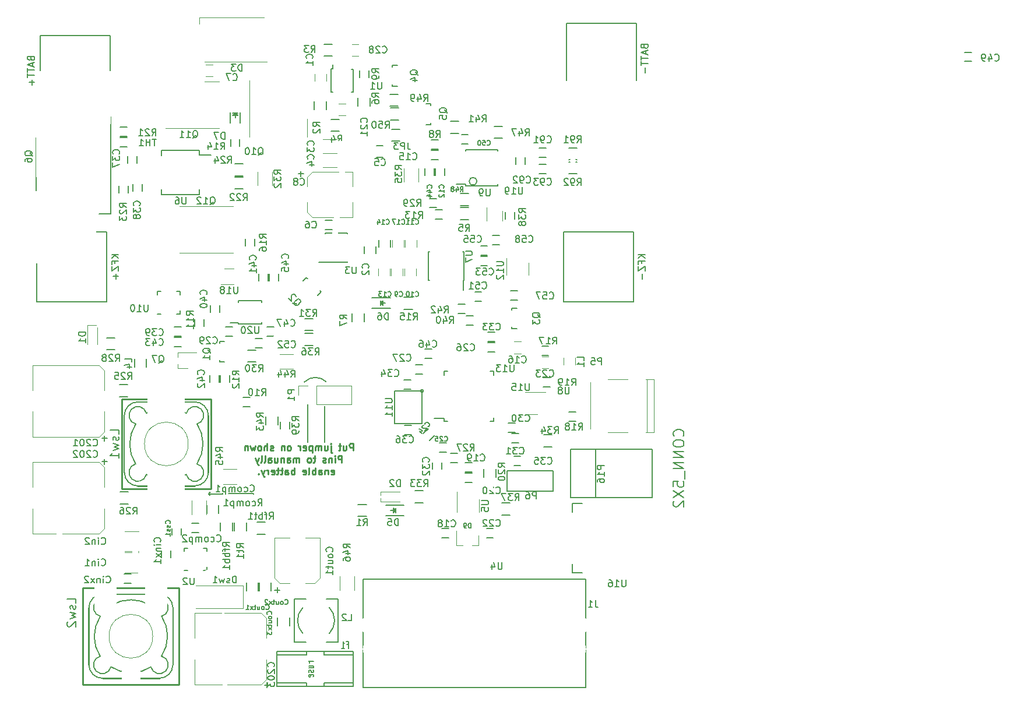
<source format=gbo>
G04 #@! TF.GenerationSoftware,KiCad,Pcbnew,5.1.4+dfsg1-1*
G04 #@! TF.CreationDate,2020-06-13T00:29:32+02:00*
G04 #@! TF.ProjectId,CAN_Battery_Switch_v2,43414e5f-4261-4747-9465-72795f537769,rev?*
G04 #@! TF.SameCoordinates,PX3dfd240PY1406f40*
G04 #@! TF.FileFunction,Legend,Bot*
G04 #@! TF.FilePolarity,Positive*
%FSLAX46Y46*%
G04 Gerber Fmt 4.6, Leading zero omitted, Abs format (unit mm)*
G04 Created by KiCad (PCBNEW 5.1.4+dfsg1-1) date 2020-06-13 00:29:32*
%MOMM*%
%LPD*%
G04 APERTURE LIST*
%ADD10C,0.200000*%
%ADD11C,0.250000*%
%ADD12C,0.150000*%
%ADD13C,0.120000*%
%ADD14C,0.000120*%
%ADD15C,0.203200*%
%ADD16C,0.127000*%
%ADD17C,0.254000*%
%ADD18C,0.101600*%
%ADD19C,0.152400*%
%ADD20R,0.900000X0.900000*%
%ADD21R,1.750000X0.550000*%
%ADD22R,0.800100X0.800100*%
%ADD23R,4.000000X2.500000*%
%ADD24C,1.300000*%
%ADD25C,4.000000*%
%ADD26C,2.000000*%
%ADD27C,0.800100*%
%ADD28R,1.450000X0.450000*%
%ADD29C,6.000000*%
%ADD30R,1.250000X1.000000*%
%ADD31O,3.014980X2.000000*%
%ADD32R,1.500000X1.300000*%
%ADD33R,1.198880X1.198880*%
%ADD34R,4.600000X1.100000*%
%ADD35R,9.400000X10.800000*%
%ADD36R,1.000000X1.250000*%
%ADD37R,1.000000X1.600000*%
%ADD38R,3.500000X1.600000*%
%ADD39R,1.300000X1.000000*%
%ADD40R,0.800000X0.900000*%
%ADD41R,1.250000X1.500000*%
%ADD42R,5.499100X5.000000*%
%ADD43R,2.300000X0.500000*%
%ADD44R,2.500000X2.000000*%
%ADD45C,0.900000*%
%ADD46R,1.050000X1.050000*%
%ADD47C,1.050000*%
%ADD48R,1.000000X1.300000*%
%ADD49R,0.890000X0.420000*%
%ADD50R,0.825000X0.712500*%
%ADD51R,1.400000X0.800000*%
%ADD52R,1.300000X1.600000*%
%ADD53R,1.300000X0.250000*%
%ADD54R,0.250000X1.300000*%
%ADD55R,2.800000X2.600000*%
%ADD56R,3.200000X3.000000*%
%ADD57R,2.400000X1.500000*%
%ADD58R,3.500000X1.800000*%
%ADD59R,2.000000X2.500000*%
%ADD60R,0.420000X1.300000*%
%ADD61O,1.050000X0.300000*%
%ADD62O,0.300000X1.050000*%
%ADD63R,0.400000X1.560000*%
%ADD64R,1.570000X0.800000*%
%ADD65R,0.300000X1.250000*%
%ADD66R,1.250000X0.300000*%
%ADD67R,1.560000X0.650000*%
%ADD68R,1.500000X0.400000*%
%ADD69R,1.700000X0.900000*%
%ADD70R,1.600000X3.500000*%
%ADD71C,2.532420*%
%ADD72R,4.191000X3.556000*%
%ADD73R,10.100000X1.400000*%
%ADD74R,8.700000X2.900000*%
%ADD75R,9.700000X3.700000*%
%ADD76R,0.800000X2.800000*%
%ADD77C,1.000000*%
%ADD78R,8.000000X0.800000*%
%ADD79R,0.600000X1.550000*%
%ADD80R,0.650000X1.560000*%
%ADD81R,0.400000X1.500000*%
%ADD82R,1.500000X0.450000*%
%ADD83R,0.900000X1.700000*%
%ADD84R,1.700000X1.700000*%
%ADD85O,1.700000X1.700000*%
%ADD86R,1.200000X1.200000*%
%ADD87R,1.270000X1.280000*%
%ADD88R,8.000000X1.000000*%
%ADD89R,8.250000X1.000000*%
%ADD90R,6.900000X4.100000*%
%ADD91R,1.550000X0.750000*%
%ADD92R,1.500000X0.750000*%
%ADD93R,0.910000X5.550000*%
%ADD94R,5.130000X4.560000*%
%ADD95C,0.600000*%
%ADD96C,0.889000*%
G04 APERTURE END LIST*
D10*
X44250000Y-61750000D02*
X44250000Y-62000000D01*
X44250000Y-56750000D02*
X44250000Y-61750000D01*
X41750000Y-62000000D02*
X41750000Y-56500000D01*
X27550000Y-69700000D02*
X27550000Y-69750000D01*
X27375000Y-69525000D02*
X27550000Y-69700000D01*
X27600000Y-69300000D02*
X27625000Y-69300000D01*
X27400000Y-69500000D02*
X27600000Y-69300000D01*
X33900000Y-69475000D02*
X33900000Y-69500000D01*
X30250000Y-69475000D02*
X33900000Y-69475000D01*
X29450000Y-69500000D02*
X29450000Y-69400000D01*
X27425000Y-69500000D02*
X29450000Y-69500000D01*
X44500000Y-53250000D02*
G75*
G03X41300000Y-53250000I-1600000J-1600000D01*
G01*
X66368153Y-24089467D02*
G75*
G03X66368153Y-24089467I-559017J0D01*
G01*
D11*
X48380952Y-63202380D02*
X48380952Y-62202380D01*
X48000000Y-62202380D01*
X47904761Y-62250000D01*
X47857142Y-62297619D01*
X47809523Y-62392857D01*
X47809523Y-62535714D01*
X47857142Y-62630952D01*
X47904761Y-62678571D01*
X48000000Y-62726190D01*
X48380952Y-62726190D01*
X46952380Y-62535714D02*
X46952380Y-63202380D01*
X47380952Y-62535714D02*
X47380952Y-63059523D01*
X47333333Y-63154761D01*
X47238095Y-63202380D01*
X47095238Y-63202380D01*
X47000000Y-63154761D01*
X46952380Y-63107142D01*
X46619047Y-62535714D02*
X46238095Y-62535714D01*
X46476190Y-62202380D02*
X46476190Y-63059523D01*
X46428571Y-63154761D01*
X46333333Y-63202380D01*
X46238095Y-63202380D01*
X45142857Y-62535714D02*
X45142857Y-63392857D01*
X45190476Y-63488095D01*
X45285714Y-63535714D01*
X45333333Y-63535714D01*
X45142857Y-62202380D02*
X45190476Y-62250000D01*
X45142857Y-62297619D01*
X45095238Y-62250000D01*
X45142857Y-62202380D01*
X45142857Y-62297619D01*
X44238095Y-62535714D02*
X44238095Y-63202380D01*
X44666666Y-62535714D02*
X44666666Y-63059523D01*
X44619047Y-63154761D01*
X44523809Y-63202380D01*
X44380952Y-63202380D01*
X44285714Y-63154761D01*
X44238095Y-63107142D01*
X43761904Y-63202380D02*
X43761904Y-62535714D01*
X43761904Y-62630952D02*
X43714285Y-62583333D01*
X43619047Y-62535714D01*
X43476190Y-62535714D01*
X43380952Y-62583333D01*
X43333333Y-62678571D01*
X43333333Y-63202380D01*
X43333333Y-62678571D02*
X43285714Y-62583333D01*
X43190476Y-62535714D01*
X43047619Y-62535714D01*
X42952380Y-62583333D01*
X42904761Y-62678571D01*
X42904761Y-63202380D01*
X42428571Y-62535714D02*
X42428571Y-63535714D01*
X42428571Y-62583333D02*
X42333333Y-62535714D01*
X42142857Y-62535714D01*
X42047619Y-62583333D01*
X42000000Y-62630952D01*
X41952380Y-62726190D01*
X41952380Y-63011904D01*
X42000000Y-63107142D01*
X42047619Y-63154761D01*
X42142857Y-63202380D01*
X42333333Y-63202380D01*
X42428571Y-63154761D01*
X41142857Y-63154761D02*
X41238095Y-63202380D01*
X41428571Y-63202380D01*
X41523809Y-63154761D01*
X41571428Y-63059523D01*
X41571428Y-62678571D01*
X41523809Y-62583333D01*
X41428571Y-62535714D01*
X41238095Y-62535714D01*
X41142857Y-62583333D01*
X41095238Y-62678571D01*
X41095238Y-62773809D01*
X41571428Y-62869047D01*
X40666666Y-63202380D02*
X40666666Y-62535714D01*
X40666666Y-62726190D02*
X40619047Y-62630952D01*
X40571428Y-62583333D01*
X40476190Y-62535714D01*
X40380952Y-62535714D01*
X39142857Y-63202380D02*
X39238095Y-63154761D01*
X39285714Y-63107142D01*
X39333333Y-63011904D01*
X39333333Y-62726190D01*
X39285714Y-62630952D01*
X39238095Y-62583333D01*
X39142857Y-62535714D01*
X39000000Y-62535714D01*
X38904761Y-62583333D01*
X38857142Y-62630952D01*
X38809523Y-62726190D01*
X38809523Y-63011904D01*
X38857142Y-63107142D01*
X38904761Y-63154761D01*
X39000000Y-63202380D01*
X39142857Y-63202380D01*
X38380952Y-62535714D02*
X38380952Y-63202380D01*
X38380952Y-62630952D02*
X38333333Y-62583333D01*
X38238095Y-62535714D01*
X38095238Y-62535714D01*
X38000000Y-62583333D01*
X37952380Y-62678571D01*
X37952380Y-63202380D01*
X36761904Y-63154761D02*
X36666666Y-63202380D01*
X36476190Y-63202380D01*
X36380952Y-63154761D01*
X36333333Y-63059523D01*
X36333333Y-63011904D01*
X36380952Y-62916666D01*
X36476190Y-62869047D01*
X36619047Y-62869047D01*
X36714285Y-62821428D01*
X36761904Y-62726190D01*
X36761904Y-62678571D01*
X36714285Y-62583333D01*
X36619047Y-62535714D01*
X36476190Y-62535714D01*
X36380952Y-62583333D01*
X35904761Y-63202380D02*
X35904761Y-62202380D01*
X35476190Y-63202380D02*
X35476190Y-62678571D01*
X35523809Y-62583333D01*
X35619047Y-62535714D01*
X35761904Y-62535714D01*
X35857142Y-62583333D01*
X35904761Y-62630952D01*
X34857142Y-63202380D02*
X34952380Y-63154761D01*
X35000000Y-63107142D01*
X35047619Y-63011904D01*
X35047619Y-62726190D01*
X35000000Y-62630952D01*
X34952380Y-62583333D01*
X34857142Y-62535714D01*
X34714285Y-62535714D01*
X34619047Y-62583333D01*
X34571428Y-62630952D01*
X34523809Y-62726190D01*
X34523809Y-63011904D01*
X34571428Y-63107142D01*
X34619047Y-63154761D01*
X34714285Y-63202380D01*
X34857142Y-63202380D01*
X34190476Y-62535714D02*
X34000000Y-63202380D01*
X33809523Y-62726190D01*
X33619047Y-63202380D01*
X33428571Y-62535714D01*
X33047619Y-62535714D02*
X33047619Y-63202380D01*
X33047619Y-62630952D02*
X33000000Y-62583333D01*
X32904761Y-62535714D01*
X32761904Y-62535714D01*
X32666666Y-62583333D01*
X32619047Y-62678571D01*
X32619047Y-63202380D01*
X46738095Y-64952380D02*
X46738095Y-63952380D01*
X46357142Y-63952380D01*
X46261904Y-64000000D01*
X46214285Y-64047619D01*
X46166666Y-64142857D01*
X46166666Y-64285714D01*
X46214285Y-64380952D01*
X46261904Y-64428571D01*
X46357142Y-64476190D01*
X46738095Y-64476190D01*
X45738095Y-64952380D02*
X45738095Y-64285714D01*
X45738095Y-63952380D02*
X45785714Y-64000000D01*
X45738095Y-64047619D01*
X45690476Y-64000000D01*
X45738095Y-63952380D01*
X45738095Y-64047619D01*
X45261904Y-64285714D02*
X45261904Y-64952380D01*
X45261904Y-64380952D02*
X45214285Y-64333333D01*
X45119047Y-64285714D01*
X44976190Y-64285714D01*
X44880952Y-64333333D01*
X44833333Y-64428571D01*
X44833333Y-64952380D01*
X44404761Y-64904761D02*
X44309523Y-64952380D01*
X44119047Y-64952380D01*
X44023809Y-64904761D01*
X43976190Y-64809523D01*
X43976190Y-64761904D01*
X44023809Y-64666666D01*
X44119047Y-64619047D01*
X44261904Y-64619047D01*
X44357142Y-64571428D01*
X44404761Y-64476190D01*
X44404761Y-64428571D01*
X44357142Y-64333333D01*
X44261904Y-64285714D01*
X44119047Y-64285714D01*
X44023809Y-64333333D01*
X42928571Y-64285714D02*
X42547619Y-64285714D01*
X42785714Y-63952380D02*
X42785714Y-64809523D01*
X42738095Y-64904761D01*
X42642857Y-64952380D01*
X42547619Y-64952380D01*
X42071428Y-64952380D02*
X42166666Y-64904761D01*
X42214285Y-64857142D01*
X42261904Y-64761904D01*
X42261904Y-64476190D01*
X42214285Y-64380952D01*
X42166666Y-64333333D01*
X42071428Y-64285714D01*
X41928571Y-64285714D01*
X41833333Y-64333333D01*
X41785714Y-64380952D01*
X41738095Y-64476190D01*
X41738095Y-64761904D01*
X41785714Y-64857142D01*
X41833333Y-64904761D01*
X41928571Y-64952380D01*
X42071428Y-64952380D01*
X40547619Y-64952380D02*
X40547619Y-64285714D01*
X40547619Y-64380952D02*
X40500000Y-64333333D01*
X40404761Y-64285714D01*
X40261904Y-64285714D01*
X40166666Y-64333333D01*
X40119047Y-64428571D01*
X40119047Y-64952380D01*
X40119047Y-64428571D02*
X40071428Y-64333333D01*
X39976190Y-64285714D01*
X39833333Y-64285714D01*
X39738095Y-64333333D01*
X39690476Y-64428571D01*
X39690476Y-64952380D01*
X38785714Y-64952380D02*
X38785714Y-64428571D01*
X38833333Y-64333333D01*
X38928571Y-64285714D01*
X39119047Y-64285714D01*
X39214285Y-64333333D01*
X38785714Y-64904761D02*
X38880952Y-64952380D01*
X39119047Y-64952380D01*
X39214285Y-64904761D01*
X39261904Y-64809523D01*
X39261904Y-64714285D01*
X39214285Y-64619047D01*
X39119047Y-64571428D01*
X38880952Y-64571428D01*
X38785714Y-64523809D01*
X38309523Y-64285714D02*
X38309523Y-64952380D01*
X38309523Y-64380952D02*
X38261904Y-64333333D01*
X38166666Y-64285714D01*
X38023809Y-64285714D01*
X37928571Y-64333333D01*
X37880952Y-64428571D01*
X37880952Y-64952380D01*
X36976190Y-64285714D02*
X36976190Y-64952380D01*
X37404761Y-64285714D02*
X37404761Y-64809523D01*
X37357142Y-64904761D01*
X37261904Y-64952380D01*
X37119047Y-64952380D01*
X37023809Y-64904761D01*
X36976190Y-64857142D01*
X36071428Y-64952380D02*
X36071428Y-64428571D01*
X36119047Y-64333333D01*
X36214285Y-64285714D01*
X36404761Y-64285714D01*
X36500000Y-64333333D01*
X36071428Y-64904761D02*
X36166666Y-64952380D01*
X36404761Y-64952380D01*
X36500000Y-64904761D01*
X36547619Y-64809523D01*
X36547619Y-64714285D01*
X36500000Y-64619047D01*
X36404761Y-64571428D01*
X36166666Y-64571428D01*
X36071428Y-64523809D01*
X35452380Y-64952380D02*
X35547619Y-64904761D01*
X35595238Y-64809523D01*
X35595238Y-63952380D01*
X34928571Y-64952380D02*
X35023809Y-64904761D01*
X35071428Y-64809523D01*
X35071428Y-63952380D01*
X34642857Y-64285714D02*
X34404761Y-64952380D01*
X34166666Y-64285714D02*
X34404761Y-64952380D01*
X34500000Y-65190476D01*
X34547619Y-65238095D01*
X34642857Y-65285714D01*
X45190476Y-66654761D02*
X45285714Y-66702380D01*
X45476190Y-66702380D01*
X45571428Y-66654761D01*
X45619047Y-66559523D01*
X45619047Y-66178571D01*
X45571428Y-66083333D01*
X45476190Y-66035714D01*
X45285714Y-66035714D01*
X45190476Y-66083333D01*
X45142857Y-66178571D01*
X45142857Y-66273809D01*
X45619047Y-66369047D01*
X44714285Y-66035714D02*
X44714285Y-66702380D01*
X44714285Y-66130952D02*
X44666666Y-66083333D01*
X44571428Y-66035714D01*
X44428571Y-66035714D01*
X44333333Y-66083333D01*
X44285714Y-66178571D01*
X44285714Y-66702380D01*
X43380952Y-66702380D02*
X43380952Y-66178571D01*
X43428571Y-66083333D01*
X43523809Y-66035714D01*
X43714285Y-66035714D01*
X43809523Y-66083333D01*
X43380952Y-66654761D02*
X43476190Y-66702380D01*
X43714285Y-66702380D01*
X43809523Y-66654761D01*
X43857142Y-66559523D01*
X43857142Y-66464285D01*
X43809523Y-66369047D01*
X43714285Y-66321428D01*
X43476190Y-66321428D01*
X43380952Y-66273809D01*
X42904761Y-66702380D02*
X42904761Y-65702380D01*
X42904761Y-66083333D02*
X42809523Y-66035714D01*
X42619047Y-66035714D01*
X42523809Y-66083333D01*
X42476190Y-66130952D01*
X42428571Y-66226190D01*
X42428571Y-66511904D01*
X42476190Y-66607142D01*
X42523809Y-66654761D01*
X42619047Y-66702380D01*
X42809523Y-66702380D01*
X42904761Y-66654761D01*
X41857142Y-66702380D02*
X41952380Y-66654761D01*
X42000000Y-66559523D01*
X42000000Y-65702380D01*
X41095238Y-66654761D02*
X41190476Y-66702380D01*
X41380952Y-66702380D01*
X41476190Y-66654761D01*
X41523809Y-66559523D01*
X41523809Y-66178571D01*
X41476190Y-66083333D01*
X41380952Y-66035714D01*
X41190476Y-66035714D01*
X41095238Y-66083333D01*
X41047619Y-66178571D01*
X41047619Y-66273809D01*
X41523809Y-66369047D01*
X39857142Y-66702380D02*
X39857142Y-65702380D01*
X39857142Y-66083333D02*
X39761904Y-66035714D01*
X39571428Y-66035714D01*
X39476190Y-66083333D01*
X39428571Y-66130952D01*
X39380952Y-66226190D01*
X39380952Y-66511904D01*
X39428571Y-66607142D01*
X39476190Y-66654761D01*
X39571428Y-66702380D01*
X39761904Y-66702380D01*
X39857142Y-66654761D01*
X38523809Y-66702380D02*
X38523809Y-66178571D01*
X38571428Y-66083333D01*
X38666666Y-66035714D01*
X38857142Y-66035714D01*
X38952380Y-66083333D01*
X38523809Y-66654761D02*
X38619047Y-66702380D01*
X38857142Y-66702380D01*
X38952380Y-66654761D01*
X39000000Y-66559523D01*
X39000000Y-66464285D01*
X38952380Y-66369047D01*
X38857142Y-66321428D01*
X38619047Y-66321428D01*
X38523809Y-66273809D01*
X38190476Y-66035714D02*
X37809523Y-66035714D01*
X38047619Y-65702380D02*
X38047619Y-66559523D01*
X38000000Y-66654761D01*
X37904761Y-66702380D01*
X37809523Y-66702380D01*
X37619047Y-66035714D02*
X37238095Y-66035714D01*
X37476190Y-65702380D02*
X37476190Y-66559523D01*
X37428571Y-66654761D01*
X37333333Y-66702380D01*
X37238095Y-66702380D01*
X36523809Y-66654761D02*
X36619047Y-66702380D01*
X36809523Y-66702380D01*
X36904761Y-66654761D01*
X36952380Y-66559523D01*
X36952380Y-66178571D01*
X36904761Y-66083333D01*
X36809523Y-66035714D01*
X36619047Y-66035714D01*
X36523809Y-66083333D01*
X36476190Y-66178571D01*
X36476190Y-66273809D01*
X36952380Y-66369047D01*
X36047619Y-66702380D02*
X36047619Y-66035714D01*
X36047619Y-66226190D02*
X36000000Y-66130952D01*
X35952380Y-66083333D01*
X35857142Y-66035714D01*
X35761904Y-66035714D01*
X35523809Y-66035714D02*
X35285714Y-66702380D01*
X35047619Y-66035714D02*
X35285714Y-66702380D01*
X35380952Y-66940476D01*
X35428571Y-66988095D01*
X35523809Y-67035714D01*
X34666666Y-66607142D02*
X34619047Y-66654761D01*
X34666666Y-66702380D01*
X34714285Y-66654761D01*
X34666666Y-66607142D01*
X34666666Y-66702380D01*
D12*
X17717000Y-25474000D02*
X17717000Y-24474000D01*
X16367000Y-24474000D02*
X16367000Y-25474000D01*
X14335000Y-24728000D02*
X14335000Y-25728000D01*
X15685000Y-25728000D02*
X15685000Y-24728000D01*
X26015000Y-19610000D02*
X26015000Y-20265000D01*
X20515000Y-19610000D02*
X20515000Y-20360000D01*
X20515000Y-26020000D02*
X20515000Y-25270000D01*
X26015000Y-26020000D02*
X26015000Y-25270000D01*
X26015000Y-19610000D02*
X20515000Y-19610000D01*
X26015000Y-26020000D02*
X20515000Y-26020000D01*
X26015000Y-20265000D02*
X27765000Y-20265000D01*
X59650240Y-13050840D02*
X59650240Y-13099100D01*
X58949200Y-15849820D02*
X59650240Y-15849820D01*
X59650240Y-15849820D02*
X59650240Y-15600900D01*
X59650240Y-13050840D02*
X59650240Y-12850180D01*
X59650240Y-12850180D02*
X58949200Y-12850180D01*
X26734000Y-45159000D02*
X26734000Y-44159000D01*
X25384000Y-44159000D02*
X25384000Y-45159000D01*
D13*
X35810000Y-87550000D02*
X35810000Y-90440000D01*
X35810000Y-96450000D02*
X35810000Y-93560000D01*
X25390000Y-97210000D02*
X25390000Y-93560000D01*
X25390000Y-86790000D02*
X25390000Y-90440000D01*
X25390000Y-97210000D02*
X35050000Y-97210000D01*
X35050000Y-97210000D02*
X35810000Y-96450000D01*
X35810000Y-87550000D02*
X35050000Y-86790000D01*
X35050000Y-86790000D02*
X25390000Y-86790000D01*
D12*
X82194000Y-97676000D02*
X49794000Y-97676000D01*
X82194000Y-81926000D02*
X49794000Y-81926000D01*
X49794000Y-97676000D02*
X49794000Y-81926000D01*
X82194000Y-97676000D02*
X82194000Y-81926000D01*
X41729144Y-38200566D02*
X41763269Y-38234691D01*
X43212612Y-40675454D02*
X43708322Y-40179744D01*
X43708322Y-40179744D02*
X43532309Y-40003731D01*
X41729144Y-38200566D02*
X41587256Y-38058678D01*
X41587256Y-38058678D02*
X41091546Y-38554388D01*
X64736636Y-24715466D02*
X64736636Y-24490466D01*
X69386636Y-24715466D02*
X69386636Y-24490466D01*
X69386636Y-19465466D02*
X69386636Y-19690466D01*
X64736636Y-19465466D02*
X64736636Y-19690466D01*
X64736636Y-24715466D02*
X69386636Y-24715466D01*
X64736636Y-19465466D02*
X69386636Y-19465466D01*
X64736636Y-24490466D02*
X63386636Y-24490466D01*
X28964760Y-50149160D02*
X28964760Y-50100900D01*
X29665800Y-47350180D02*
X28964760Y-47350180D01*
X28964760Y-47350180D02*
X28964760Y-47599100D01*
X28964760Y-50149160D02*
X28964760Y-50349820D01*
X28964760Y-50349820D02*
X29665800Y-50349820D01*
X13080000Y-13080000D02*
X13080000Y-2920000D01*
X13080000Y-2920000D02*
X2920000Y-2920000D01*
X2920000Y-2920000D02*
X2920000Y-13080000D01*
X2920000Y-13080000D02*
X13080000Y-13080000D01*
X89580000Y-11330000D02*
X89580000Y-1170000D01*
X89580000Y-1170000D02*
X79420000Y-1170000D01*
X79420000Y-1170000D02*
X79420000Y-11330000D01*
X79420000Y-11330000D02*
X89580000Y-11330000D01*
X2420000Y-31420000D02*
X2420000Y-41580000D01*
X2420000Y-41580000D02*
X12580000Y-41580000D01*
X12580000Y-41580000D02*
X12580000Y-31420000D01*
X12580000Y-31420000D02*
X2420000Y-31420000D01*
X78920000Y-31420000D02*
X78920000Y-41580000D01*
X78920000Y-41580000D02*
X89080000Y-41580000D01*
X89080000Y-41580000D02*
X89080000Y-31420000D01*
X89080000Y-31420000D02*
X78920000Y-31420000D01*
X52133000Y-33602000D02*
X52133000Y-32602000D01*
X53833000Y-32602000D02*
X53833000Y-33602000D01*
X79994000Y-63036000D02*
X91794000Y-63036000D01*
X79994000Y-70036000D02*
X91794000Y-70036000D01*
X83574000Y-70036000D02*
X83574000Y-63036000D01*
X79994000Y-63036000D02*
X79994000Y-70036000D01*
X91794000Y-70036000D02*
X91794000Y-63036000D01*
X54099760Y-10049160D02*
X54099760Y-10000900D01*
X54800800Y-7250180D02*
X54099760Y-7250180D01*
X54099760Y-7250180D02*
X54099760Y-7499100D01*
X54099760Y-10049160D02*
X54099760Y-10249820D01*
X54099760Y-10249820D02*
X54800800Y-10249820D01*
X55200000Y-16525000D02*
X54000000Y-16525000D01*
X54000000Y-18275000D02*
X55200000Y-18275000D01*
X55800000Y-72650000D02*
X53100000Y-72650000D01*
X55800000Y-71150000D02*
X53100000Y-71150000D01*
X54300000Y-72050000D02*
X54300000Y-71800000D01*
X54300000Y-71800000D02*
X54450000Y-71950000D01*
X54550000Y-71550000D02*
X54550000Y-72250000D01*
X54200000Y-71900000D02*
X53850000Y-71900000D01*
X54550000Y-71900000D02*
X54200000Y-71550000D01*
X54200000Y-71550000D02*
X54200000Y-72250000D01*
X54200000Y-72250000D02*
X54550000Y-71900000D01*
X51100000Y-41050000D02*
X53800000Y-41050000D01*
X51100000Y-42550000D02*
X53800000Y-42550000D01*
X52600000Y-41650000D02*
X52600000Y-41900000D01*
X52600000Y-41900000D02*
X52450000Y-41750000D01*
X52350000Y-42150000D02*
X52350000Y-41450000D01*
X52700000Y-41800000D02*
X53050000Y-41800000D01*
X52350000Y-41800000D02*
X52700000Y-42150000D01*
X52700000Y-42150000D02*
X52700000Y-41450000D01*
X52700000Y-41450000D02*
X52350000Y-41800000D01*
X32000000Y-12900000D02*
X32000000Y-15600000D01*
X30500000Y-12900000D02*
X30500000Y-15600000D01*
X31400000Y-14400000D02*
X31150000Y-14400000D01*
X31150000Y-14400000D02*
X31300000Y-14250000D01*
X30900000Y-14150000D02*
X31600000Y-14150000D01*
X31250000Y-14500000D02*
X31250000Y-14850000D01*
X31250000Y-14150000D02*
X30900000Y-14500000D01*
X30900000Y-14500000D02*
X31600000Y-14500000D01*
X31600000Y-14500000D02*
X31250000Y-14150000D01*
X50300000Y-71025000D02*
X49100000Y-71025000D01*
X49100000Y-72775000D02*
X50300000Y-72775000D01*
X80194000Y-70936000D02*
X80194000Y-72186000D01*
X80194000Y-70936000D02*
X81694000Y-70936000D01*
X80194000Y-80936000D02*
X81694000Y-80936000D01*
X80194000Y-80936000D02*
X80194000Y-79686000D01*
X49963000Y-34558000D02*
X49963000Y-33558000D01*
X51663000Y-33558000D02*
X51663000Y-34558000D01*
X71449760Y-45299160D02*
X71449760Y-45250900D01*
X72150800Y-42500180D02*
X71449760Y-42500180D01*
X71449760Y-42500180D02*
X71449760Y-42749100D01*
X71449760Y-45299160D02*
X71449760Y-45499820D01*
X71449760Y-45499820D02*
X72150800Y-45499820D01*
X52750000Y-20600000D02*
X51750000Y-20600000D01*
X51750000Y-18900000D02*
X52750000Y-18900000D01*
D13*
X44466000Y-8472000D02*
X44466000Y-9472000D01*
X42766000Y-9472000D02*
X42766000Y-8472000D01*
X46000000Y-20020000D02*
X44000000Y-20020000D01*
X44000000Y-17980000D02*
X46000000Y-17980000D01*
X46000000Y-22020000D02*
X44000000Y-22020000D01*
X44000000Y-19980000D02*
X46000000Y-19980000D01*
D12*
X45355000Y-29760000D02*
X44355000Y-29760000D01*
X44355000Y-31110000D02*
X45355000Y-31110000D01*
D13*
X28000000Y-8850000D02*
X27000000Y-8850000D01*
X27000000Y-7150000D02*
X28000000Y-7150000D01*
X41682000Y-23450000D02*
X41682000Y-24870000D01*
X48282000Y-22690000D02*
X48282000Y-24870000D01*
X48282000Y-29290000D02*
X48282000Y-27110000D01*
X41682000Y-28530000D02*
X41682000Y-27110000D01*
X48282000Y-22690000D02*
X42442000Y-22690000D01*
X42442000Y-22690000D02*
X41682000Y-23450000D01*
X41682000Y-28530000D02*
X42442000Y-29290000D01*
X42442000Y-29290000D02*
X48282000Y-29290000D01*
X53911000Y-37793000D02*
X53911000Y-36793000D01*
X55611000Y-36793000D02*
X55611000Y-37793000D01*
X55816000Y-37793000D02*
X55816000Y-36793000D01*
X57516000Y-36793000D02*
X57516000Y-37793000D01*
X57643000Y-32602000D02*
X57643000Y-33602000D01*
X55943000Y-33602000D02*
X55943000Y-32602000D01*
X52006000Y-37793000D02*
X52006000Y-36793000D01*
X53706000Y-36793000D02*
X53706000Y-37793000D01*
X72750000Y-49100000D02*
X71750000Y-49100000D01*
X71750000Y-47400000D02*
X72750000Y-47400000D01*
X55738000Y-32602000D02*
X55738000Y-33602000D01*
X54038000Y-33602000D02*
X54038000Y-32602000D01*
D12*
X61250000Y-75925000D02*
X62250000Y-75925000D01*
X62250000Y-74575000D02*
X61250000Y-74575000D01*
X68744000Y-74561000D02*
X67744000Y-74561000D01*
X67744000Y-75911000D02*
X68744000Y-75911000D01*
D13*
X76794000Y-51286000D02*
X75794000Y-51286000D01*
X75794000Y-49586000D02*
X76794000Y-49586000D01*
D12*
X72719000Y-64036000D02*
X71719000Y-64036000D01*
X71719000Y-65386000D02*
X72719000Y-65386000D01*
X20575000Y-77750000D02*
X20575000Y-78750000D01*
X21925000Y-78750000D02*
X21925000Y-77750000D01*
X32875000Y-82400000D02*
X32875000Y-83600000D01*
X34625000Y-83600000D02*
X34625000Y-82400000D01*
D13*
X66574000Y-76996000D02*
X65644000Y-76996000D01*
X63414000Y-76996000D02*
X64344000Y-76996000D01*
X63414000Y-76996000D02*
X63414000Y-74836000D01*
X66574000Y-76996000D02*
X66574000Y-75536000D01*
X78944000Y-50736000D02*
X78944000Y-49736000D01*
X80644000Y-49736000D02*
X80644000Y-50736000D01*
D14*
X17102180Y-68399340D02*
X25397820Y-68399340D01*
D15*
X27399340Y-66397820D02*
X27399340Y-58102180D01*
D14*
X25397820Y-56100660D02*
X17102180Y-56100660D01*
X15100660Y-58102180D02*
X15100660Y-66397820D01*
D15*
X17102180Y-68348540D02*
X25397820Y-68348540D01*
D16*
X27348540Y-66397820D02*
X27348540Y-58102180D01*
D15*
X25397820Y-56151460D02*
X17102180Y-56151460D01*
X15151460Y-58102180D02*
X15151460Y-66397820D01*
D17*
X14750140Y-68749860D02*
X27749860Y-68749860D01*
X27749860Y-68749860D02*
X27749860Y-55750140D01*
X27749860Y-55750140D02*
X14750140Y-55750140D01*
X14750140Y-55750140D02*
X14750140Y-68749860D01*
D18*
X24429011Y-62250000D02*
G75*
G03X24429011Y-62250000I-3179011J0D01*
G01*
D15*
X24139528Y-66703112D02*
G75*
G02X18351860Y-66697540I-2889528J4475972D01*
G01*
X25697092Y-59305459D02*
G75*
G02X25697540Y-65148140I-4447092J-2921681D01*
G01*
X18305459Y-57802908D02*
G75*
G02X24148140Y-57802460I2921681J-4447092D01*
G01*
X16802908Y-65194541D02*
G75*
G02X16802460Y-59351860I4447092J2921681D01*
G01*
X18351724Y-66698110D02*
G75*
G02X16802460Y-65148140I-1249544J300290D01*
G01*
X16801890Y-59351724D02*
G75*
G02X18351860Y-57802460I300290J1249544D01*
G01*
X24148276Y-57801890D02*
G75*
G02X25697540Y-59351860I1249544J-300290D01*
G01*
X25650371Y-65150298D02*
G75*
G02X24148140Y-66697540I-252551J-1257682D01*
G01*
X17102180Y-68348540D02*
G75*
G02X15151460Y-66397820I0J1950720D01*
G01*
X27348540Y-66397820D02*
G75*
G02X25397820Y-68348540I-1950720J0D01*
G01*
X25397820Y-56151460D02*
G75*
G02X27348540Y-58102180I0J-1950720D01*
G01*
X15151460Y-58102180D02*
G75*
G02X17102180Y-56151460I1950720J0D01*
G01*
D13*
X91094000Y-52861000D02*
X91094000Y-60561000D01*
X92094000Y-52861000D02*
X92094000Y-60561000D01*
X92094000Y-60561000D02*
X82894000Y-60561000D01*
X82894000Y-60561000D02*
X82894000Y-52861000D01*
X82894000Y-52861000D02*
X92094000Y-52861000D01*
D12*
X76111400Y-69111900D02*
X75222400Y-69111900D01*
X75222400Y-69111900D02*
X75181760Y-69106820D01*
X77396640Y-67016400D02*
X77394100Y-67737760D01*
X77394000Y-66161000D02*
X77394000Y-66961000D01*
X70744000Y-66161000D02*
X77394000Y-66161000D01*
X70744000Y-66161000D02*
X70744000Y-69111000D01*
X70744000Y-69111000D02*
X75294000Y-69111000D01*
X77394000Y-67761000D02*
X77394000Y-69111000D01*
X77394000Y-69111000D02*
X76094000Y-69111000D01*
X44491000Y-13636000D02*
X44491000Y-12436000D01*
X42741000Y-12436000D02*
X42741000Y-13636000D01*
X45175000Y-16832000D02*
X46375000Y-16832000D01*
X46375000Y-15082000D02*
X45175000Y-15082000D01*
X30575000Y-18000000D02*
X30575000Y-19000000D01*
X31925000Y-19000000D02*
X31925000Y-18000000D01*
X57000000Y-40925000D02*
X55800000Y-40925000D01*
X55800000Y-42675000D02*
X57000000Y-42675000D01*
X76794000Y-48061000D02*
X75794000Y-48061000D01*
X75794000Y-49411000D02*
X76794000Y-49411000D01*
X80744000Y-57611000D02*
X79744000Y-57611000D01*
X79744000Y-58961000D02*
X80744000Y-58961000D01*
X76994000Y-52611000D02*
X75994000Y-52611000D01*
X75994000Y-53961000D02*
X76994000Y-53961000D01*
X67394000Y-65886000D02*
X67394000Y-67086000D01*
X69144000Y-67086000D02*
X69144000Y-65886000D01*
X47588000Y-35858000D02*
X47588000Y-35793000D01*
X47588000Y-31608000D02*
X47588000Y-31673000D01*
X44338000Y-31608000D02*
X44338000Y-31673000D01*
X44338000Y-35858000D02*
X47588000Y-35858000D01*
X44338000Y-31608000D02*
X47588000Y-31608000D01*
X44338000Y-35858000D02*
X43413000Y-35858000D01*
X58594000Y-54536000D02*
G75*
G03X58594000Y-54536000I-200000J0D01*
G01*
X54394000Y-54536000D02*
X54394000Y-59336000D01*
X54394000Y-59336000D02*
X58394000Y-59336000D01*
X58394000Y-59336000D02*
X58394000Y-54536000D01*
X58394000Y-54536000D02*
X54394000Y-54536000D01*
X61569000Y-58961000D02*
X61569000Y-58511000D01*
X68819000Y-58961000D02*
X68819000Y-58436000D01*
X68819000Y-51711000D02*
X68819000Y-52236000D01*
X61569000Y-51711000D02*
X61569000Y-52236000D01*
X61569000Y-58961000D02*
X62094000Y-58961000D01*
X61569000Y-51711000D02*
X62094000Y-51711000D01*
X68819000Y-51711000D02*
X68294000Y-51711000D01*
X68819000Y-58961000D02*
X68294000Y-58961000D01*
X61569000Y-58511000D02*
X60194000Y-58511000D01*
X15510000Y-16171000D02*
X14510000Y-16171000D01*
X14510000Y-17521000D02*
X15510000Y-17521000D01*
X14510000Y-19045000D02*
X15510000Y-19045000D01*
X15510000Y-17695000D02*
X14510000Y-17695000D01*
X34725000Y-82400000D02*
X34725000Y-83600000D01*
X36475000Y-83600000D02*
X36475000Y-82400000D01*
X37425000Y-87500000D02*
X37425000Y-88700000D01*
X39175000Y-88700000D02*
X39175000Y-87500000D01*
D14*
X20247820Y-84050660D02*
X11952180Y-84050660D01*
D15*
X9950660Y-86052180D02*
X9950660Y-94347820D01*
D14*
X11952180Y-96349340D02*
X20247820Y-96349340D01*
X22249340Y-94347820D02*
X22249340Y-86052180D01*
D15*
X20247820Y-84101460D02*
X11952180Y-84101460D01*
D16*
X10001460Y-86052180D02*
X10001460Y-94347820D01*
D15*
X11952180Y-96298540D02*
X20247820Y-96298540D01*
X22198540Y-94347820D02*
X22198540Y-86052180D01*
D17*
X23100000Y-83200000D02*
X9100000Y-83200000D01*
X9100000Y-83200000D02*
X9100000Y-97200000D01*
X9100000Y-97200000D02*
X23100000Y-97200000D01*
X23100000Y-97200000D02*
X23100000Y-83200000D01*
D18*
X19279011Y-90200000D02*
G75*
G03X19279011Y-90200000I-3179011J0D01*
G01*
D15*
X13210472Y-85746888D02*
G75*
G02X18998140Y-85752460I2889528J-4475972D01*
G01*
X11652908Y-93144541D02*
G75*
G02X11652460Y-87301860I4447092J2921681D01*
G01*
X19044541Y-94647092D02*
G75*
G02X13201860Y-94647540I-2921681J4447092D01*
G01*
X20547092Y-87255459D02*
G75*
G02X20547540Y-93098140I-4447092J-2921681D01*
G01*
X18998276Y-85751890D02*
G75*
G02X20547540Y-87301860I1249544J-300290D01*
G01*
X20548110Y-93098276D02*
G75*
G02X18998140Y-94647540I-300290J-1249544D01*
G01*
X13201724Y-94648110D02*
G75*
G02X11652460Y-93098140I-1249544J300290D01*
G01*
X11699629Y-87299702D02*
G75*
G02X13201860Y-85752460I252551J1257682D01*
G01*
X20247820Y-84101460D02*
G75*
G02X22198540Y-86052180I0J-1950720D01*
G01*
X10001460Y-86052180D02*
G75*
G02X11952180Y-84101460I1950720J0D01*
G01*
X11952180Y-96298540D02*
G75*
G02X10001460Y-94347820I0J1950720D01*
G01*
X22198540Y-94347820D02*
G75*
G02X20247820Y-96298540I-1950720J0D01*
G01*
D13*
X12210000Y-51550000D02*
X12210000Y-54440000D01*
X12210000Y-60450000D02*
X12210000Y-57560000D01*
X1790000Y-61210000D02*
X1790000Y-57560000D01*
X1790000Y-50790000D02*
X1790000Y-54440000D01*
X1790000Y-61210000D02*
X11450000Y-61210000D01*
X11450000Y-61210000D02*
X12210000Y-60450000D01*
X12210000Y-51550000D02*
X11450000Y-50790000D01*
X11450000Y-50790000D02*
X1790000Y-50790000D01*
X12210000Y-65650000D02*
X12210000Y-68540000D01*
X12210000Y-74550000D02*
X12210000Y-71660000D01*
X1790000Y-75310000D02*
X1790000Y-71660000D01*
X1790000Y-64890000D02*
X1790000Y-68540000D01*
X1790000Y-75310000D02*
X11450000Y-75310000D01*
X11450000Y-75310000D02*
X12210000Y-74550000D01*
X12210000Y-65650000D02*
X11450000Y-64890000D01*
X11450000Y-64890000D02*
X1790000Y-64890000D01*
D12*
X16625000Y-49900000D02*
X16625000Y-51100000D01*
X18375000Y-51100000D02*
X18375000Y-49900000D01*
X14400000Y-55375000D02*
X15600000Y-55375000D01*
X15600000Y-53625000D02*
X14400000Y-53625000D01*
X14500000Y-70975000D02*
X15700000Y-70975000D01*
X15700000Y-69225000D02*
X14500000Y-69225000D01*
X44905000Y-85995000D02*
G75*
G02X44905000Y-89805000I-1905000J-1905000D01*
G01*
X41095000Y-89805000D02*
G75*
G02X41095000Y-85995000I1905000J1905000D01*
G01*
X39850000Y-84750000D02*
X41500000Y-84750000D01*
X46150000Y-84750000D02*
X44500000Y-84750000D01*
X39850000Y-91050000D02*
X41500000Y-91050000D01*
X46150000Y-91050000D02*
X44500000Y-91050000D01*
X46150000Y-91050000D02*
X46150000Y-84750000D01*
X39850000Y-91050000D02*
X39850000Y-84750000D01*
D13*
X32400000Y-82850000D02*
X32400000Y-86150000D01*
X32400000Y-86150000D02*
X25500000Y-86150000D01*
X32400000Y-82850000D02*
X25500000Y-82850000D01*
X17200000Y-80980000D02*
X15200000Y-80980000D01*
X15200000Y-78020000D02*
X17200000Y-78020000D01*
X17200000Y-77880000D02*
X15200000Y-77880000D01*
X15200000Y-74920000D02*
X17200000Y-74920000D01*
X47291000Y-14521000D02*
X46291000Y-14521000D01*
X46291000Y-12821000D02*
X47291000Y-12821000D01*
X48196000Y-4185000D02*
X49196000Y-4185000D01*
X49196000Y-5885000D02*
X48196000Y-5885000D01*
D12*
X29877000Y-46604000D02*
X30877000Y-46604000D01*
X30877000Y-45254000D02*
X29877000Y-45254000D01*
X15605000Y-20410000D02*
X15605000Y-21410000D01*
X16955000Y-21410000D02*
X16955000Y-20410000D01*
X23384000Y-45254000D02*
X22384000Y-45254000D01*
X22384000Y-46604000D02*
X23384000Y-46604000D01*
X27670000Y-42127000D02*
X27670000Y-43127000D01*
X29020000Y-43127000D02*
X29020000Y-42127000D01*
X34655000Y-37555000D02*
X34655000Y-38555000D01*
X36005000Y-38555000D02*
X36005000Y-37555000D01*
X137250000Y-6675000D02*
X138250000Y-6675000D01*
X138250000Y-5325000D02*
X137250000Y-5325000D01*
X64100000Y-18675000D02*
X65100000Y-18675000D01*
X65100000Y-17325000D02*
X64100000Y-17325000D01*
X75419200Y-20619800D02*
X76419200Y-20619800D01*
X76419200Y-19269800D02*
X75419200Y-19269800D01*
X73393800Y-21613200D02*
X73393800Y-20613200D01*
X72043800Y-20613200D02*
X72043800Y-21613200D01*
X76419200Y-21606600D02*
X75419200Y-21606600D01*
X75419200Y-22956600D02*
X76419200Y-22956600D01*
X44159000Y-5910000D02*
X45359000Y-5910000D01*
X45359000Y-4160000D02*
X44159000Y-4160000D01*
X50841000Y-13128000D02*
X50841000Y-11928000D01*
X49091000Y-11928000D02*
X49091000Y-13128000D01*
X49291000Y-7964000D02*
X49291000Y-8964000D01*
X50641000Y-8964000D02*
X50641000Y-7964000D01*
X33400000Y-55525000D02*
X32400000Y-55525000D01*
X32400000Y-56875000D02*
X33400000Y-56875000D01*
X29067000Y-52287000D02*
X29067000Y-53287000D01*
X30417000Y-53287000D02*
X30417000Y-52287000D01*
X61350000Y-28225000D02*
X60350000Y-28225000D01*
X60350000Y-29575000D02*
X61350000Y-29575000D01*
X32750000Y-32475000D02*
X32750000Y-33475000D01*
X34100000Y-33475000D02*
X34100000Y-32475000D01*
X45216000Y-7755000D02*
X45466000Y-7755000D01*
X45216000Y-11155000D02*
X45466000Y-11155000D01*
X48366000Y-11155000D02*
X48116000Y-11155000D01*
X48366000Y-7805000D02*
X48116000Y-7805000D01*
X45216000Y-7805000D02*
X45216000Y-11155000D01*
X48366000Y-7805000D02*
X48366000Y-11155000D01*
X45466000Y-7705000D02*
X45466000Y-7155000D01*
X27125000Y-80625000D02*
X27125000Y-80125000D01*
X23875000Y-77375000D02*
X23875000Y-77875000D01*
X27125000Y-77375000D02*
X27125000Y-77875000D01*
X23875000Y-80625000D02*
X24375000Y-80625000D01*
X23875000Y-77375000D02*
X24375000Y-77375000D01*
X27125000Y-77375000D02*
X26625000Y-77375000D01*
X27125000Y-80625000D02*
X26625000Y-80625000D01*
D13*
X66704000Y-70336000D02*
X66704000Y-72136000D01*
X63484000Y-72136000D02*
X63484000Y-69186000D01*
D12*
X23264000Y-43388000D02*
X23264000Y-42863000D01*
X19964000Y-40088000D02*
X19964000Y-40613000D01*
X23264000Y-40088000D02*
X23264000Y-40613000D01*
X19964000Y-43388000D02*
X20489000Y-43388000D01*
X19964000Y-40088000D02*
X20489000Y-40088000D01*
X23264000Y-40088000D02*
X22739000Y-40088000D01*
X23264000Y-43388000D02*
X22739000Y-43388000D01*
D13*
X75144000Y-57946000D02*
X73344000Y-57946000D01*
X73344000Y-54726000D02*
X76294000Y-54726000D01*
X31077000Y-39088000D02*
X29177000Y-39088000D01*
X29677000Y-36768000D02*
X31077000Y-36768000D01*
X27070000Y-72500000D02*
X27070000Y-70500000D01*
X24930000Y-70500000D02*
X24930000Y-72500000D01*
D12*
X24950000Y-75125000D02*
X25950000Y-75125000D01*
X25950000Y-73775000D02*
X24950000Y-73775000D01*
X16100000Y-81125000D02*
X15100000Y-81125000D01*
X15100000Y-82475000D02*
X16100000Y-82475000D01*
D13*
X37000000Y-75900000D02*
X39180000Y-75900000D01*
X43600000Y-75900000D02*
X41420000Y-75900000D01*
X37760000Y-82500000D02*
X39180000Y-82500000D01*
X42840000Y-82500000D02*
X41420000Y-82500000D01*
X37000000Y-75900000D02*
X37000000Y-81740000D01*
X37000000Y-81740000D02*
X37760000Y-82500000D01*
X42840000Y-82500000D02*
X43600000Y-81740000D01*
X43600000Y-81740000D02*
X43600000Y-75900000D01*
D12*
X22075000Y-74500000D02*
X22075000Y-75500000D01*
X23425000Y-75500000D02*
X23425000Y-74500000D01*
X28875000Y-72350000D02*
X28875000Y-71150000D01*
X27125000Y-71150000D02*
X27125000Y-72350000D01*
X29125000Y-73650000D02*
X29125000Y-74850000D01*
X30875000Y-74850000D02*
X30875000Y-73650000D01*
X35600000Y-73625000D02*
X34400000Y-73625000D01*
X34400000Y-75375000D02*
X35600000Y-75375000D01*
X31125000Y-73650000D02*
X31125000Y-74850000D01*
X32875000Y-74850000D02*
X32875000Y-73650000D01*
X62544000Y-64941000D02*
X63544000Y-64941000D01*
X63544000Y-63591000D02*
X62544000Y-63591000D01*
X65624000Y-64991000D02*
X64624000Y-64991000D01*
X64624000Y-66341000D02*
X65624000Y-66341000D01*
X72419000Y-60711000D02*
X71419000Y-60711000D01*
X71419000Y-62061000D02*
X72419000Y-62061000D01*
X61269000Y-65936000D02*
X61269000Y-64936000D01*
X59919000Y-64936000D02*
X59919000Y-65936000D01*
X67977000Y-47366000D02*
X68977000Y-47366000D01*
X68977000Y-46016000D02*
X67977000Y-46016000D01*
X59523744Y-61730850D02*
X60230850Y-61023744D01*
X59276256Y-60069150D02*
X58569150Y-60776256D01*
X61914000Y-62071000D02*
X60914000Y-62071000D01*
X60914000Y-63421000D02*
X61914000Y-63421000D01*
X67977000Y-48890000D02*
X68977000Y-48890000D01*
X68977000Y-47540000D02*
X67977000Y-47540000D01*
X57494000Y-52111000D02*
X58494000Y-52111000D01*
X58494000Y-50761000D02*
X57494000Y-50761000D01*
X71924000Y-59181000D02*
X70924000Y-59181000D01*
X70924000Y-60531000D02*
X71924000Y-60531000D01*
X56794000Y-52941000D02*
X55794000Y-52941000D01*
X55794000Y-54291000D02*
X56794000Y-54291000D01*
X55864000Y-60911000D02*
X56864000Y-60911000D01*
X56864000Y-59561000D02*
X55864000Y-59561000D01*
X65624000Y-66491000D02*
X64624000Y-66491000D01*
X64624000Y-67841000D02*
X65624000Y-67841000D01*
D13*
X26000000Y-250000D02*
X26000000Y-6750000D01*
X26000000Y-250000D02*
X35900000Y-250000D01*
X26000000Y-6750000D02*
X35900000Y-6750000D01*
D12*
X28893000Y-53287000D02*
X28893000Y-52287000D01*
X27543000Y-52287000D02*
X27543000Y-53287000D01*
X22384000Y-48128000D02*
X23384000Y-48128000D01*
X23384000Y-46778000D02*
X22384000Y-46778000D01*
X60175000Y-23250000D02*
X60175000Y-22250000D01*
X58825000Y-22250000D02*
X58825000Y-23250000D01*
X61675000Y-23250000D02*
X61675000Y-22250000D01*
X60325000Y-22250000D02*
X60325000Y-23250000D01*
X36179000Y-37555000D02*
X36179000Y-38555000D01*
X37529000Y-38555000D02*
X37529000Y-37555000D01*
X33079000Y-50360000D02*
X34279000Y-50360000D01*
X34279000Y-48610000D02*
X33079000Y-48610000D01*
X41334000Y-45788000D02*
X42534000Y-45788000D01*
X42534000Y-44038000D02*
X41334000Y-44038000D01*
X76069000Y-62686000D02*
X77269000Y-62686000D01*
X77269000Y-60936000D02*
X76069000Y-60936000D01*
X58794000Y-49811000D02*
X59794000Y-49811000D01*
X59794000Y-48461000D02*
X58794000Y-48461000D01*
D15*
X37312000Y-96982000D02*
X41630000Y-96982000D01*
X41630000Y-96982000D02*
X41630000Y-97490000D01*
X37312000Y-92918000D02*
X41630000Y-92918000D01*
X41630000Y-92918000D02*
X41630000Y-92410000D01*
X48361000Y-92918000D02*
X44170000Y-92918000D01*
X44170000Y-92918000D02*
X44170000Y-92410000D01*
X48361000Y-96982000D02*
X44170000Y-96982000D01*
X44170000Y-96982000D02*
X44170000Y-97490000D01*
X48361000Y-97490000D02*
X37312000Y-97490000D01*
X37312000Y-92410000D02*
X48361000Y-92410000D01*
X37312000Y-92410000D02*
X37312000Y-97490000D01*
X48361000Y-97490000D02*
X48361000Y-92410000D01*
D12*
X59750000Y-20925000D02*
X60750000Y-20925000D01*
X60750000Y-19575000D02*
X59750000Y-19575000D01*
X59750000Y-19425000D02*
X60750000Y-19425000D01*
X60750000Y-18075000D02*
X59750000Y-18075000D01*
D13*
X55730000Y-22200000D02*
X55730000Y-24200000D01*
X57870000Y-24200000D02*
X57870000Y-22200000D01*
D12*
X13150000Y-28800000D02*
X11450000Y-28800000D01*
X13150000Y-14700000D02*
X13150000Y-28800000D01*
X2350000Y-25700000D02*
X2350000Y-17700000D01*
X32374000Y-23464000D02*
X31174000Y-23464000D01*
X31174000Y-25214000D02*
X32374000Y-25214000D01*
X32374000Y-21559000D02*
X31174000Y-21559000D01*
X31174000Y-23309000D02*
X32374000Y-23309000D01*
X67050000Y-40125000D02*
X66050000Y-40125000D01*
X66050000Y-41475000D02*
X67050000Y-41475000D01*
X35195000Y-46905000D02*
X34195000Y-46905000D01*
X34195000Y-48255000D02*
X35195000Y-48255000D01*
X67900000Y-35025000D02*
X66900000Y-35025000D01*
X66900000Y-36375000D02*
X67900000Y-36375000D01*
X67900000Y-33475000D02*
X66900000Y-33475000D01*
X66900000Y-34825000D02*
X67900000Y-34825000D01*
X72250000Y-40025000D02*
X71250000Y-40025000D01*
X71250000Y-41375000D02*
X72250000Y-41375000D01*
X69650000Y-31925000D02*
X68650000Y-31925000D01*
X68650000Y-33275000D02*
X69650000Y-33275000D01*
X60500000Y-26575000D02*
X59500000Y-26575000D01*
X59500000Y-27925000D02*
X60500000Y-27925000D01*
X71876000Y-29567000D02*
X71876000Y-28567000D01*
X70526000Y-28567000D02*
X70526000Y-29567000D01*
X64448000Y-38479000D02*
X64398000Y-38479000D01*
X64448000Y-34329000D02*
X64303000Y-34329000D01*
X59298000Y-34329000D02*
X59443000Y-34329000D01*
X59298000Y-38479000D02*
X59443000Y-38479000D01*
X64448000Y-38479000D02*
X64448000Y-34329000D01*
X59298000Y-38479000D02*
X59298000Y-34329000D01*
X64398000Y-38479000D02*
X64398000Y-39879000D01*
D13*
X73910000Y-35900000D02*
X73910000Y-37700000D01*
X70690000Y-37700000D02*
X70690000Y-35250000D01*
X67741000Y-29817000D02*
X67741000Y-27917000D01*
X70061000Y-28417000D02*
X70061000Y-29817000D01*
X34514000Y-22704000D02*
X34514000Y-24704000D01*
X36654000Y-24704000D02*
X36654000Y-22704000D01*
D12*
X31750000Y-44810000D02*
X31750000Y-44635000D01*
X35100000Y-44810000D02*
X35100000Y-44560000D01*
X35100000Y-41460000D02*
X35100000Y-41710000D01*
X31750000Y-41460000D02*
X31750000Y-41710000D01*
X31750000Y-44810000D02*
X35100000Y-44810000D01*
X31750000Y-41460000D02*
X35100000Y-41460000D01*
X31750000Y-44635000D02*
X30500000Y-44635000D01*
D13*
X22911000Y-50620000D02*
X22911000Y-51280000D01*
X22911000Y-48950000D02*
X22911000Y-49620000D01*
X22911000Y-48960000D02*
X25646000Y-48960000D01*
X24321000Y-51280000D02*
X22911000Y-51280000D01*
D12*
X64802000Y-44953000D02*
X65802000Y-44953000D01*
X65802000Y-43603000D02*
X64802000Y-43603000D01*
X63659000Y-43302000D02*
X64659000Y-43302000D01*
X64659000Y-41952000D02*
X63659000Y-41952000D01*
X39180000Y-60018000D02*
X39180000Y-59018000D01*
X37830000Y-59018000D02*
X37830000Y-60018000D01*
X35846000Y-46604000D02*
X36846000Y-46604000D01*
X36846000Y-45254000D02*
X35846000Y-45254000D01*
X37475000Y-59483000D02*
X37475000Y-58283000D01*
X35725000Y-58283000D02*
X35725000Y-59483000D01*
X65140000Y-27909000D02*
X63940000Y-27909000D01*
X63940000Y-29659000D02*
X65140000Y-29659000D01*
X49975000Y-44475000D02*
X49975000Y-43275000D01*
X48225000Y-43275000D02*
X48225000Y-44475000D01*
X41334000Y-47947000D02*
X42534000Y-47947000D01*
X42534000Y-46197000D02*
X41334000Y-46197000D01*
X71169000Y-70836000D02*
X69969000Y-70836000D01*
X69969000Y-72586000D02*
X71169000Y-72586000D01*
X63750000Y-15375000D02*
X62550000Y-15375000D01*
X62550000Y-17125000D02*
X63750000Y-17125000D01*
X70050000Y-16075000D02*
X68850000Y-16075000D01*
X68850000Y-17825000D02*
X70050000Y-17825000D01*
X65140000Y-25877000D02*
X63940000Y-25877000D01*
X63940000Y-27627000D02*
X65140000Y-27627000D01*
X54950000Y-11425000D02*
X53750000Y-11425000D01*
X53750000Y-13175000D02*
X54950000Y-13175000D01*
X55000000Y-13425000D02*
X53800000Y-13425000D01*
X53800000Y-15175000D02*
X55000000Y-15175000D01*
X79688000Y-20972200D02*
X80888000Y-20972200D01*
X80888000Y-19222200D02*
X79688000Y-19222200D01*
X80888000Y-21254200D02*
X79688000Y-21254200D01*
X79688000Y-23004200D02*
X80888000Y-23004200D01*
D13*
X39700000Y-49180000D02*
X37700000Y-49180000D01*
X37700000Y-51320000D02*
X39700000Y-51320000D01*
X48160000Y-53820000D02*
X48160000Y-56480000D01*
X43020000Y-53820000D02*
X48160000Y-53820000D01*
X43020000Y-56480000D02*
X48160000Y-56480000D01*
X43020000Y-53820000D02*
X43020000Y-56480000D01*
X41750000Y-53820000D02*
X40420000Y-53820000D01*
X40420000Y-53820000D02*
X40420000Y-55150000D01*
X9800000Y-44950000D02*
X11200000Y-44950000D01*
X11200000Y-44950000D02*
X11200000Y-47750000D01*
X9800000Y-44950000D02*
X9800000Y-47750000D01*
X52375000Y-70625000D02*
X52375000Y-69225000D01*
X52375000Y-69225000D02*
X55175000Y-69225000D01*
X52375000Y-70625000D02*
X55175000Y-70625000D01*
D12*
X13800000Y-46825000D02*
X12600000Y-46825000D01*
X12600000Y-48575000D02*
X13800000Y-48575000D01*
X58575000Y-69075000D02*
X57375000Y-69075000D01*
X57375000Y-70825000D02*
X58575000Y-70825000D01*
D13*
X29500000Y-68070000D02*
X31500000Y-68070000D01*
X31500000Y-65930000D02*
X29500000Y-65930000D01*
X46430000Y-81500000D02*
X46430000Y-83500000D01*
X48570000Y-83500000D02*
X48570000Y-81500000D01*
X41700000Y-17600000D02*
X41700000Y-9400000D01*
X33300000Y-17600000D02*
X33300000Y-9400000D01*
X28900000Y-9600000D02*
X21100000Y-9600000D01*
X28900000Y-16400000D02*
X21100000Y-16400000D01*
X30975000Y-27675000D02*
X23175000Y-27675000D01*
X30975000Y-34475000D02*
X23175000Y-34475000D01*
D12*
X17357142Y-27607142D02*
X17404761Y-27559523D01*
X17452380Y-27416666D01*
X17452380Y-27321428D01*
X17404761Y-27178571D01*
X17309523Y-27083333D01*
X17214285Y-27035714D01*
X17023809Y-26988095D01*
X16880952Y-26988095D01*
X16690476Y-27035714D01*
X16595238Y-27083333D01*
X16500000Y-27178571D01*
X16452380Y-27321428D01*
X16452380Y-27416666D01*
X16500000Y-27559523D01*
X16547619Y-27607142D01*
X16452380Y-27940476D02*
X16452380Y-28559523D01*
X16833333Y-28226190D01*
X16833333Y-28369047D01*
X16880952Y-28464285D01*
X16928571Y-28511904D01*
X17023809Y-28559523D01*
X17261904Y-28559523D01*
X17357142Y-28511904D01*
X17404761Y-28464285D01*
X17452380Y-28369047D01*
X17452380Y-28083333D01*
X17404761Y-27988095D01*
X17357142Y-27940476D01*
X16880952Y-29130952D02*
X16833333Y-29035714D01*
X16785714Y-28988095D01*
X16690476Y-28940476D01*
X16642857Y-28940476D01*
X16547619Y-28988095D01*
X16500000Y-29035714D01*
X16452380Y-29130952D01*
X16452380Y-29321428D01*
X16500000Y-29416666D01*
X16547619Y-29464285D01*
X16642857Y-29511904D01*
X16690476Y-29511904D01*
X16785714Y-29464285D01*
X16833333Y-29416666D01*
X16880952Y-29321428D01*
X16880952Y-29130952D01*
X16928571Y-29035714D01*
X16976190Y-28988095D01*
X17071428Y-28940476D01*
X17261904Y-28940476D01*
X17357142Y-28988095D01*
X17404761Y-29035714D01*
X17452380Y-29130952D01*
X17452380Y-29321428D01*
X17404761Y-29416666D01*
X17357142Y-29464285D01*
X17261904Y-29511904D01*
X17071428Y-29511904D01*
X16976190Y-29464285D01*
X16928571Y-29416666D01*
X16880952Y-29321428D01*
X15452380Y-27857142D02*
X14976190Y-27523809D01*
X15452380Y-27285714D02*
X14452380Y-27285714D01*
X14452380Y-27666666D01*
X14500000Y-27761904D01*
X14547619Y-27809523D01*
X14642857Y-27857142D01*
X14785714Y-27857142D01*
X14880952Y-27809523D01*
X14928571Y-27761904D01*
X14976190Y-27666666D01*
X14976190Y-27285714D01*
X14547619Y-28238095D02*
X14500000Y-28285714D01*
X14452380Y-28380952D01*
X14452380Y-28619047D01*
X14500000Y-28714285D01*
X14547619Y-28761904D01*
X14642857Y-28809523D01*
X14738095Y-28809523D01*
X14880952Y-28761904D01*
X15452380Y-28190476D01*
X15452380Y-28809523D01*
X14452380Y-29142857D02*
X14452380Y-29761904D01*
X14833333Y-29428571D01*
X14833333Y-29571428D01*
X14880952Y-29666666D01*
X14928571Y-29714285D01*
X15023809Y-29761904D01*
X15261904Y-29761904D01*
X15357142Y-29714285D01*
X15404761Y-29666666D01*
X15452380Y-29571428D01*
X15452380Y-29285714D01*
X15404761Y-29190476D01*
X15357142Y-29142857D01*
X24111904Y-26402380D02*
X24111904Y-27211904D01*
X24064285Y-27307142D01*
X24016666Y-27354761D01*
X23921428Y-27402380D01*
X23730952Y-27402380D01*
X23635714Y-27354761D01*
X23588095Y-27307142D01*
X23540476Y-27211904D01*
X23540476Y-26402380D01*
X22635714Y-26402380D02*
X22826190Y-26402380D01*
X22921428Y-26450000D01*
X22969047Y-26497619D01*
X23064285Y-26640476D01*
X23111904Y-26830952D01*
X23111904Y-27211904D01*
X23064285Y-27307142D01*
X23016666Y-27354761D01*
X22921428Y-27402380D01*
X22730952Y-27402380D01*
X22635714Y-27354761D01*
X22588095Y-27307142D01*
X22540476Y-27211904D01*
X22540476Y-26973809D01*
X22588095Y-26878571D01*
X22635714Y-26830952D01*
X22730952Y-26783333D01*
X22921428Y-26783333D01*
X23016666Y-26830952D01*
X23064285Y-26878571D01*
X23111904Y-26973809D01*
X62047619Y-14154761D02*
X62000000Y-14059523D01*
X61904761Y-13964285D01*
X61761904Y-13821428D01*
X61714285Y-13726190D01*
X61714285Y-13630952D01*
X61952380Y-13678571D02*
X61904761Y-13583333D01*
X61809523Y-13488095D01*
X61619047Y-13440476D01*
X61285714Y-13440476D01*
X61095238Y-13488095D01*
X61000000Y-13583333D01*
X60952380Y-13678571D01*
X60952380Y-13869047D01*
X61000000Y-13964285D01*
X61095238Y-14059523D01*
X61285714Y-14107142D01*
X61619047Y-14107142D01*
X61809523Y-14059523D01*
X61904761Y-13964285D01*
X61952380Y-13869047D01*
X61952380Y-13678571D01*
X60952380Y-15011904D02*
X60952380Y-14535714D01*
X61428571Y-14488095D01*
X61380952Y-14535714D01*
X61333333Y-14630952D01*
X61333333Y-14869047D01*
X61380952Y-14964285D01*
X61428571Y-15011904D01*
X61523809Y-15059523D01*
X61761904Y-15059523D01*
X61857142Y-15011904D01*
X61904761Y-14964285D01*
X61952380Y-14869047D01*
X61952380Y-14630952D01*
X61904761Y-14535714D01*
X61857142Y-14488095D01*
X25152380Y-43557142D02*
X24676190Y-43223809D01*
X25152380Y-42985714D02*
X24152380Y-42985714D01*
X24152380Y-43366666D01*
X24200000Y-43461904D01*
X24247619Y-43509523D01*
X24342857Y-43557142D01*
X24485714Y-43557142D01*
X24580952Y-43509523D01*
X24628571Y-43461904D01*
X24676190Y-43366666D01*
X24676190Y-42985714D01*
X25152380Y-44509523D02*
X25152380Y-43938095D01*
X25152380Y-44223809D02*
X24152380Y-44223809D01*
X24295238Y-44128571D01*
X24390476Y-44033333D01*
X24438095Y-43938095D01*
X25152380Y-45461904D02*
X25152380Y-44890476D01*
X25152380Y-45176190D02*
X24152380Y-45176190D01*
X24295238Y-45080952D01*
X24390476Y-44985714D01*
X24438095Y-44890476D01*
X36857142Y-94630952D02*
X36904761Y-94583333D01*
X36952380Y-94440476D01*
X36952380Y-94345238D01*
X36904761Y-94202380D01*
X36809523Y-94107142D01*
X36714285Y-94059523D01*
X36523809Y-94011904D01*
X36380952Y-94011904D01*
X36190476Y-94059523D01*
X36095238Y-94107142D01*
X36000000Y-94202380D01*
X35952380Y-94345238D01*
X35952380Y-94440476D01*
X36000000Y-94583333D01*
X36047619Y-94630952D01*
X36047619Y-95011904D02*
X36000000Y-95059523D01*
X35952380Y-95154761D01*
X35952380Y-95392857D01*
X36000000Y-95488095D01*
X36047619Y-95535714D01*
X36142857Y-95583333D01*
X36238095Y-95583333D01*
X36380952Y-95535714D01*
X36952380Y-94964285D01*
X36952380Y-95583333D01*
X35952380Y-96202380D02*
X35952380Y-96297619D01*
X36000000Y-96392857D01*
X36047619Y-96440476D01*
X36142857Y-96488095D01*
X36333333Y-96535714D01*
X36571428Y-96535714D01*
X36761904Y-96488095D01*
X36857142Y-96440476D01*
X36904761Y-96392857D01*
X36952380Y-96297619D01*
X36952380Y-96202380D01*
X36904761Y-96107142D01*
X36857142Y-96059523D01*
X36761904Y-96011904D01*
X36571428Y-95964285D01*
X36333333Y-95964285D01*
X36142857Y-96011904D01*
X36047619Y-96059523D01*
X36000000Y-96107142D01*
X35952380Y-96202380D01*
X35952380Y-96869047D02*
X35952380Y-97488095D01*
X36333333Y-97154761D01*
X36333333Y-97297619D01*
X36380952Y-97392857D01*
X36428571Y-97440476D01*
X36523809Y-97488095D01*
X36761904Y-97488095D01*
X36857142Y-97440476D01*
X36904761Y-97392857D01*
X36952380Y-97297619D01*
X36952380Y-97011904D01*
X36904761Y-96916666D01*
X36857142Y-96869047D01*
X36280952Y-97271428D02*
X35519047Y-97271428D01*
X35900000Y-97652380D02*
X35900000Y-96890476D01*
X83577333Y-84988380D02*
X83577333Y-85702666D01*
X83624952Y-85845523D01*
X83720190Y-85940761D01*
X83863047Y-85988380D01*
X83958285Y-85988380D01*
X82577333Y-85988380D02*
X83148761Y-85988380D01*
X82863047Y-85988380D02*
X82863047Y-84988380D01*
X82958285Y-85131238D01*
X83053523Y-85226476D01*
X83148761Y-85274095D01*
X39587133Y-41811659D02*
X39688148Y-41845331D01*
X39822835Y-41845331D01*
X40024866Y-41845331D01*
X40125881Y-41879003D01*
X40193224Y-41946346D01*
X39991194Y-42081033D02*
X40092209Y-42114705D01*
X40226896Y-42114705D01*
X40395255Y-42013690D01*
X40630957Y-41777987D01*
X40731972Y-41609629D01*
X40731972Y-41474942D01*
X40698301Y-41373926D01*
X40563614Y-41239239D01*
X40462598Y-41205568D01*
X40327911Y-41205568D01*
X40159553Y-41306583D01*
X39923850Y-41542285D01*
X39822835Y-41710644D01*
X39822835Y-41845331D01*
X39856507Y-41946346D01*
X39991194Y-42081033D01*
X40058537Y-40868850D02*
X40058537Y-40801507D01*
X40024866Y-40700491D01*
X39856507Y-40532133D01*
X39755492Y-40498461D01*
X39688148Y-40498461D01*
X39587133Y-40532133D01*
X39519789Y-40599476D01*
X39452446Y-40734163D01*
X39452446Y-41542285D01*
X39014713Y-41104552D01*
X68261904Y-25202380D02*
X68261904Y-26011904D01*
X68214285Y-26107142D01*
X68166666Y-26154761D01*
X68071428Y-26202380D01*
X67880952Y-26202380D01*
X67785714Y-26154761D01*
X67738095Y-26107142D01*
X67690476Y-26011904D01*
X67690476Y-25202380D01*
X67166666Y-26202380D02*
X66976190Y-26202380D01*
X66880952Y-26154761D01*
X66833333Y-26107142D01*
X66738095Y-25964285D01*
X66690476Y-25773809D01*
X66690476Y-25392857D01*
X66738095Y-25297619D01*
X66785714Y-25250000D01*
X66880952Y-25202380D01*
X67071428Y-25202380D01*
X67166666Y-25250000D01*
X67214285Y-25297619D01*
X67261904Y-25392857D01*
X67261904Y-25630952D01*
X67214285Y-25726190D01*
X67166666Y-25773809D01*
X67071428Y-25821428D01*
X66880952Y-25821428D01*
X66785714Y-25773809D01*
X66738095Y-25726190D01*
X66690476Y-25630952D01*
X27672619Y-49079761D02*
X27625000Y-48984523D01*
X27529761Y-48889285D01*
X27386904Y-48746428D01*
X27339285Y-48651190D01*
X27339285Y-48555952D01*
X27577380Y-48603571D02*
X27529761Y-48508333D01*
X27434523Y-48413095D01*
X27244047Y-48365476D01*
X26910714Y-48365476D01*
X26720238Y-48413095D01*
X26625000Y-48508333D01*
X26577380Y-48603571D01*
X26577380Y-48794047D01*
X26625000Y-48889285D01*
X26720238Y-48984523D01*
X26910714Y-49032142D01*
X27244047Y-49032142D01*
X27434523Y-48984523D01*
X27529761Y-48889285D01*
X27577380Y-48794047D01*
X27577380Y-48603571D01*
X27577380Y-49984523D02*
X27577380Y-49413095D01*
X27577380Y-49698809D02*
X26577380Y-49698809D01*
X26720238Y-49603571D01*
X26815476Y-49508333D01*
X26863095Y-49413095D01*
X1578571Y-6261904D02*
X1626190Y-6404761D01*
X1673809Y-6452380D01*
X1769047Y-6500000D01*
X1911904Y-6500000D01*
X2007142Y-6452380D01*
X2054761Y-6404761D01*
X2102380Y-6309523D01*
X2102380Y-5928571D01*
X1102380Y-5928571D01*
X1102380Y-6261904D01*
X1150000Y-6357142D01*
X1197619Y-6404761D01*
X1292857Y-6452380D01*
X1388095Y-6452380D01*
X1483333Y-6404761D01*
X1530952Y-6357142D01*
X1578571Y-6261904D01*
X1578571Y-5928571D01*
X1816666Y-6880952D02*
X1816666Y-7357142D01*
X2102380Y-6785714D02*
X1102380Y-7119047D01*
X2102380Y-7452380D01*
X1102380Y-7642857D02*
X1102380Y-8214285D01*
X2102380Y-7928571D02*
X1102380Y-7928571D01*
X1102380Y-8404761D02*
X1102380Y-8976190D01*
X2102380Y-8690476D02*
X1102380Y-8690476D01*
X1721428Y-9309523D02*
X1721428Y-10071428D01*
X2102380Y-9690476D02*
X1340476Y-9690476D01*
X90678571Y-4511904D02*
X90726190Y-4654761D01*
X90773809Y-4702380D01*
X90869047Y-4750000D01*
X91011904Y-4750000D01*
X91107142Y-4702380D01*
X91154761Y-4654761D01*
X91202380Y-4559523D01*
X91202380Y-4178571D01*
X90202380Y-4178571D01*
X90202380Y-4511904D01*
X90250000Y-4607142D01*
X90297619Y-4654761D01*
X90392857Y-4702380D01*
X90488095Y-4702380D01*
X90583333Y-4654761D01*
X90630952Y-4607142D01*
X90678571Y-4511904D01*
X90678571Y-4178571D01*
X90916666Y-5130952D02*
X90916666Y-5607142D01*
X91202380Y-5035714D02*
X90202380Y-5369047D01*
X91202380Y-5702380D01*
X90202380Y-5892857D02*
X90202380Y-6464285D01*
X91202380Y-6178571D02*
X90202380Y-6178571D01*
X90202380Y-6654761D02*
X90202380Y-7226190D01*
X91202380Y-6940476D02*
X90202380Y-6940476D01*
X90821428Y-7559523D02*
X90821428Y-8321428D01*
X14302380Y-34714285D02*
X13302380Y-34714285D01*
X14302380Y-35285714D02*
X13730952Y-34857142D01*
X13302380Y-35285714D02*
X13873809Y-34714285D01*
X13778571Y-36047619D02*
X13778571Y-35714285D01*
X14302380Y-35714285D02*
X13302380Y-35714285D01*
X13302380Y-36190476D01*
X13302380Y-36476190D02*
X13302380Y-37142857D01*
X14302380Y-36476190D01*
X14302380Y-37142857D01*
X13921428Y-37523809D02*
X13921428Y-38285714D01*
X14302380Y-37904761D02*
X13540476Y-37904761D01*
X90802380Y-34714285D02*
X89802380Y-34714285D01*
X90802380Y-35285714D02*
X90230952Y-34857142D01*
X89802380Y-35285714D02*
X90373809Y-34714285D01*
X90278571Y-36047619D02*
X90278571Y-35714285D01*
X90802380Y-35714285D02*
X89802380Y-35714285D01*
X89802380Y-36190476D01*
X89802380Y-36476190D02*
X89802380Y-37142857D01*
X90802380Y-36476190D01*
X90802380Y-37142857D01*
X90421428Y-37523809D02*
X90421428Y-38285714D01*
X53200000Y-30250000D02*
X53233333Y-30283333D01*
X53333333Y-30316666D01*
X53400000Y-30316666D01*
X53500000Y-30283333D01*
X53566666Y-30216666D01*
X53600000Y-30150000D01*
X53633333Y-30016666D01*
X53633333Y-29916666D01*
X53600000Y-29783333D01*
X53566666Y-29716666D01*
X53500000Y-29650000D01*
X53400000Y-29616666D01*
X53333333Y-29616666D01*
X53233333Y-29650000D01*
X53200000Y-29683333D01*
X52533333Y-30316666D02*
X52933333Y-30316666D01*
X52733333Y-30316666D02*
X52733333Y-29616666D01*
X52800000Y-29716666D01*
X52866666Y-29783333D01*
X52933333Y-29816666D01*
X51933333Y-29850000D02*
X51933333Y-30316666D01*
X52100000Y-29583333D02*
X52266666Y-30083333D01*
X51833333Y-30083333D01*
X84858980Y-65411914D02*
X83858980Y-65411914D01*
X83858980Y-65792866D01*
X83906600Y-65888104D01*
X83954219Y-65935723D01*
X84049457Y-65983342D01*
X84192314Y-65983342D01*
X84287552Y-65935723D01*
X84335171Y-65888104D01*
X84382790Y-65792866D01*
X84382790Y-65411914D01*
X84858980Y-66935723D02*
X84858980Y-66364295D01*
X84858980Y-66650009D02*
X83858980Y-66650009D01*
X84001838Y-66554771D01*
X84097076Y-66459533D01*
X84144695Y-66364295D01*
X83858980Y-67792866D02*
X83858980Y-67602390D01*
X83906600Y-67507152D01*
X83954219Y-67459533D01*
X84097076Y-67364295D01*
X84287552Y-67316676D01*
X84668504Y-67316676D01*
X84763742Y-67364295D01*
X84811361Y-67411914D01*
X84858980Y-67507152D01*
X84858980Y-67697628D01*
X84811361Y-67792866D01*
X84763742Y-67840485D01*
X84668504Y-67888104D01*
X84430409Y-67888104D01*
X84335171Y-67840485D01*
X84287552Y-67792866D01*
X84239933Y-67697628D01*
X84239933Y-67507152D01*
X84287552Y-67411914D01*
X84335171Y-67364295D01*
X84430409Y-67316676D01*
X57797619Y-8654761D02*
X57750000Y-8559523D01*
X57654761Y-8464285D01*
X57511904Y-8321428D01*
X57464285Y-8226190D01*
X57464285Y-8130952D01*
X57702380Y-8178571D02*
X57654761Y-8083333D01*
X57559523Y-7988095D01*
X57369047Y-7940476D01*
X57035714Y-7940476D01*
X56845238Y-7988095D01*
X56750000Y-8083333D01*
X56702380Y-8178571D01*
X56702380Y-8369047D01*
X56750000Y-8464285D01*
X56845238Y-8559523D01*
X57035714Y-8607142D01*
X57369047Y-8607142D01*
X57559523Y-8559523D01*
X57654761Y-8464285D01*
X57702380Y-8369047D01*
X57702380Y-8178571D01*
X57035714Y-9464285D02*
X57702380Y-9464285D01*
X56654761Y-9226190D02*
X57369047Y-8988095D01*
X57369047Y-9607142D01*
X56333333Y-18452380D02*
X56333333Y-19166666D01*
X56380952Y-19309523D01*
X56476190Y-19404761D01*
X56619047Y-19452380D01*
X56714285Y-19452380D01*
X55857142Y-19452380D02*
X55857142Y-18452380D01*
X55476190Y-18452380D01*
X55380952Y-18500000D01*
X55333333Y-18547619D01*
X55285714Y-18642857D01*
X55285714Y-18785714D01*
X55333333Y-18880952D01*
X55380952Y-18928571D01*
X55476190Y-18976190D01*
X55857142Y-18976190D01*
X54952380Y-18452380D02*
X54333333Y-18452380D01*
X54666666Y-18833333D01*
X54523809Y-18833333D01*
X54428571Y-18880952D01*
X54380952Y-18928571D01*
X54333333Y-19023809D01*
X54333333Y-19261904D01*
X54380952Y-19357142D01*
X54428571Y-19404761D01*
X54523809Y-19452380D01*
X54809523Y-19452380D01*
X54904761Y-19404761D01*
X54952380Y-19357142D01*
X54938095Y-74102380D02*
X54938095Y-73102380D01*
X54700000Y-73102380D01*
X54557142Y-73150000D01*
X54461904Y-73245238D01*
X54414285Y-73340476D01*
X54366666Y-73530952D01*
X54366666Y-73673809D01*
X54414285Y-73864285D01*
X54461904Y-73959523D01*
X54557142Y-74054761D01*
X54700000Y-74102380D01*
X54938095Y-74102380D01*
X53461904Y-73102380D02*
X53938095Y-73102380D01*
X53985714Y-73578571D01*
X53938095Y-73530952D01*
X53842857Y-73483333D01*
X53604761Y-73483333D01*
X53509523Y-73530952D01*
X53461904Y-73578571D01*
X53414285Y-73673809D01*
X53414285Y-73911904D01*
X53461904Y-74007142D01*
X53509523Y-74054761D01*
X53604761Y-74102380D01*
X53842857Y-74102380D01*
X53938095Y-74054761D01*
X53985714Y-74007142D01*
X53488095Y-44202380D02*
X53488095Y-43202380D01*
X53250000Y-43202380D01*
X53107142Y-43250000D01*
X53011904Y-43345238D01*
X52964285Y-43440476D01*
X52916666Y-43630952D01*
X52916666Y-43773809D01*
X52964285Y-43964285D01*
X53011904Y-44059523D01*
X53107142Y-44154761D01*
X53250000Y-44202380D01*
X53488095Y-44202380D01*
X52059523Y-43202380D02*
X52250000Y-43202380D01*
X52345238Y-43250000D01*
X52392857Y-43297619D01*
X52488095Y-43440476D01*
X52535714Y-43630952D01*
X52535714Y-44011904D01*
X52488095Y-44107142D01*
X52440476Y-44154761D01*
X52345238Y-44202380D01*
X52154761Y-44202380D01*
X52059523Y-44154761D01*
X52011904Y-44107142D01*
X51964285Y-44011904D01*
X51964285Y-43773809D01*
X52011904Y-43678571D01*
X52059523Y-43630952D01*
X52154761Y-43583333D01*
X52345238Y-43583333D01*
X52440476Y-43630952D01*
X52488095Y-43678571D01*
X52535714Y-43773809D01*
X29738095Y-17952380D02*
X29738095Y-16952380D01*
X29500000Y-16952380D01*
X29357142Y-17000000D01*
X29261904Y-17095238D01*
X29214285Y-17190476D01*
X29166666Y-17380952D01*
X29166666Y-17523809D01*
X29214285Y-17714285D01*
X29261904Y-17809523D01*
X29357142Y-17904761D01*
X29500000Y-17952380D01*
X29738095Y-17952380D01*
X28833333Y-16952380D02*
X28166666Y-16952380D01*
X28595238Y-17952380D01*
X49866666Y-74102380D02*
X50200000Y-73626190D01*
X50438095Y-74102380D02*
X50438095Y-73102380D01*
X50057142Y-73102380D01*
X49961904Y-73150000D01*
X49914285Y-73197619D01*
X49866666Y-73292857D01*
X49866666Y-73435714D01*
X49914285Y-73530952D01*
X49961904Y-73578571D01*
X50057142Y-73626190D01*
X50438095Y-73626190D01*
X48914285Y-74102380D02*
X49485714Y-74102380D01*
X49200000Y-74102380D02*
X49200000Y-73102380D01*
X49295238Y-73245238D01*
X49390476Y-73340476D01*
X49485714Y-73388095D01*
X87982095Y-81988380D02*
X87982095Y-82797904D01*
X87934476Y-82893142D01*
X87886857Y-82940761D01*
X87791619Y-82988380D01*
X87601142Y-82988380D01*
X87505904Y-82940761D01*
X87458285Y-82893142D01*
X87410666Y-82797904D01*
X87410666Y-81988380D01*
X86410666Y-82988380D02*
X86982095Y-82988380D01*
X86696380Y-82988380D02*
X86696380Y-81988380D01*
X86791619Y-82131238D01*
X86886857Y-82226476D01*
X86982095Y-82274095D01*
X85553523Y-81988380D02*
X85744000Y-81988380D01*
X85839238Y-82036000D01*
X85886857Y-82083619D01*
X85982095Y-82226476D01*
X86029714Y-82416952D01*
X86029714Y-82797904D01*
X85982095Y-82893142D01*
X85934476Y-82940761D01*
X85839238Y-82988380D01*
X85648761Y-82988380D01*
X85553523Y-82940761D01*
X85505904Y-82893142D01*
X85458285Y-82797904D01*
X85458285Y-82559809D01*
X85505904Y-82464571D01*
X85553523Y-82416952D01*
X85648761Y-82369333D01*
X85839238Y-82369333D01*
X85934476Y-82416952D01*
X85982095Y-82464571D01*
X86029714Y-82559809D01*
X50570142Y-36691333D02*
X50617761Y-36643714D01*
X50665380Y-36500857D01*
X50665380Y-36405619D01*
X50617761Y-36262761D01*
X50522523Y-36167523D01*
X50427285Y-36119904D01*
X50236809Y-36072285D01*
X50093952Y-36072285D01*
X49903476Y-36119904D01*
X49808238Y-36167523D01*
X49713000Y-36262761D01*
X49665380Y-36405619D01*
X49665380Y-36500857D01*
X49713000Y-36643714D01*
X49760619Y-36691333D01*
X49760619Y-37072285D02*
X49713000Y-37119904D01*
X49665380Y-37215142D01*
X49665380Y-37453238D01*
X49713000Y-37548476D01*
X49760619Y-37596095D01*
X49855857Y-37643714D01*
X49951095Y-37643714D01*
X50093952Y-37596095D01*
X50665380Y-37024666D01*
X50665380Y-37643714D01*
X75547619Y-43904761D02*
X75500000Y-43809523D01*
X75404761Y-43714285D01*
X75261904Y-43571428D01*
X75214285Y-43476190D01*
X75214285Y-43380952D01*
X75452380Y-43428571D02*
X75404761Y-43333333D01*
X75309523Y-43238095D01*
X75119047Y-43190476D01*
X74785714Y-43190476D01*
X74595238Y-43238095D01*
X74500000Y-43333333D01*
X74452380Y-43428571D01*
X74452380Y-43619047D01*
X74500000Y-43714285D01*
X74595238Y-43809523D01*
X74785714Y-43857142D01*
X75119047Y-43857142D01*
X75309523Y-43809523D01*
X75404761Y-43714285D01*
X75452380Y-43619047D01*
X75452380Y-43428571D01*
X74452380Y-44190476D02*
X74452380Y-44809523D01*
X74833333Y-44476190D01*
X74833333Y-44619047D01*
X74880952Y-44714285D01*
X74928571Y-44761904D01*
X75023809Y-44809523D01*
X75261904Y-44809523D01*
X75357142Y-44761904D01*
X75404761Y-44714285D01*
X75452380Y-44619047D01*
X75452380Y-44333333D01*
X75404761Y-44238095D01*
X75357142Y-44190476D01*
X52466666Y-21707142D02*
X52514285Y-21754761D01*
X52657142Y-21802380D01*
X52752380Y-21802380D01*
X52895238Y-21754761D01*
X52990476Y-21659523D01*
X53038095Y-21564285D01*
X53085714Y-21373809D01*
X53085714Y-21230952D01*
X53038095Y-21040476D01*
X52990476Y-20945238D01*
X52895238Y-20850000D01*
X52752380Y-20802380D01*
X52657142Y-20802380D01*
X52514285Y-20850000D01*
X52466666Y-20897619D01*
X51561904Y-20802380D02*
X52038095Y-20802380D01*
X52085714Y-21278571D01*
X52038095Y-21230952D01*
X51942857Y-21183333D01*
X51704761Y-21183333D01*
X51609523Y-21230952D01*
X51561904Y-21278571D01*
X51514285Y-21373809D01*
X51514285Y-21611904D01*
X51561904Y-21707142D01*
X51609523Y-21754761D01*
X51704761Y-21802380D01*
X51942857Y-21802380D01*
X52038095Y-21754761D01*
X52085714Y-21707142D01*
X42457142Y-6233333D02*
X42504761Y-6185714D01*
X42552380Y-6042857D01*
X42552380Y-5947619D01*
X42504761Y-5804761D01*
X42409523Y-5709523D01*
X42314285Y-5661904D01*
X42123809Y-5614285D01*
X41980952Y-5614285D01*
X41790476Y-5661904D01*
X41695238Y-5709523D01*
X41600000Y-5804761D01*
X41552380Y-5947619D01*
X41552380Y-6042857D01*
X41600000Y-6185714D01*
X41647619Y-6233333D01*
X42552380Y-7185714D02*
X42552380Y-6614285D01*
X42552380Y-6900000D02*
X41552380Y-6900000D01*
X41695238Y-6804761D01*
X41790476Y-6709523D01*
X41838095Y-6614285D01*
X42607142Y-18833333D02*
X42654761Y-18785714D01*
X42702380Y-18642857D01*
X42702380Y-18547619D01*
X42654761Y-18404761D01*
X42559523Y-18309523D01*
X42464285Y-18261904D01*
X42273809Y-18214285D01*
X42130952Y-18214285D01*
X41940476Y-18261904D01*
X41845238Y-18309523D01*
X41750000Y-18404761D01*
X41702380Y-18547619D01*
X41702380Y-18642857D01*
X41750000Y-18785714D01*
X41797619Y-18833333D01*
X41702380Y-19166666D02*
X41702380Y-19785714D01*
X42083333Y-19452380D01*
X42083333Y-19595238D01*
X42130952Y-19690476D01*
X42178571Y-19738095D01*
X42273809Y-19785714D01*
X42511904Y-19785714D01*
X42607142Y-19738095D01*
X42654761Y-19690476D01*
X42702380Y-19595238D01*
X42702380Y-19309523D01*
X42654761Y-19214285D01*
X42607142Y-19166666D01*
X42607142Y-20833333D02*
X42654761Y-20785714D01*
X42702380Y-20642857D01*
X42702380Y-20547619D01*
X42654761Y-20404761D01*
X42559523Y-20309523D01*
X42464285Y-20261904D01*
X42273809Y-20214285D01*
X42130952Y-20214285D01*
X41940476Y-20261904D01*
X41845238Y-20309523D01*
X41750000Y-20404761D01*
X41702380Y-20547619D01*
X41702380Y-20642857D01*
X41750000Y-20785714D01*
X41797619Y-20833333D01*
X42035714Y-21690476D02*
X42702380Y-21690476D01*
X41654761Y-21452380D02*
X42369047Y-21214285D01*
X42369047Y-21833333D01*
X42421666Y-30792142D02*
X42469285Y-30839761D01*
X42612142Y-30887380D01*
X42707380Y-30887380D01*
X42850238Y-30839761D01*
X42945476Y-30744523D01*
X42993095Y-30649285D01*
X43040714Y-30458809D01*
X43040714Y-30315952D01*
X42993095Y-30125476D01*
X42945476Y-30030238D01*
X42850238Y-29935000D01*
X42707380Y-29887380D01*
X42612142Y-29887380D01*
X42469285Y-29935000D01*
X42421666Y-29982619D01*
X41564523Y-29887380D02*
X41755000Y-29887380D01*
X41850238Y-29935000D01*
X41897857Y-29982619D01*
X41993095Y-30125476D01*
X42040714Y-30315952D01*
X42040714Y-30696904D01*
X41993095Y-30792142D01*
X41945476Y-30839761D01*
X41850238Y-30887380D01*
X41659761Y-30887380D01*
X41564523Y-30839761D01*
X41516904Y-30792142D01*
X41469285Y-30696904D01*
X41469285Y-30458809D01*
X41516904Y-30363571D01*
X41564523Y-30315952D01*
X41659761Y-30268333D01*
X41850238Y-30268333D01*
X41945476Y-30315952D01*
X41993095Y-30363571D01*
X42040714Y-30458809D01*
X30916666Y-9357142D02*
X30964285Y-9404761D01*
X31107142Y-9452380D01*
X31202380Y-9452380D01*
X31345238Y-9404761D01*
X31440476Y-9309523D01*
X31488095Y-9214285D01*
X31535714Y-9023809D01*
X31535714Y-8880952D01*
X31488095Y-8690476D01*
X31440476Y-8595238D01*
X31345238Y-8500000D01*
X31202380Y-8452380D01*
X31107142Y-8452380D01*
X30964285Y-8500000D01*
X30916666Y-8547619D01*
X30583333Y-8452380D02*
X29916666Y-8452380D01*
X30345238Y-9452380D01*
X40698666Y-24547142D02*
X40746285Y-24594761D01*
X40889142Y-24642380D01*
X40984380Y-24642380D01*
X41127238Y-24594761D01*
X41222476Y-24499523D01*
X41270095Y-24404285D01*
X41317714Y-24213809D01*
X41317714Y-24070952D01*
X41270095Y-23880476D01*
X41222476Y-23785238D01*
X41127238Y-23690000D01*
X40984380Y-23642380D01*
X40889142Y-23642380D01*
X40746285Y-23690000D01*
X40698666Y-23737619D01*
X40127238Y-24070952D02*
X40222476Y-24023333D01*
X40270095Y-23975714D01*
X40317714Y-23880476D01*
X40317714Y-23832857D01*
X40270095Y-23737619D01*
X40222476Y-23690000D01*
X40127238Y-23642380D01*
X39936761Y-23642380D01*
X39841523Y-23690000D01*
X39793904Y-23737619D01*
X39746285Y-23832857D01*
X39746285Y-23880476D01*
X39793904Y-23975714D01*
X39841523Y-24023333D01*
X39936761Y-24070952D01*
X40127238Y-24070952D01*
X40222476Y-24118571D01*
X40270095Y-24166190D01*
X40317714Y-24261428D01*
X40317714Y-24451904D01*
X40270095Y-24547142D01*
X40222476Y-24594761D01*
X40127238Y-24642380D01*
X39936761Y-24642380D01*
X39841523Y-24594761D01*
X39793904Y-24547142D01*
X39746285Y-24451904D01*
X39746285Y-24261428D01*
X39793904Y-24166190D01*
X39841523Y-24118571D01*
X39936761Y-24070952D01*
X41162952Y-23011428D02*
X40401047Y-23011428D01*
X40782000Y-23392380D02*
X40782000Y-22630476D01*
X55116666Y-40750000D02*
X55150000Y-40783333D01*
X55250000Y-40816666D01*
X55316666Y-40816666D01*
X55416666Y-40783333D01*
X55483333Y-40716666D01*
X55516666Y-40650000D01*
X55550000Y-40516666D01*
X55550000Y-40416666D01*
X55516666Y-40283333D01*
X55483333Y-40216666D01*
X55416666Y-40150000D01*
X55316666Y-40116666D01*
X55250000Y-40116666D01*
X55150000Y-40150000D01*
X55116666Y-40183333D01*
X54783333Y-40816666D02*
X54650000Y-40816666D01*
X54583333Y-40783333D01*
X54550000Y-40750000D01*
X54483333Y-40650000D01*
X54450000Y-40516666D01*
X54450000Y-40250000D01*
X54483333Y-40183333D01*
X54516666Y-40150000D01*
X54583333Y-40116666D01*
X54716666Y-40116666D01*
X54783333Y-40150000D01*
X54816666Y-40183333D01*
X54850000Y-40250000D01*
X54850000Y-40416666D01*
X54816666Y-40483333D01*
X54783333Y-40516666D01*
X54716666Y-40550000D01*
X54583333Y-40550000D01*
X54516666Y-40516666D01*
X54483333Y-40483333D01*
X54450000Y-40416666D01*
X57450000Y-40750000D02*
X57483333Y-40783333D01*
X57583333Y-40816666D01*
X57650000Y-40816666D01*
X57750000Y-40783333D01*
X57816666Y-40716666D01*
X57850000Y-40650000D01*
X57883333Y-40516666D01*
X57883333Y-40416666D01*
X57850000Y-40283333D01*
X57816666Y-40216666D01*
X57750000Y-40150000D01*
X57650000Y-40116666D01*
X57583333Y-40116666D01*
X57483333Y-40150000D01*
X57450000Y-40183333D01*
X56783333Y-40816666D02*
X57183333Y-40816666D01*
X56983333Y-40816666D02*
X56983333Y-40116666D01*
X57050000Y-40216666D01*
X57116666Y-40283333D01*
X57183333Y-40316666D01*
X56350000Y-40116666D02*
X56283333Y-40116666D01*
X56216666Y-40150000D01*
X56183333Y-40183333D01*
X56150000Y-40250000D01*
X56116666Y-40383333D01*
X56116666Y-40550000D01*
X56150000Y-40683333D01*
X56183333Y-40750000D01*
X56216666Y-40783333D01*
X56283333Y-40816666D01*
X56350000Y-40816666D01*
X56416666Y-40783333D01*
X56450000Y-40750000D01*
X56483333Y-40683333D01*
X56516666Y-40550000D01*
X56516666Y-40383333D01*
X56483333Y-40250000D01*
X56450000Y-40183333D01*
X56416666Y-40150000D01*
X56350000Y-40116666D01*
X57450000Y-30250000D02*
X57483333Y-30283333D01*
X57583333Y-30316666D01*
X57650000Y-30316666D01*
X57750000Y-30283333D01*
X57816666Y-30216666D01*
X57850000Y-30150000D01*
X57883333Y-30016666D01*
X57883333Y-29916666D01*
X57850000Y-29783333D01*
X57816666Y-29716666D01*
X57750000Y-29650000D01*
X57650000Y-29616666D01*
X57583333Y-29616666D01*
X57483333Y-29650000D01*
X57450000Y-29683333D01*
X56783333Y-30316666D02*
X57183333Y-30316666D01*
X56983333Y-30316666D02*
X56983333Y-29616666D01*
X57050000Y-29716666D01*
X57116666Y-29783333D01*
X57183333Y-29816666D01*
X56116666Y-30316666D02*
X56516666Y-30316666D01*
X56316666Y-30316666D02*
X56316666Y-29616666D01*
X56383333Y-29716666D01*
X56450000Y-29783333D01*
X56516666Y-29816666D01*
X53450000Y-40750000D02*
X53483333Y-40783333D01*
X53583333Y-40816666D01*
X53650000Y-40816666D01*
X53750000Y-40783333D01*
X53816666Y-40716666D01*
X53850000Y-40650000D01*
X53883333Y-40516666D01*
X53883333Y-40416666D01*
X53850000Y-40283333D01*
X53816666Y-40216666D01*
X53750000Y-40150000D01*
X53650000Y-40116666D01*
X53583333Y-40116666D01*
X53483333Y-40150000D01*
X53450000Y-40183333D01*
X52783333Y-40816666D02*
X53183333Y-40816666D01*
X52983333Y-40816666D02*
X52983333Y-40116666D01*
X53050000Y-40216666D01*
X53116666Y-40283333D01*
X53183333Y-40316666D01*
X52550000Y-40116666D02*
X52116666Y-40116666D01*
X52350000Y-40383333D01*
X52250000Y-40383333D01*
X52183333Y-40416666D01*
X52150000Y-40450000D01*
X52116666Y-40516666D01*
X52116666Y-40683333D01*
X52150000Y-40750000D01*
X52183333Y-40783333D01*
X52250000Y-40816666D01*
X52450000Y-40816666D01*
X52516666Y-40783333D01*
X52550000Y-40750000D01*
X72892857Y-50357142D02*
X72940476Y-50404761D01*
X73083333Y-50452380D01*
X73178571Y-50452380D01*
X73321428Y-50404761D01*
X73416666Y-50309523D01*
X73464285Y-50214285D01*
X73511904Y-50023809D01*
X73511904Y-49880952D01*
X73464285Y-49690476D01*
X73416666Y-49595238D01*
X73321428Y-49500000D01*
X73178571Y-49452380D01*
X73083333Y-49452380D01*
X72940476Y-49500000D01*
X72892857Y-49547619D01*
X71940476Y-50452380D02*
X72511904Y-50452380D01*
X72226190Y-50452380D02*
X72226190Y-49452380D01*
X72321428Y-49595238D01*
X72416666Y-49690476D01*
X72511904Y-49738095D01*
X71083333Y-49452380D02*
X71273809Y-49452380D01*
X71369047Y-49500000D01*
X71416666Y-49547619D01*
X71511904Y-49690476D01*
X71559523Y-49880952D01*
X71559523Y-50261904D01*
X71511904Y-50357142D01*
X71464285Y-50404761D01*
X71369047Y-50452380D01*
X71178571Y-50452380D01*
X71083333Y-50404761D01*
X71035714Y-50357142D01*
X70988095Y-50261904D01*
X70988095Y-50023809D01*
X71035714Y-49928571D01*
X71083333Y-49880952D01*
X71178571Y-49833333D01*
X71369047Y-49833333D01*
X71464285Y-49880952D01*
X71511904Y-49928571D01*
X71559523Y-50023809D01*
X55450000Y-30250000D02*
X55483333Y-30283333D01*
X55583333Y-30316666D01*
X55650000Y-30316666D01*
X55750000Y-30283333D01*
X55816666Y-30216666D01*
X55850000Y-30150000D01*
X55883333Y-30016666D01*
X55883333Y-29916666D01*
X55850000Y-29783333D01*
X55816666Y-29716666D01*
X55750000Y-29650000D01*
X55650000Y-29616666D01*
X55583333Y-29616666D01*
X55483333Y-29650000D01*
X55450000Y-29683333D01*
X54783333Y-30316666D02*
X55183333Y-30316666D01*
X54983333Y-30316666D02*
X54983333Y-29616666D01*
X55050000Y-29716666D01*
X55116666Y-29783333D01*
X55183333Y-29816666D01*
X54550000Y-29616666D02*
X54083333Y-29616666D01*
X54383333Y-30316666D01*
X62642857Y-74207142D02*
X62690476Y-74254761D01*
X62833333Y-74302380D01*
X62928571Y-74302380D01*
X63071428Y-74254761D01*
X63166666Y-74159523D01*
X63214285Y-74064285D01*
X63261904Y-73873809D01*
X63261904Y-73730952D01*
X63214285Y-73540476D01*
X63166666Y-73445238D01*
X63071428Y-73350000D01*
X62928571Y-73302380D01*
X62833333Y-73302380D01*
X62690476Y-73350000D01*
X62642857Y-73397619D01*
X61690476Y-74302380D02*
X62261904Y-74302380D01*
X61976190Y-74302380D02*
X61976190Y-73302380D01*
X62071428Y-73445238D01*
X62166666Y-73540476D01*
X62261904Y-73588095D01*
X61119047Y-73730952D02*
X61214285Y-73683333D01*
X61261904Y-73635714D01*
X61309523Y-73540476D01*
X61309523Y-73492857D01*
X61261904Y-73397619D01*
X61214285Y-73350000D01*
X61119047Y-73302380D01*
X60928571Y-73302380D01*
X60833333Y-73350000D01*
X60785714Y-73397619D01*
X60738095Y-73492857D01*
X60738095Y-73540476D01*
X60785714Y-73635714D01*
X60833333Y-73683333D01*
X60928571Y-73730952D01*
X61119047Y-73730952D01*
X61214285Y-73778571D01*
X61261904Y-73826190D01*
X61309523Y-73921428D01*
X61309523Y-74111904D01*
X61261904Y-74207142D01*
X61214285Y-74254761D01*
X61119047Y-74302380D01*
X60928571Y-74302380D01*
X60833333Y-74254761D01*
X60785714Y-74207142D01*
X60738095Y-74111904D01*
X60738095Y-73921428D01*
X60785714Y-73826190D01*
X60833333Y-73778571D01*
X60928571Y-73730952D01*
X69136857Y-74143142D02*
X69184476Y-74190761D01*
X69327333Y-74238380D01*
X69422571Y-74238380D01*
X69565428Y-74190761D01*
X69660666Y-74095523D01*
X69708285Y-74000285D01*
X69755904Y-73809809D01*
X69755904Y-73666952D01*
X69708285Y-73476476D01*
X69660666Y-73381238D01*
X69565428Y-73286000D01*
X69422571Y-73238380D01*
X69327333Y-73238380D01*
X69184476Y-73286000D01*
X69136857Y-73333619D01*
X68755904Y-73333619D02*
X68708285Y-73286000D01*
X68613047Y-73238380D01*
X68374952Y-73238380D01*
X68279714Y-73286000D01*
X68232095Y-73333619D01*
X68184476Y-73428857D01*
X68184476Y-73524095D01*
X68232095Y-73666952D01*
X68803523Y-74238380D01*
X68184476Y-74238380D01*
X67803523Y-73333619D02*
X67755904Y-73286000D01*
X67660666Y-73238380D01*
X67422571Y-73238380D01*
X67327333Y-73286000D01*
X67279714Y-73333619D01*
X67232095Y-73428857D01*
X67232095Y-73524095D01*
X67279714Y-73666952D01*
X67851142Y-74238380D01*
X67232095Y-74238380D01*
X76886857Y-52393142D02*
X76934476Y-52440761D01*
X77077333Y-52488380D01*
X77172571Y-52488380D01*
X77315428Y-52440761D01*
X77410666Y-52345523D01*
X77458285Y-52250285D01*
X77505904Y-52059809D01*
X77505904Y-51916952D01*
X77458285Y-51726476D01*
X77410666Y-51631238D01*
X77315428Y-51536000D01*
X77172571Y-51488380D01*
X77077333Y-51488380D01*
X76934476Y-51536000D01*
X76886857Y-51583619D01*
X76505904Y-51583619D02*
X76458285Y-51536000D01*
X76363047Y-51488380D01*
X76124952Y-51488380D01*
X76029714Y-51536000D01*
X75982095Y-51583619D01*
X75934476Y-51678857D01*
X75934476Y-51774095D01*
X75982095Y-51916952D01*
X76553523Y-52488380D01*
X75934476Y-52488380D01*
X75601142Y-51488380D02*
X74982095Y-51488380D01*
X75315428Y-51869333D01*
X75172571Y-51869333D01*
X75077333Y-51916952D01*
X75029714Y-51964571D01*
X74982095Y-52059809D01*
X74982095Y-52297904D01*
X75029714Y-52393142D01*
X75077333Y-52440761D01*
X75172571Y-52488380D01*
X75458285Y-52488380D01*
X75553523Y-52440761D01*
X75601142Y-52393142D01*
X76636857Y-65093142D02*
X76684476Y-65140761D01*
X76827333Y-65188380D01*
X76922571Y-65188380D01*
X77065428Y-65140761D01*
X77160666Y-65045523D01*
X77208285Y-64950285D01*
X77255904Y-64759809D01*
X77255904Y-64616952D01*
X77208285Y-64426476D01*
X77160666Y-64331238D01*
X77065428Y-64236000D01*
X76922571Y-64188380D01*
X76827333Y-64188380D01*
X76684476Y-64236000D01*
X76636857Y-64283619D01*
X76303523Y-64188380D02*
X75684476Y-64188380D01*
X76017809Y-64569333D01*
X75874952Y-64569333D01*
X75779714Y-64616952D01*
X75732095Y-64664571D01*
X75684476Y-64759809D01*
X75684476Y-64997904D01*
X75732095Y-65093142D01*
X75779714Y-65140761D01*
X75874952Y-65188380D01*
X76160666Y-65188380D01*
X76255904Y-65140761D01*
X76303523Y-65093142D01*
X74779714Y-64188380D02*
X75255904Y-64188380D01*
X75303523Y-64664571D01*
X75255904Y-64616952D01*
X75160666Y-64569333D01*
X74922571Y-64569333D01*
X74827333Y-64616952D01*
X74779714Y-64664571D01*
X74732095Y-64759809D01*
X74732095Y-64997904D01*
X74779714Y-65093142D01*
X74827333Y-65140761D01*
X74922571Y-65188380D01*
X75160666Y-65188380D01*
X75255904Y-65140761D01*
X75303523Y-65093142D01*
X20357142Y-76488095D02*
X20404761Y-76440476D01*
X20452380Y-76297619D01*
X20452380Y-76202380D01*
X20404761Y-76059523D01*
X20309523Y-75964285D01*
X20214285Y-75916666D01*
X20023809Y-75869047D01*
X19880952Y-75869047D01*
X19690476Y-75916666D01*
X19595238Y-75964285D01*
X19500000Y-76059523D01*
X19452380Y-76202380D01*
X19452380Y-76297619D01*
X19500000Y-76440476D01*
X19547619Y-76488095D01*
X20452380Y-76916666D02*
X19785714Y-76916666D01*
X19452380Y-76916666D02*
X19500000Y-76869047D01*
X19547619Y-76916666D01*
X19500000Y-76964285D01*
X19452380Y-76916666D01*
X19547619Y-76916666D01*
X19785714Y-77392857D02*
X20452380Y-77392857D01*
X19880952Y-77392857D02*
X19833333Y-77440476D01*
X19785714Y-77535714D01*
X19785714Y-77678571D01*
X19833333Y-77773809D01*
X19928571Y-77821428D01*
X20452380Y-77821428D01*
X20452380Y-78202380D02*
X19785714Y-78726190D01*
X19785714Y-78202380D02*
X20452380Y-78726190D01*
X20452380Y-79630952D02*
X20452380Y-79059523D01*
X20452380Y-79345238D02*
X19452380Y-79345238D01*
X19595238Y-79250000D01*
X19690476Y-79154761D01*
X19738095Y-79059523D01*
X35733333Y-86250000D02*
X35766666Y-86283333D01*
X35866666Y-86316666D01*
X35933333Y-86316666D01*
X36033333Y-86283333D01*
X36100000Y-86216666D01*
X36133333Y-86150000D01*
X36166666Y-86016666D01*
X36166666Y-85916666D01*
X36133333Y-85783333D01*
X36100000Y-85716666D01*
X36033333Y-85650000D01*
X35933333Y-85616666D01*
X35866666Y-85616666D01*
X35766666Y-85650000D01*
X35733333Y-85683333D01*
X35333333Y-86316666D02*
X35400000Y-86283333D01*
X35433333Y-86250000D01*
X35466666Y-86183333D01*
X35466666Y-85983333D01*
X35433333Y-85916666D01*
X35400000Y-85883333D01*
X35333333Y-85850000D01*
X35233333Y-85850000D01*
X35166666Y-85883333D01*
X35133333Y-85916666D01*
X35100000Y-85983333D01*
X35100000Y-86183333D01*
X35133333Y-86250000D01*
X35166666Y-86283333D01*
X35233333Y-86316666D01*
X35333333Y-86316666D01*
X34500000Y-85850000D02*
X34500000Y-86316666D01*
X34800000Y-85850000D02*
X34800000Y-86216666D01*
X34766666Y-86283333D01*
X34700000Y-86316666D01*
X34600000Y-86316666D01*
X34533333Y-86283333D01*
X34500000Y-86250000D01*
X34266666Y-85850000D02*
X34000000Y-85850000D01*
X34166666Y-85616666D02*
X34166666Y-86216666D01*
X34133333Y-86283333D01*
X34066666Y-86316666D01*
X34000000Y-86316666D01*
X33833333Y-86316666D02*
X33466666Y-85850000D01*
X33833333Y-85850000D02*
X33466666Y-86316666D01*
X32833333Y-86316666D02*
X33233333Y-86316666D01*
X33033333Y-86316666D02*
X33033333Y-85616666D01*
X33100000Y-85716666D01*
X33166666Y-85783333D01*
X33233333Y-85816666D01*
X65510666Y-74452666D02*
X65510666Y-73752666D01*
X65344000Y-73752666D01*
X65244000Y-73786000D01*
X65177333Y-73852666D01*
X65144000Y-73919333D01*
X65110666Y-74052666D01*
X65110666Y-74152666D01*
X65144000Y-74286000D01*
X65177333Y-74352666D01*
X65244000Y-74419333D01*
X65344000Y-74452666D01*
X65510666Y-74452666D01*
X64777333Y-74452666D02*
X64644000Y-74452666D01*
X64577333Y-74419333D01*
X64544000Y-74386000D01*
X64477333Y-74286000D01*
X64444000Y-74152666D01*
X64444000Y-73886000D01*
X64477333Y-73819333D01*
X64510666Y-73786000D01*
X64577333Y-73752666D01*
X64710666Y-73752666D01*
X64777333Y-73786000D01*
X64810666Y-73819333D01*
X64844000Y-73886000D01*
X64844000Y-74052666D01*
X64810666Y-74119333D01*
X64777333Y-74152666D01*
X64710666Y-74186000D01*
X64577333Y-74186000D01*
X64510666Y-74152666D01*
X64477333Y-74119333D01*
X64444000Y-74052666D01*
X81946380Y-50119333D02*
X81946380Y-49643142D01*
X80946380Y-49643142D01*
X81946380Y-50976476D02*
X81946380Y-50405047D01*
X81946380Y-50690761D02*
X80946380Y-50690761D01*
X81089238Y-50595523D01*
X81184476Y-50500285D01*
X81232095Y-50405047D01*
D10*
X14324523Y-60859047D02*
X14324523Y-60254285D01*
X13054523Y-60254285D01*
X14264047Y-61221904D02*
X14324523Y-61342857D01*
X14324523Y-61584761D01*
X14264047Y-61705714D01*
X14143095Y-61766190D01*
X14082619Y-61766190D01*
X13961666Y-61705714D01*
X13901190Y-61584761D01*
X13901190Y-61403333D01*
X13840714Y-61282380D01*
X13719761Y-61221904D01*
X13659285Y-61221904D01*
X13538333Y-61282380D01*
X13477857Y-61403333D01*
X13477857Y-61584761D01*
X13538333Y-61705714D01*
X13477857Y-62189523D02*
X14324523Y-62431428D01*
X13719761Y-62673333D01*
X14324523Y-62915238D01*
X13477857Y-63157142D01*
X14324523Y-64306190D02*
X14324523Y-63580476D01*
X14324523Y-63943333D02*
X13054523Y-63943333D01*
X13235952Y-63822380D01*
X13356904Y-63701428D01*
X13417380Y-63580476D01*
D12*
X84482095Y-50738380D02*
X84482095Y-49738380D01*
X84101142Y-49738380D01*
X84005904Y-49786000D01*
X83958285Y-49833619D01*
X83910666Y-49928857D01*
X83910666Y-50071714D01*
X83958285Y-50166952D01*
X84005904Y-50214571D01*
X84101142Y-50262190D01*
X84482095Y-50262190D01*
X83005904Y-49738380D02*
X83482095Y-49738380D01*
X83529714Y-50214571D01*
X83482095Y-50166952D01*
X83386857Y-50119333D01*
X83148761Y-50119333D01*
X83053523Y-50166952D01*
X83005904Y-50214571D01*
X82958285Y-50309809D01*
X82958285Y-50547904D01*
X83005904Y-50643142D01*
X83053523Y-50690761D01*
X83148761Y-50738380D01*
X83386857Y-50738380D01*
X83482095Y-50690761D01*
X83529714Y-50643142D01*
X74982095Y-70238380D02*
X74982095Y-69238380D01*
X74601142Y-69238380D01*
X74505904Y-69286000D01*
X74458285Y-69333619D01*
X74410666Y-69428857D01*
X74410666Y-69571714D01*
X74458285Y-69666952D01*
X74505904Y-69714571D01*
X74601142Y-69762190D01*
X74982095Y-69762190D01*
X73553523Y-69238380D02*
X73744000Y-69238380D01*
X73839238Y-69286000D01*
X73886857Y-69333619D01*
X73982095Y-69476476D01*
X74029714Y-69666952D01*
X74029714Y-70047904D01*
X73982095Y-70143142D01*
X73934476Y-70190761D01*
X73839238Y-70238380D01*
X73648761Y-70238380D01*
X73553523Y-70190761D01*
X73505904Y-70143142D01*
X73458285Y-70047904D01*
X73458285Y-69809809D01*
X73505904Y-69714571D01*
X73553523Y-69666952D01*
X73648761Y-69619333D01*
X73839238Y-69619333D01*
X73934476Y-69666952D01*
X73982095Y-69714571D01*
X74029714Y-69809809D01*
X96288285Y-61105142D02*
X96360857Y-61032571D01*
X96433428Y-60814857D01*
X96433428Y-60669714D01*
X96360857Y-60452000D01*
X96215714Y-60306857D01*
X96070571Y-60234285D01*
X95780285Y-60161714D01*
X95562571Y-60161714D01*
X95272285Y-60234285D01*
X95127142Y-60306857D01*
X94982000Y-60452000D01*
X94909428Y-60669714D01*
X94909428Y-60814857D01*
X94982000Y-61032571D01*
X95054571Y-61105142D01*
X94909428Y-62048571D02*
X94909428Y-62338857D01*
X94982000Y-62484000D01*
X95127142Y-62629142D01*
X95417428Y-62701714D01*
X95925428Y-62701714D01*
X96215714Y-62629142D01*
X96360857Y-62484000D01*
X96433428Y-62338857D01*
X96433428Y-62048571D01*
X96360857Y-61903428D01*
X96215714Y-61758285D01*
X95925428Y-61685714D01*
X95417428Y-61685714D01*
X95127142Y-61758285D01*
X94982000Y-61903428D01*
X94909428Y-62048571D01*
X96433428Y-63354857D02*
X94909428Y-63354857D01*
X96433428Y-64225714D01*
X94909428Y-64225714D01*
X96433428Y-64951428D02*
X94909428Y-64951428D01*
X96433428Y-65822285D01*
X94909428Y-65822285D01*
X96578571Y-66185142D02*
X96578571Y-67346285D01*
X94909428Y-68434857D02*
X94909428Y-67709142D01*
X95635142Y-67636571D01*
X95562571Y-67709142D01*
X95490000Y-67854285D01*
X95490000Y-68217142D01*
X95562571Y-68362285D01*
X95635142Y-68434857D01*
X95780285Y-68507428D01*
X96143142Y-68507428D01*
X96288285Y-68434857D01*
X96360857Y-68362285D01*
X96433428Y-68217142D01*
X96433428Y-67854285D01*
X96360857Y-67709142D01*
X96288285Y-67636571D01*
X94909428Y-69015428D02*
X96433428Y-70031428D01*
X94909428Y-70031428D02*
X96433428Y-69015428D01*
X95054571Y-70539428D02*
X94982000Y-70612000D01*
X94909428Y-70757142D01*
X94909428Y-71120000D01*
X94982000Y-71265142D01*
X95054571Y-71337714D01*
X95199714Y-71410285D01*
X95344857Y-71410285D01*
X95562571Y-71337714D01*
X96433428Y-70466857D01*
X96433428Y-71410285D01*
X43529040Y-16120195D02*
X43052850Y-15786862D01*
X43529040Y-15548766D02*
X42529040Y-15548766D01*
X42529040Y-15929719D01*
X42576660Y-16024957D01*
X42624279Y-16072576D01*
X42719517Y-16120195D01*
X42862374Y-16120195D01*
X42957612Y-16072576D01*
X43005231Y-16024957D01*
X43052850Y-15929719D01*
X43052850Y-15548766D01*
X42624279Y-16501147D02*
X42576660Y-16548766D01*
X42529040Y-16644004D01*
X42529040Y-16882100D01*
X42576660Y-16977338D01*
X42624279Y-17024957D01*
X42719517Y-17072576D01*
X42814755Y-17072576D01*
X42957612Y-17024957D01*
X43529040Y-16453528D01*
X43529040Y-17072576D01*
X46152326Y-18410242D02*
X46485660Y-17934052D01*
X46723755Y-18410242D02*
X46723755Y-17410242D01*
X46342802Y-17410242D01*
X46247564Y-17457862D01*
X46199945Y-17505481D01*
X46152326Y-17600719D01*
X46152326Y-17743576D01*
X46199945Y-17838814D01*
X46247564Y-17886433D01*
X46342802Y-17934052D01*
X46723755Y-17934052D01*
X45295183Y-17743576D02*
X45295183Y-18410242D01*
X45533279Y-17362623D02*
X45771374Y-18076909D01*
X45152326Y-18076909D01*
X29142857Y-19452380D02*
X29476190Y-18976190D01*
X29714285Y-19452380D02*
X29714285Y-18452380D01*
X29333333Y-18452380D01*
X29238095Y-18500000D01*
X29190476Y-18547619D01*
X29142857Y-18642857D01*
X29142857Y-18785714D01*
X29190476Y-18880952D01*
X29238095Y-18928571D01*
X29333333Y-18976190D01*
X29714285Y-18976190D01*
X28190476Y-19452380D02*
X28761904Y-19452380D01*
X28476190Y-19452380D02*
X28476190Y-18452380D01*
X28571428Y-18595238D01*
X28666666Y-18690476D01*
X28761904Y-18738095D01*
X27333333Y-18785714D02*
X27333333Y-19452380D01*
X27571428Y-18404761D02*
X27809523Y-19119047D01*
X27190476Y-19119047D01*
X57142857Y-44202380D02*
X57476190Y-43726190D01*
X57714285Y-44202380D02*
X57714285Y-43202380D01*
X57333333Y-43202380D01*
X57238095Y-43250000D01*
X57190476Y-43297619D01*
X57142857Y-43392857D01*
X57142857Y-43535714D01*
X57190476Y-43630952D01*
X57238095Y-43678571D01*
X57333333Y-43726190D01*
X57714285Y-43726190D01*
X56190476Y-44202380D02*
X56761904Y-44202380D01*
X56476190Y-44202380D02*
X56476190Y-43202380D01*
X56571428Y-43345238D01*
X56666666Y-43440476D01*
X56761904Y-43488095D01*
X55285714Y-43202380D02*
X55761904Y-43202380D01*
X55809523Y-43678571D01*
X55761904Y-43630952D01*
X55666666Y-43583333D01*
X55428571Y-43583333D01*
X55333333Y-43630952D01*
X55285714Y-43678571D01*
X55238095Y-43773809D01*
X55238095Y-44011904D01*
X55285714Y-44107142D01*
X55333333Y-44154761D01*
X55428571Y-44202380D01*
X55666666Y-44202380D01*
X55761904Y-44154761D01*
X55809523Y-44107142D01*
X77386857Y-47738380D02*
X77720190Y-47262190D01*
X77958285Y-47738380D02*
X77958285Y-46738380D01*
X77577333Y-46738380D01*
X77482095Y-46786000D01*
X77434476Y-46833619D01*
X77386857Y-46928857D01*
X77386857Y-47071714D01*
X77434476Y-47166952D01*
X77482095Y-47214571D01*
X77577333Y-47262190D01*
X77958285Y-47262190D01*
X76434476Y-47738380D02*
X77005904Y-47738380D01*
X76720190Y-47738380D02*
X76720190Y-46738380D01*
X76815428Y-46881238D01*
X76910666Y-46976476D01*
X77005904Y-47024095D01*
X76101142Y-46738380D02*
X75434476Y-46738380D01*
X75863047Y-47738380D01*
X81136857Y-60238380D02*
X81470190Y-59762190D01*
X81708285Y-60238380D02*
X81708285Y-59238380D01*
X81327333Y-59238380D01*
X81232095Y-59286000D01*
X81184476Y-59333619D01*
X81136857Y-59428857D01*
X81136857Y-59571714D01*
X81184476Y-59666952D01*
X81232095Y-59714571D01*
X81327333Y-59762190D01*
X81708285Y-59762190D01*
X80184476Y-60238380D02*
X80755904Y-60238380D01*
X80470190Y-60238380D02*
X80470190Y-59238380D01*
X80565428Y-59381238D01*
X80660666Y-59476476D01*
X80755904Y-59524095D01*
X79613047Y-59666952D02*
X79708285Y-59619333D01*
X79755904Y-59571714D01*
X79803523Y-59476476D01*
X79803523Y-59428857D01*
X79755904Y-59333619D01*
X79708285Y-59286000D01*
X79613047Y-59238380D01*
X79422571Y-59238380D01*
X79327333Y-59286000D01*
X79279714Y-59333619D01*
X79232095Y-59428857D01*
X79232095Y-59476476D01*
X79279714Y-59571714D01*
X79327333Y-59619333D01*
X79422571Y-59666952D01*
X79613047Y-59666952D01*
X79708285Y-59714571D01*
X79755904Y-59762190D01*
X79803523Y-59857428D01*
X79803523Y-60047904D01*
X79755904Y-60143142D01*
X79708285Y-60190761D01*
X79613047Y-60238380D01*
X79422571Y-60238380D01*
X79327333Y-60190761D01*
X79279714Y-60143142D01*
X79232095Y-60047904D01*
X79232095Y-59857428D01*
X79279714Y-59762190D01*
X79327333Y-59714571D01*
X79422571Y-59666952D01*
X80136857Y-53738380D02*
X80470190Y-53262190D01*
X80708285Y-53738380D02*
X80708285Y-52738380D01*
X80327333Y-52738380D01*
X80232095Y-52786000D01*
X80184476Y-52833619D01*
X80136857Y-52928857D01*
X80136857Y-53071714D01*
X80184476Y-53166952D01*
X80232095Y-53214571D01*
X80327333Y-53262190D01*
X80708285Y-53262190D01*
X79184476Y-53738380D02*
X79755904Y-53738380D01*
X79470190Y-53738380D02*
X79470190Y-52738380D01*
X79565428Y-52881238D01*
X79660666Y-52976476D01*
X79755904Y-53024095D01*
X78708285Y-53738380D02*
X78517809Y-53738380D01*
X78422571Y-53690761D01*
X78374952Y-53643142D01*
X78279714Y-53500285D01*
X78232095Y-53309809D01*
X78232095Y-52928857D01*
X78279714Y-52833619D01*
X78327333Y-52786000D01*
X78422571Y-52738380D01*
X78613047Y-52738380D01*
X78708285Y-52786000D01*
X78755904Y-52833619D01*
X78803523Y-52928857D01*
X78803523Y-53166952D01*
X78755904Y-53262190D01*
X78708285Y-53309809D01*
X78613047Y-53357428D01*
X78422571Y-53357428D01*
X78327333Y-53309809D01*
X78279714Y-53262190D01*
X78232095Y-53166952D01*
X70446380Y-65643142D02*
X69970190Y-65309809D01*
X70446380Y-65071714D02*
X69446380Y-65071714D01*
X69446380Y-65452666D01*
X69494000Y-65547904D01*
X69541619Y-65595523D01*
X69636857Y-65643142D01*
X69779714Y-65643142D01*
X69874952Y-65595523D01*
X69922571Y-65547904D01*
X69970190Y-65452666D01*
X69970190Y-65071714D01*
X69541619Y-66024095D02*
X69494000Y-66071714D01*
X69446380Y-66166952D01*
X69446380Y-66405047D01*
X69494000Y-66500285D01*
X69541619Y-66547904D01*
X69636857Y-66595523D01*
X69732095Y-66595523D01*
X69874952Y-66547904D01*
X70446380Y-65976476D01*
X70446380Y-66595523D01*
X69446380Y-67214571D02*
X69446380Y-67309809D01*
X69494000Y-67405047D01*
X69541619Y-67452666D01*
X69636857Y-67500285D01*
X69827333Y-67547904D01*
X70065428Y-67547904D01*
X70255904Y-67500285D01*
X70351142Y-67452666D01*
X70398761Y-67405047D01*
X70446380Y-67309809D01*
X70446380Y-67214571D01*
X70398761Y-67119333D01*
X70351142Y-67071714D01*
X70255904Y-67024095D01*
X70065428Y-66976476D01*
X69827333Y-66976476D01*
X69636857Y-67024095D01*
X69541619Y-67071714D01*
X69494000Y-67119333D01*
X69446380Y-67214571D01*
X48824904Y-36485380D02*
X48824904Y-37294904D01*
X48777285Y-37390142D01*
X48729666Y-37437761D01*
X48634428Y-37485380D01*
X48443952Y-37485380D01*
X48348714Y-37437761D01*
X48301095Y-37390142D01*
X48253476Y-37294904D01*
X48253476Y-36485380D01*
X47872523Y-36485380D02*
X47253476Y-36485380D01*
X47586809Y-36866333D01*
X47443952Y-36866333D01*
X47348714Y-36913952D01*
X47301095Y-36961571D01*
X47253476Y-37056809D01*
X47253476Y-37294904D01*
X47301095Y-37390142D01*
X47348714Y-37437761D01*
X47443952Y-37485380D01*
X47729666Y-37485380D01*
X47824904Y-37437761D01*
X47872523Y-37390142D01*
X70005904Y-79488380D02*
X70005904Y-80297904D01*
X69958285Y-80393142D01*
X69910666Y-80440761D01*
X69815428Y-80488380D01*
X69624952Y-80488380D01*
X69529714Y-80440761D01*
X69482095Y-80393142D01*
X69434476Y-80297904D01*
X69434476Y-79488380D01*
X68529714Y-79821714D02*
X68529714Y-80488380D01*
X68767809Y-79440761D02*
X69005904Y-80155047D01*
X68386857Y-80155047D01*
X79755904Y-53988380D02*
X79755904Y-54797904D01*
X79708285Y-54893142D01*
X79660666Y-54940761D01*
X79565428Y-54988380D01*
X79374952Y-54988380D01*
X79279714Y-54940761D01*
X79232095Y-54893142D01*
X79184476Y-54797904D01*
X79184476Y-53988380D01*
X78565428Y-54416952D02*
X78660666Y-54369333D01*
X78708285Y-54321714D01*
X78755904Y-54226476D01*
X78755904Y-54178857D01*
X78708285Y-54083619D01*
X78660666Y-54036000D01*
X78565428Y-53988380D01*
X78374952Y-53988380D01*
X78279714Y-54036000D01*
X78232095Y-54083619D01*
X78184476Y-54178857D01*
X78184476Y-54226476D01*
X78232095Y-54321714D01*
X78279714Y-54369333D01*
X78374952Y-54416952D01*
X78565428Y-54416952D01*
X78660666Y-54464571D01*
X78708285Y-54512190D01*
X78755904Y-54607428D01*
X78755904Y-54797904D01*
X78708285Y-54893142D01*
X78660666Y-54940761D01*
X78565428Y-54988380D01*
X78374952Y-54988380D01*
X78279714Y-54940761D01*
X78232095Y-54893142D01*
X78184476Y-54797904D01*
X78184476Y-54607428D01*
X78232095Y-54512190D01*
X78279714Y-54464571D01*
X78374952Y-54416952D01*
X53046380Y-55697904D02*
X53855904Y-55697904D01*
X53951142Y-55745523D01*
X53998761Y-55793142D01*
X54046380Y-55888380D01*
X54046380Y-56078857D01*
X53998761Y-56174095D01*
X53951142Y-56221714D01*
X53855904Y-56269333D01*
X53046380Y-56269333D01*
X54046380Y-57269333D02*
X54046380Y-56697904D01*
X54046380Y-56983619D02*
X53046380Y-56983619D01*
X53189238Y-56888380D01*
X53284476Y-56793142D01*
X53332095Y-56697904D01*
X54046380Y-58221714D02*
X54046380Y-57650285D01*
X54046380Y-57936000D02*
X53046380Y-57936000D01*
X53189238Y-57840761D01*
X53284476Y-57745523D01*
X53332095Y-57650285D01*
X71732095Y-50738380D02*
X71732095Y-51547904D01*
X71684476Y-51643142D01*
X71636857Y-51690761D01*
X71541619Y-51738380D01*
X71351142Y-51738380D01*
X71255904Y-51690761D01*
X71208285Y-51643142D01*
X71160666Y-51547904D01*
X71160666Y-50738380D01*
X70160666Y-51738380D02*
X70732095Y-51738380D01*
X70446380Y-51738380D02*
X70446380Y-50738380D01*
X70541619Y-50881238D01*
X70636857Y-50976476D01*
X70732095Y-51024095D01*
X69827333Y-50738380D02*
X69208285Y-50738380D01*
X69541619Y-51119333D01*
X69398761Y-51119333D01*
X69303523Y-51166952D01*
X69255904Y-51214571D01*
X69208285Y-51309809D01*
X69208285Y-51547904D01*
X69255904Y-51643142D01*
X69303523Y-51690761D01*
X69398761Y-51738380D01*
X69684476Y-51738380D01*
X69779714Y-51690761D01*
X69827333Y-51643142D01*
X19142857Y-17452380D02*
X19476190Y-16976190D01*
X19714285Y-17452380D02*
X19714285Y-16452380D01*
X19333333Y-16452380D01*
X19238095Y-16500000D01*
X19190476Y-16547619D01*
X19142857Y-16642857D01*
X19142857Y-16785714D01*
X19190476Y-16880952D01*
X19238095Y-16928571D01*
X19333333Y-16976190D01*
X19714285Y-16976190D01*
X18761904Y-16547619D02*
X18714285Y-16500000D01*
X18619047Y-16452380D01*
X18380952Y-16452380D01*
X18285714Y-16500000D01*
X18238095Y-16547619D01*
X18190476Y-16642857D01*
X18190476Y-16738095D01*
X18238095Y-16880952D01*
X18809523Y-17452380D01*
X18190476Y-17452380D01*
X17238095Y-17452380D02*
X17809523Y-17452380D01*
X17523809Y-17452380D02*
X17523809Y-16452380D01*
X17619047Y-16595238D01*
X17714285Y-16690476D01*
X17809523Y-16738095D01*
X19785714Y-17952380D02*
X19214285Y-17952380D01*
X19500000Y-18952380D02*
X19500000Y-17952380D01*
X18880952Y-18952380D02*
X18880952Y-17952380D01*
X18880952Y-18428571D02*
X18309523Y-18428571D01*
X18309523Y-18952380D02*
X18309523Y-17952380D01*
X17309523Y-18952380D02*
X17880952Y-18952380D01*
X17595238Y-18952380D02*
X17595238Y-17952380D01*
X17690476Y-18095238D01*
X17785714Y-18190476D01*
X17880952Y-18238095D01*
X38483333Y-85500000D02*
X38516666Y-85533333D01*
X38616666Y-85566666D01*
X38683333Y-85566666D01*
X38783333Y-85533333D01*
X38850000Y-85466666D01*
X38883333Y-85400000D01*
X38916666Y-85266666D01*
X38916666Y-85166666D01*
X38883333Y-85033333D01*
X38850000Y-84966666D01*
X38783333Y-84900000D01*
X38683333Y-84866666D01*
X38616666Y-84866666D01*
X38516666Y-84900000D01*
X38483333Y-84933333D01*
X38083333Y-85566666D02*
X38150000Y-85533333D01*
X38183333Y-85500000D01*
X38216666Y-85433333D01*
X38216666Y-85233333D01*
X38183333Y-85166666D01*
X38150000Y-85133333D01*
X38083333Y-85100000D01*
X37983333Y-85100000D01*
X37916666Y-85133333D01*
X37883333Y-85166666D01*
X37850000Y-85233333D01*
X37850000Y-85433333D01*
X37883333Y-85500000D01*
X37916666Y-85533333D01*
X37983333Y-85566666D01*
X38083333Y-85566666D01*
X37250000Y-85100000D02*
X37250000Y-85566666D01*
X37550000Y-85100000D02*
X37550000Y-85466666D01*
X37516666Y-85533333D01*
X37450000Y-85566666D01*
X37350000Y-85566666D01*
X37283333Y-85533333D01*
X37250000Y-85500000D01*
X37016666Y-85100000D02*
X36750000Y-85100000D01*
X36916666Y-84866666D02*
X36916666Y-85466666D01*
X36883333Y-85533333D01*
X36816666Y-85566666D01*
X36750000Y-85566666D01*
X36583333Y-85566666D02*
X36216666Y-85100000D01*
X36583333Y-85100000D02*
X36216666Y-85566666D01*
X35983333Y-84933333D02*
X35950000Y-84900000D01*
X35883333Y-84866666D01*
X35716666Y-84866666D01*
X35650000Y-84900000D01*
X35616666Y-84933333D01*
X35583333Y-85000000D01*
X35583333Y-85066666D01*
X35616666Y-85166666D01*
X36016666Y-85566666D01*
X35583333Y-85566666D01*
X36500000Y-87016666D02*
X36533333Y-86983333D01*
X36566666Y-86883333D01*
X36566666Y-86816666D01*
X36533333Y-86716666D01*
X36466666Y-86650000D01*
X36400000Y-86616666D01*
X36266666Y-86583333D01*
X36166666Y-86583333D01*
X36033333Y-86616666D01*
X35966666Y-86650000D01*
X35900000Y-86716666D01*
X35866666Y-86816666D01*
X35866666Y-86883333D01*
X35900000Y-86983333D01*
X35933333Y-87016666D01*
X36566666Y-87416666D02*
X36533333Y-87350000D01*
X36500000Y-87316666D01*
X36433333Y-87283333D01*
X36233333Y-87283333D01*
X36166666Y-87316666D01*
X36133333Y-87350000D01*
X36100000Y-87416666D01*
X36100000Y-87516666D01*
X36133333Y-87583333D01*
X36166666Y-87616666D01*
X36233333Y-87650000D01*
X36433333Y-87650000D01*
X36500000Y-87616666D01*
X36533333Y-87583333D01*
X36566666Y-87516666D01*
X36566666Y-87416666D01*
X36100000Y-88250000D02*
X36566666Y-88250000D01*
X36100000Y-87950000D02*
X36466666Y-87950000D01*
X36533333Y-87983333D01*
X36566666Y-88050000D01*
X36566666Y-88150000D01*
X36533333Y-88216666D01*
X36500000Y-88250000D01*
X36100000Y-88483333D02*
X36100000Y-88750000D01*
X35866666Y-88583333D02*
X36466666Y-88583333D01*
X36533333Y-88616666D01*
X36566666Y-88683333D01*
X36566666Y-88750000D01*
X36566666Y-88916666D02*
X36100000Y-89283333D01*
X36100000Y-88916666D02*
X36566666Y-89283333D01*
X35866666Y-89483333D02*
X35866666Y-89916666D01*
X36133333Y-89683333D01*
X36133333Y-89783333D01*
X36166666Y-89850000D01*
X36200000Y-89883333D01*
X36266666Y-89916666D01*
X36433333Y-89916666D01*
X36500000Y-89883333D01*
X36533333Y-89850000D01*
X36566666Y-89783333D01*
X36566666Y-89583333D01*
X36533333Y-89516666D01*
X36500000Y-89483333D01*
D10*
X8074523Y-85359047D02*
X8074523Y-84754285D01*
X6804523Y-84754285D01*
X8014047Y-85721904D02*
X8074523Y-85842857D01*
X8074523Y-86084761D01*
X8014047Y-86205714D01*
X7893095Y-86266190D01*
X7832619Y-86266190D01*
X7711666Y-86205714D01*
X7651190Y-86084761D01*
X7651190Y-85903333D01*
X7590714Y-85782380D01*
X7469761Y-85721904D01*
X7409285Y-85721904D01*
X7288333Y-85782380D01*
X7227857Y-85903333D01*
X7227857Y-86084761D01*
X7288333Y-86205714D01*
X7227857Y-86689523D02*
X8074523Y-86931428D01*
X7469761Y-87173333D01*
X8074523Y-87415238D01*
X7227857Y-87657142D01*
X6925476Y-88080476D02*
X6865000Y-88140952D01*
X6804523Y-88261904D01*
X6804523Y-88564285D01*
X6865000Y-88685238D01*
X6925476Y-88745714D01*
X7046428Y-88806190D01*
X7167380Y-88806190D01*
X7348809Y-88745714D01*
X8074523Y-88020000D01*
X8074523Y-88806190D01*
D12*
X10619047Y-62457142D02*
X10666666Y-62504761D01*
X10809523Y-62552380D01*
X10904761Y-62552380D01*
X11047619Y-62504761D01*
X11142857Y-62409523D01*
X11190476Y-62314285D01*
X11238095Y-62123809D01*
X11238095Y-61980952D01*
X11190476Y-61790476D01*
X11142857Y-61695238D01*
X11047619Y-61600000D01*
X10904761Y-61552380D01*
X10809523Y-61552380D01*
X10666666Y-61600000D01*
X10619047Y-61647619D01*
X10238095Y-61647619D02*
X10190476Y-61600000D01*
X10095238Y-61552380D01*
X9857142Y-61552380D01*
X9761904Y-61600000D01*
X9714285Y-61647619D01*
X9666666Y-61742857D01*
X9666666Y-61838095D01*
X9714285Y-61980952D01*
X10285714Y-62552380D01*
X9666666Y-62552380D01*
X9047619Y-61552380D02*
X8952380Y-61552380D01*
X8857142Y-61600000D01*
X8809523Y-61647619D01*
X8761904Y-61742857D01*
X8714285Y-61933333D01*
X8714285Y-62171428D01*
X8761904Y-62361904D01*
X8809523Y-62457142D01*
X8857142Y-62504761D01*
X8952380Y-62552380D01*
X9047619Y-62552380D01*
X9142857Y-62504761D01*
X9190476Y-62457142D01*
X9238095Y-62361904D01*
X9285714Y-62171428D01*
X9285714Y-61933333D01*
X9238095Y-61742857D01*
X9190476Y-61647619D01*
X9142857Y-61600000D01*
X9047619Y-61552380D01*
X7761904Y-62552380D02*
X8333333Y-62552380D01*
X8047619Y-62552380D02*
X8047619Y-61552380D01*
X8142857Y-61695238D01*
X8238095Y-61790476D01*
X8333333Y-61838095D01*
X12630952Y-61421428D02*
X11869047Y-61421428D01*
X12250000Y-61802380D02*
X12250000Y-61040476D01*
X10619047Y-64107142D02*
X10666666Y-64154761D01*
X10809523Y-64202380D01*
X10904761Y-64202380D01*
X11047619Y-64154761D01*
X11142857Y-64059523D01*
X11190476Y-63964285D01*
X11238095Y-63773809D01*
X11238095Y-63630952D01*
X11190476Y-63440476D01*
X11142857Y-63345238D01*
X11047619Y-63250000D01*
X10904761Y-63202380D01*
X10809523Y-63202380D01*
X10666666Y-63250000D01*
X10619047Y-63297619D01*
X10238095Y-63297619D02*
X10190476Y-63250000D01*
X10095238Y-63202380D01*
X9857142Y-63202380D01*
X9761904Y-63250000D01*
X9714285Y-63297619D01*
X9666666Y-63392857D01*
X9666666Y-63488095D01*
X9714285Y-63630952D01*
X10285714Y-64202380D01*
X9666666Y-64202380D01*
X9047619Y-63202380D02*
X8952380Y-63202380D01*
X8857142Y-63250000D01*
X8809523Y-63297619D01*
X8761904Y-63392857D01*
X8714285Y-63583333D01*
X8714285Y-63821428D01*
X8761904Y-64011904D01*
X8809523Y-64107142D01*
X8857142Y-64154761D01*
X8952380Y-64202380D01*
X9047619Y-64202380D01*
X9142857Y-64154761D01*
X9190476Y-64107142D01*
X9238095Y-64011904D01*
X9285714Y-63821428D01*
X9285714Y-63583333D01*
X9238095Y-63392857D01*
X9190476Y-63297619D01*
X9142857Y-63250000D01*
X9047619Y-63202380D01*
X8333333Y-63297619D02*
X8285714Y-63250000D01*
X8190476Y-63202380D01*
X7952380Y-63202380D01*
X7857142Y-63250000D01*
X7809523Y-63297619D01*
X7761904Y-63392857D01*
X7761904Y-63488095D01*
X7809523Y-63630952D01*
X8380952Y-64202380D01*
X7761904Y-64202380D01*
X12630952Y-64821428D02*
X11869047Y-64821428D01*
X12250000Y-65202380D02*
X12250000Y-64440476D01*
X16202380Y-50333333D02*
X16202380Y-49857142D01*
X15202380Y-49857142D01*
X15535714Y-51095238D02*
X16202380Y-51095238D01*
X15154761Y-50857142D02*
X15869047Y-50619047D01*
X15869047Y-51238095D01*
X15642857Y-52852380D02*
X15976190Y-52376190D01*
X16214285Y-52852380D02*
X16214285Y-51852380D01*
X15833333Y-51852380D01*
X15738095Y-51900000D01*
X15690476Y-51947619D01*
X15642857Y-52042857D01*
X15642857Y-52185714D01*
X15690476Y-52280952D01*
X15738095Y-52328571D01*
X15833333Y-52376190D01*
X16214285Y-52376190D01*
X15261904Y-51947619D02*
X15214285Y-51900000D01*
X15119047Y-51852380D01*
X14880952Y-51852380D01*
X14785714Y-51900000D01*
X14738095Y-51947619D01*
X14690476Y-52042857D01*
X14690476Y-52138095D01*
X14738095Y-52280952D01*
X15309523Y-52852380D01*
X14690476Y-52852380D01*
X13785714Y-51852380D02*
X14261904Y-51852380D01*
X14309523Y-52328571D01*
X14261904Y-52280952D01*
X14166666Y-52233333D01*
X13928571Y-52233333D01*
X13833333Y-52280952D01*
X13785714Y-52328571D01*
X13738095Y-52423809D01*
X13738095Y-52661904D01*
X13785714Y-52757142D01*
X13833333Y-52804761D01*
X13928571Y-52852380D01*
X14166666Y-52852380D01*
X14261904Y-52804761D01*
X14309523Y-52757142D01*
X16392857Y-72452380D02*
X16726190Y-71976190D01*
X16964285Y-72452380D02*
X16964285Y-71452380D01*
X16583333Y-71452380D01*
X16488095Y-71500000D01*
X16440476Y-71547619D01*
X16392857Y-71642857D01*
X16392857Y-71785714D01*
X16440476Y-71880952D01*
X16488095Y-71928571D01*
X16583333Y-71976190D01*
X16964285Y-71976190D01*
X16011904Y-71547619D02*
X15964285Y-71500000D01*
X15869047Y-71452380D01*
X15630952Y-71452380D01*
X15535714Y-71500000D01*
X15488095Y-71547619D01*
X15440476Y-71642857D01*
X15440476Y-71738095D01*
X15488095Y-71880952D01*
X16059523Y-72452380D01*
X15440476Y-72452380D01*
X14583333Y-71452380D02*
X14773809Y-71452380D01*
X14869047Y-71500000D01*
X14916666Y-71547619D01*
X15011904Y-71690476D01*
X15059523Y-71880952D01*
X15059523Y-72261904D01*
X15011904Y-72357142D01*
X14964285Y-72404761D01*
X14869047Y-72452380D01*
X14678571Y-72452380D01*
X14583333Y-72404761D01*
X14535714Y-72357142D01*
X14488095Y-72261904D01*
X14488095Y-72023809D01*
X14535714Y-71928571D01*
X14583333Y-71880952D01*
X14678571Y-71833333D01*
X14869047Y-71833333D01*
X14964285Y-71880952D01*
X15011904Y-71928571D01*
X15059523Y-72023809D01*
X47666666Y-87952380D02*
X48142857Y-87952380D01*
X48142857Y-86952380D01*
X47380952Y-87047619D02*
X47333333Y-87000000D01*
X47238095Y-86952380D01*
X47000000Y-86952380D01*
X46904761Y-87000000D01*
X46857142Y-87047619D01*
X46809523Y-87142857D01*
X46809523Y-87238095D01*
X46857142Y-87380952D01*
X47428571Y-87952380D01*
X46809523Y-87952380D01*
X31416666Y-82452380D02*
X31416666Y-81452380D01*
X31178571Y-81452380D01*
X31035714Y-81500000D01*
X30940476Y-81595238D01*
X30892857Y-81690476D01*
X30845238Y-81880952D01*
X30845238Y-82023809D01*
X30892857Y-82214285D01*
X30940476Y-82309523D01*
X31035714Y-82404761D01*
X31178571Y-82452380D01*
X31416666Y-82452380D01*
X30464285Y-82404761D02*
X30369047Y-82452380D01*
X30178571Y-82452380D01*
X30083333Y-82404761D01*
X30035714Y-82309523D01*
X30035714Y-82261904D01*
X30083333Y-82166666D01*
X30178571Y-82119047D01*
X30321428Y-82119047D01*
X30416666Y-82071428D01*
X30464285Y-81976190D01*
X30464285Y-81928571D01*
X30416666Y-81833333D01*
X30321428Y-81785714D01*
X30178571Y-81785714D01*
X30083333Y-81833333D01*
X29702380Y-81785714D02*
X29511904Y-82452380D01*
X29321428Y-81976190D01*
X29130952Y-82452380D01*
X28940476Y-81785714D01*
X28035714Y-82452380D02*
X28607142Y-82452380D01*
X28321428Y-82452380D02*
X28321428Y-81452380D01*
X28416666Y-81595238D01*
X28511904Y-81690476D01*
X28607142Y-81738095D01*
X11807142Y-79857142D02*
X11854761Y-79904761D01*
X11997619Y-79952380D01*
X12092857Y-79952380D01*
X12235714Y-79904761D01*
X12330952Y-79809523D01*
X12378571Y-79714285D01*
X12426190Y-79523809D01*
X12426190Y-79380952D01*
X12378571Y-79190476D01*
X12330952Y-79095238D01*
X12235714Y-79000000D01*
X12092857Y-78952380D01*
X11997619Y-78952380D01*
X11854761Y-79000000D01*
X11807142Y-79047619D01*
X11378571Y-79952380D02*
X11378571Y-79285714D01*
X11378571Y-78952380D02*
X11426190Y-79000000D01*
X11378571Y-79047619D01*
X11330952Y-79000000D01*
X11378571Y-78952380D01*
X11378571Y-79047619D01*
X10902380Y-79285714D02*
X10902380Y-79952380D01*
X10902380Y-79380952D02*
X10854761Y-79333333D01*
X10759523Y-79285714D01*
X10616666Y-79285714D01*
X10521428Y-79333333D01*
X10473809Y-79428571D01*
X10473809Y-79952380D01*
X9473809Y-79952380D02*
X10045238Y-79952380D01*
X9759523Y-79952380D02*
X9759523Y-78952380D01*
X9854761Y-79095238D01*
X9950000Y-79190476D01*
X10045238Y-79238095D01*
X11807142Y-76757142D02*
X11854761Y-76804761D01*
X11997619Y-76852380D01*
X12092857Y-76852380D01*
X12235714Y-76804761D01*
X12330952Y-76709523D01*
X12378571Y-76614285D01*
X12426190Y-76423809D01*
X12426190Y-76280952D01*
X12378571Y-76090476D01*
X12330952Y-75995238D01*
X12235714Y-75900000D01*
X12092857Y-75852380D01*
X11997619Y-75852380D01*
X11854761Y-75900000D01*
X11807142Y-75947619D01*
X11378571Y-76852380D02*
X11378571Y-76185714D01*
X11378571Y-75852380D02*
X11426190Y-75900000D01*
X11378571Y-75947619D01*
X11330952Y-75900000D01*
X11378571Y-75852380D01*
X11378571Y-75947619D01*
X10902380Y-76185714D02*
X10902380Y-76852380D01*
X10902380Y-76280952D02*
X10854761Y-76233333D01*
X10759523Y-76185714D01*
X10616666Y-76185714D01*
X10521428Y-76233333D01*
X10473809Y-76328571D01*
X10473809Y-76852380D01*
X10045238Y-75947619D02*
X9997619Y-75900000D01*
X9902380Y-75852380D01*
X9664285Y-75852380D01*
X9569047Y-75900000D01*
X9521428Y-75947619D01*
X9473809Y-76042857D01*
X9473809Y-76138095D01*
X9521428Y-76280952D01*
X10092857Y-76852380D01*
X9473809Y-76852380D01*
X50358802Y-15529004D02*
X50406421Y-15481385D01*
X50454040Y-15338528D01*
X50454040Y-15243290D01*
X50406421Y-15100433D01*
X50311183Y-15005195D01*
X50215945Y-14957576D01*
X50025469Y-14909957D01*
X49882612Y-14909957D01*
X49692136Y-14957576D01*
X49596898Y-15005195D01*
X49501660Y-15100433D01*
X49454040Y-15243290D01*
X49454040Y-15338528D01*
X49501660Y-15481385D01*
X49549279Y-15529004D01*
X49549279Y-15909957D02*
X49501660Y-15957576D01*
X49454040Y-16052814D01*
X49454040Y-16290909D01*
X49501660Y-16386147D01*
X49549279Y-16433766D01*
X49644517Y-16481385D01*
X49739755Y-16481385D01*
X49882612Y-16433766D01*
X50454040Y-15862338D01*
X50454040Y-16481385D01*
X50454040Y-17433766D02*
X50454040Y-16862338D01*
X50454040Y-17148052D02*
X49454040Y-17148052D01*
X49596898Y-17052814D01*
X49692136Y-16957576D01*
X49739755Y-16862338D01*
X52642857Y-5357142D02*
X52690476Y-5404761D01*
X52833333Y-5452380D01*
X52928571Y-5452380D01*
X53071428Y-5404761D01*
X53166666Y-5309523D01*
X53214285Y-5214285D01*
X53261904Y-5023809D01*
X53261904Y-4880952D01*
X53214285Y-4690476D01*
X53166666Y-4595238D01*
X53071428Y-4500000D01*
X52928571Y-4452380D01*
X52833333Y-4452380D01*
X52690476Y-4500000D01*
X52642857Y-4547619D01*
X52261904Y-4547619D02*
X52214285Y-4500000D01*
X52119047Y-4452380D01*
X51880952Y-4452380D01*
X51785714Y-4500000D01*
X51738095Y-4547619D01*
X51690476Y-4642857D01*
X51690476Y-4738095D01*
X51738095Y-4880952D01*
X52309523Y-5452380D01*
X51690476Y-5452380D01*
X51119047Y-4880952D02*
X51214285Y-4833333D01*
X51261904Y-4785714D01*
X51309523Y-4690476D01*
X51309523Y-4642857D01*
X51261904Y-4547619D01*
X51214285Y-4500000D01*
X51119047Y-4452380D01*
X50928571Y-4452380D01*
X50833333Y-4500000D01*
X50785714Y-4547619D01*
X50738095Y-4642857D01*
X50738095Y-4690476D01*
X50785714Y-4785714D01*
X50833333Y-4833333D01*
X50928571Y-4880952D01*
X51119047Y-4880952D01*
X51214285Y-4928571D01*
X51261904Y-4976190D01*
X51309523Y-5071428D01*
X51309523Y-5261904D01*
X51261904Y-5357142D01*
X51214285Y-5404761D01*
X51119047Y-5452380D01*
X50928571Y-5452380D01*
X50833333Y-5404761D01*
X50785714Y-5357142D01*
X50738095Y-5261904D01*
X50738095Y-5071428D01*
X50785714Y-4976190D01*
X50833333Y-4928571D01*
X50928571Y-4880952D01*
X28017857Y-47582142D02*
X28065476Y-47629761D01*
X28208333Y-47677380D01*
X28303571Y-47677380D01*
X28446428Y-47629761D01*
X28541666Y-47534523D01*
X28589285Y-47439285D01*
X28636904Y-47248809D01*
X28636904Y-47105952D01*
X28589285Y-46915476D01*
X28541666Y-46820238D01*
X28446428Y-46725000D01*
X28303571Y-46677380D01*
X28208333Y-46677380D01*
X28065476Y-46725000D01*
X28017857Y-46772619D01*
X27636904Y-46772619D02*
X27589285Y-46725000D01*
X27494047Y-46677380D01*
X27255952Y-46677380D01*
X27160714Y-46725000D01*
X27113095Y-46772619D01*
X27065476Y-46867857D01*
X27065476Y-46963095D01*
X27113095Y-47105952D01*
X27684523Y-47677380D01*
X27065476Y-47677380D01*
X26589285Y-47677380D02*
X26398809Y-47677380D01*
X26303571Y-47629761D01*
X26255952Y-47582142D01*
X26160714Y-47439285D01*
X26113095Y-47248809D01*
X26113095Y-46867857D01*
X26160714Y-46772619D01*
X26208333Y-46725000D01*
X26303571Y-46677380D01*
X26494047Y-46677380D01*
X26589285Y-46725000D01*
X26636904Y-46772619D01*
X26684523Y-46867857D01*
X26684523Y-47105952D01*
X26636904Y-47201190D01*
X26589285Y-47248809D01*
X26494047Y-47296428D01*
X26303571Y-47296428D01*
X26208333Y-47248809D01*
X26160714Y-47201190D01*
X26113095Y-47105952D01*
X14357142Y-20107142D02*
X14404761Y-20059523D01*
X14452380Y-19916666D01*
X14452380Y-19821428D01*
X14404761Y-19678571D01*
X14309523Y-19583333D01*
X14214285Y-19535714D01*
X14023809Y-19488095D01*
X13880952Y-19488095D01*
X13690476Y-19535714D01*
X13595238Y-19583333D01*
X13500000Y-19678571D01*
X13452380Y-19821428D01*
X13452380Y-19916666D01*
X13500000Y-20059523D01*
X13547619Y-20107142D01*
X13452380Y-20440476D02*
X13452380Y-21059523D01*
X13833333Y-20726190D01*
X13833333Y-20869047D01*
X13880952Y-20964285D01*
X13928571Y-21011904D01*
X14023809Y-21059523D01*
X14261904Y-21059523D01*
X14357142Y-21011904D01*
X14404761Y-20964285D01*
X14452380Y-20869047D01*
X14452380Y-20583333D01*
X14404761Y-20488095D01*
X14357142Y-20440476D01*
X13452380Y-21392857D02*
X13452380Y-22059523D01*
X14452380Y-21630952D01*
X20167857Y-46407142D02*
X20215476Y-46454761D01*
X20358333Y-46502380D01*
X20453571Y-46502380D01*
X20596428Y-46454761D01*
X20691666Y-46359523D01*
X20739285Y-46264285D01*
X20786904Y-46073809D01*
X20786904Y-45930952D01*
X20739285Y-45740476D01*
X20691666Y-45645238D01*
X20596428Y-45550000D01*
X20453571Y-45502380D01*
X20358333Y-45502380D01*
X20215476Y-45550000D01*
X20167857Y-45597619D01*
X19834523Y-45502380D02*
X19215476Y-45502380D01*
X19548809Y-45883333D01*
X19405952Y-45883333D01*
X19310714Y-45930952D01*
X19263095Y-45978571D01*
X19215476Y-46073809D01*
X19215476Y-46311904D01*
X19263095Y-46407142D01*
X19310714Y-46454761D01*
X19405952Y-46502380D01*
X19691666Y-46502380D01*
X19786904Y-46454761D01*
X19834523Y-46407142D01*
X18739285Y-46502380D02*
X18548809Y-46502380D01*
X18453571Y-46454761D01*
X18405952Y-46407142D01*
X18310714Y-46264285D01*
X18263095Y-46073809D01*
X18263095Y-45692857D01*
X18310714Y-45597619D01*
X18358333Y-45550000D01*
X18453571Y-45502380D01*
X18644047Y-45502380D01*
X18739285Y-45550000D01*
X18786904Y-45597619D01*
X18834523Y-45692857D01*
X18834523Y-45930952D01*
X18786904Y-46026190D01*
X18739285Y-46073809D01*
X18644047Y-46121428D01*
X18453571Y-46121428D01*
X18358333Y-46073809D01*
X18310714Y-46026190D01*
X18263095Y-45930952D01*
X27057142Y-40532142D02*
X27104761Y-40484523D01*
X27152380Y-40341666D01*
X27152380Y-40246428D01*
X27104761Y-40103571D01*
X27009523Y-40008333D01*
X26914285Y-39960714D01*
X26723809Y-39913095D01*
X26580952Y-39913095D01*
X26390476Y-39960714D01*
X26295238Y-40008333D01*
X26200000Y-40103571D01*
X26152380Y-40246428D01*
X26152380Y-40341666D01*
X26200000Y-40484523D01*
X26247619Y-40532142D01*
X26485714Y-41389285D02*
X27152380Y-41389285D01*
X26104761Y-41151190D02*
X26819047Y-40913095D01*
X26819047Y-41532142D01*
X26152380Y-42103571D02*
X26152380Y-42198809D01*
X26200000Y-42294047D01*
X26247619Y-42341666D01*
X26342857Y-42389285D01*
X26533333Y-42436904D01*
X26771428Y-42436904D01*
X26961904Y-42389285D01*
X27057142Y-42341666D01*
X27104761Y-42294047D01*
X27152380Y-42198809D01*
X27152380Y-42103571D01*
X27104761Y-42008333D01*
X27057142Y-41960714D01*
X26961904Y-41913095D01*
X26771428Y-41865476D01*
X26533333Y-41865476D01*
X26342857Y-41913095D01*
X26247619Y-41960714D01*
X26200000Y-42008333D01*
X26152380Y-42103571D01*
X34207142Y-35482142D02*
X34254761Y-35434523D01*
X34302380Y-35291666D01*
X34302380Y-35196428D01*
X34254761Y-35053571D01*
X34159523Y-34958333D01*
X34064285Y-34910714D01*
X33873809Y-34863095D01*
X33730952Y-34863095D01*
X33540476Y-34910714D01*
X33445238Y-34958333D01*
X33350000Y-35053571D01*
X33302380Y-35196428D01*
X33302380Y-35291666D01*
X33350000Y-35434523D01*
X33397619Y-35482142D01*
X33635714Y-36339285D02*
X34302380Y-36339285D01*
X33254761Y-36101190D02*
X33969047Y-35863095D01*
X33969047Y-36482142D01*
X34302380Y-37386904D02*
X34302380Y-36815476D01*
X34302380Y-37101190D02*
X33302380Y-37101190D01*
X33445238Y-37005952D01*
X33540476Y-36910714D01*
X33588095Y-36815476D01*
X141592857Y-6507142D02*
X141640476Y-6554761D01*
X141783333Y-6602380D01*
X141878571Y-6602380D01*
X142021428Y-6554761D01*
X142116666Y-6459523D01*
X142164285Y-6364285D01*
X142211904Y-6173809D01*
X142211904Y-6030952D01*
X142164285Y-5840476D01*
X142116666Y-5745238D01*
X142021428Y-5650000D01*
X141878571Y-5602380D01*
X141783333Y-5602380D01*
X141640476Y-5650000D01*
X141592857Y-5697619D01*
X140735714Y-5935714D02*
X140735714Y-6602380D01*
X140973809Y-5554761D02*
X141211904Y-6269047D01*
X140592857Y-6269047D01*
X140164285Y-6602380D02*
X139973809Y-6602380D01*
X139878571Y-6554761D01*
X139830952Y-6507142D01*
X139735714Y-6364285D01*
X139688095Y-6173809D01*
X139688095Y-5792857D01*
X139735714Y-5697619D01*
X139783333Y-5650000D01*
X139878571Y-5602380D01*
X140069047Y-5602380D01*
X140164285Y-5650000D01*
X140211904Y-5697619D01*
X140259523Y-5792857D01*
X140259523Y-6030952D01*
X140211904Y-6126190D01*
X140164285Y-6173809D01*
X140069047Y-6221428D01*
X139878571Y-6221428D01*
X139783333Y-6173809D01*
X139735714Y-6126190D01*
X139688095Y-6030952D01*
X67850000Y-18775000D02*
X67883333Y-18808333D01*
X67983333Y-18841666D01*
X68050000Y-18841666D01*
X68150000Y-18808333D01*
X68216666Y-18741666D01*
X68250000Y-18675000D01*
X68283333Y-18541666D01*
X68283333Y-18441666D01*
X68250000Y-18308333D01*
X68216666Y-18241666D01*
X68150000Y-18175000D01*
X68050000Y-18141666D01*
X67983333Y-18141666D01*
X67883333Y-18175000D01*
X67850000Y-18208333D01*
X67216666Y-18141666D02*
X67550000Y-18141666D01*
X67583333Y-18475000D01*
X67550000Y-18441666D01*
X67483333Y-18408333D01*
X67316666Y-18408333D01*
X67250000Y-18441666D01*
X67216666Y-18475000D01*
X67183333Y-18541666D01*
X67183333Y-18708333D01*
X67216666Y-18775000D01*
X67250000Y-18808333D01*
X67316666Y-18841666D01*
X67483333Y-18841666D01*
X67550000Y-18808333D01*
X67583333Y-18775000D01*
X66750000Y-18141666D02*
X66683333Y-18141666D01*
X66616666Y-18175000D01*
X66583333Y-18208333D01*
X66550000Y-18275000D01*
X66516666Y-18408333D01*
X66516666Y-18575000D01*
X66550000Y-18708333D01*
X66583333Y-18775000D01*
X66616666Y-18808333D01*
X66683333Y-18841666D01*
X66750000Y-18841666D01*
X66816666Y-18808333D01*
X66850000Y-18775000D01*
X66883333Y-18708333D01*
X66916666Y-18575000D01*
X66916666Y-18408333D01*
X66883333Y-18275000D01*
X66850000Y-18208333D01*
X66816666Y-18175000D01*
X66750000Y-18141666D01*
X76562057Y-18401942D02*
X76609676Y-18449561D01*
X76752533Y-18497180D01*
X76847771Y-18497180D01*
X76990628Y-18449561D01*
X77085866Y-18354323D01*
X77133485Y-18259085D01*
X77181104Y-18068609D01*
X77181104Y-17925752D01*
X77133485Y-17735276D01*
X77085866Y-17640038D01*
X76990628Y-17544800D01*
X76847771Y-17497180D01*
X76752533Y-17497180D01*
X76609676Y-17544800D01*
X76562057Y-17592419D01*
X76085866Y-18497180D02*
X75895390Y-18497180D01*
X75800152Y-18449561D01*
X75752533Y-18401942D01*
X75657295Y-18259085D01*
X75609676Y-18068609D01*
X75609676Y-17687657D01*
X75657295Y-17592419D01*
X75704914Y-17544800D01*
X75800152Y-17497180D01*
X75990628Y-17497180D01*
X76085866Y-17544800D01*
X76133485Y-17592419D01*
X76181104Y-17687657D01*
X76181104Y-17925752D01*
X76133485Y-18020990D01*
X76085866Y-18068609D01*
X75990628Y-18116228D01*
X75800152Y-18116228D01*
X75704914Y-18068609D01*
X75657295Y-18020990D01*
X75609676Y-17925752D01*
X74657295Y-18497180D02*
X75228723Y-18497180D01*
X74943009Y-18497180D02*
X74943009Y-17497180D01*
X75038247Y-17640038D01*
X75133485Y-17735276D01*
X75228723Y-17782895D01*
X73542857Y-24257142D02*
X73590476Y-24304761D01*
X73733333Y-24352380D01*
X73828571Y-24352380D01*
X73971428Y-24304761D01*
X74066666Y-24209523D01*
X74114285Y-24114285D01*
X74161904Y-23923809D01*
X74161904Y-23780952D01*
X74114285Y-23590476D01*
X74066666Y-23495238D01*
X73971428Y-23400000D01*
X73828571Y-23352380D01*
X73733333Y-23352380D01*
X73590476Y-23400000D01*
X73542857Y-23447619D01*
X73066666Y-24352380D02*
X72876190Y-24352380D01*
X72780952Y-24304761D01*
X72733333Y-24257142D01*
X72638095Y-24114285D01*
X72590476Y-23923809D01*
X72590476Y-23542857D01*
X72638095Y-23447619D01*
X72685714Y-23400000D01*
X72780952Y-23352380D01*
X72971428Y-23352380D01*
X73066666Y-23400000D01*
X73114285Y-23447619D01*
X73161904Y-23542857D01*
X73161904Y-23780952D01*
X73114285Y-23876190D01*
X73066666Y-23923809D01*
X72971428Y-23971428D01*
X72780952Y-23971428D01*
X72685714Y-23923809D01*
X72638095Y-23876190D01*
X72590476Y-23780952D01*
X72209523Y-23447619D02*
X72161904Y-23400000D01*
X72066666Y-23352380D01*
X71828571Y-23352380D01*
X71733333Y-23400000D01*
X71685714Y-23447619D01*
X71638095Y-23542857D01*
X71638095Y-23638095D01*
X71685714Y-23780952D01*
X72257142Y-24352380D01*
X71638095Y-24352380D01*
X76562057Y-24538742D02*
X76609676Y-24586361D01*
X76752533Y-24633980D01*
X76847771Y-24633980D01*
X76990628Y-24586361D01*
X77085866Y-24491123D01*
X77133485Y-24395885D01*
X77181104Y-24205409D01*
X77181104Y-24062552D01*
X77133485Y-23872076D01*
X77085866Y-23776838D01*
X76990628Y-23681600D01*
X76847771Y-23633980D01*
X76752533Y-23633980D01*
X76609676Y-23681600D01*
X76562057Y-23729219D01*
X76085866Y-24633980D02*
X75895390Y-24633980D01*
X75800152Y-24586361D01*
X75752533Y-24538742D01*
X75657295Y-24395885D01*
X75609676Y-24205409D01*
X75609676Y-23824457D01*
X75657295Y-23729219D01*
X75704914Y-23681600D01*
X75800152Y-23633980D01*
X75990628Y-23633980D01*
X76085866Y-23681600D01*
X76133485Y-23729219D01*
X76181104Y-23824457D01*
X76181104Y-24062552D01*
X76133485Y-24157790D01*
X76085866Y-24205409D01*
X75990628Y-24253028D01*
X75800152Y-24253028D01*
X75704914Y-24205409D01*
X75657295Y-24157790D01*
X75609676Y-24062552D01*
X75276342Y-23633980D02*
X74657295Y-23633980D01*
X74990628Y-24014933D01*
X74847771Y-24014933D01*
X74752533Y-24062552D01*
X74704914Y-24110171D01*
X74657295Y-24205409D01*
X74657295Y-24443504D01*
X74704914Y-24538742D01*
X74752533Y-24586361D01*
X74847771Y-24633980D01*
X75133485Y-24633980D01*
X75228723Y-24586361D01*
X75276342Y-24538742D01*
X42266666Y-5352380D02*
X42600000Y-4876190D01*
X42838095Y-5352380D02*
X42838095Y-4352380D01*
X42457142Y-4352380D01*
X42361904Y-4400000D01*
X42314285Y-4447619D01*
X42266666Y-4542857D01*
X42266666Y-4685714D01*
X42314285Y-4780952D01*
X42361904Y-4828571D01*
X42457142Y-4876190D01*
X42838095Y-4876190D01*
X41933333Y-4352380D02*
X41314285Y-4352380D01*
X41647619Y-4733333D01*
X41504761Y-4733333D01*
X41409523Y-4780952D01*
X41361904Y-4828571D01*
X41314285Y-4923809D01*
X41314285Y-5161904D01*
X41361904Y-5257142D01*
X41409523Y-5304761D01*
X41504761Y-5352380D01*
X41790476Y-5352380D01*
X41885714Y-5304761D01*
X41933333Y-5257142D01*
X52129041Y-11862195D02*
X51652851Y-11528862D01*
X52129041Y-11290766D02*
X51129041Y-11290766D01*
X51129041Y-11671719D01*
X51176661Y-11766957D01*
X51224280Y-11814576D01*
X51319518Y-11862195D01*
X51462375Y-11862195D01*
X51557613Y-11814576D01*
X51605232Y-11766957D01*
X51652851Y-11671719D01*
X51652851Y-11290766D01*
X51129041Y-12719338D02*
X51129041Y-12528862D01*
X51176661Y-12433623D01*
X51224280Y-12386004D01*
X51367137Y-12290766D01*
X51557613Y-12243147D01*
X51938565Y-12243147D01*
X52033803Y-12290766D01*
X52081422Y-12338385D01*
X52129041Y-12433623D01*
X52129041Y-12624100D01*
X52081422Y-12719338D01*
X52033803Y-12766957D01*
X51938565Y-12814576D01*
X51700470Y-12814576D01*
X51605232Y-12766957D01*
X51557613Y-12719338D01*
X51509994Y-12624100D01*
X51509994Y-12433623D01*
X51557613Y-12338385D01*
X51605232Y-12290766D01*
X51700470Y-12243147D01*
X52129041Y-8298194D02*
X51652851Y-7964861D01*
X52129041Y-7726765D02*
X51129041Y-7726765D01*
X51129041Y-8107718D01*
X51176661Y-8202956D01*
X51224280Y-8250575D01*
X51319518Y-8298194D01*
X51462375Y-8298194D01*
X51557613Y-8250575D01*
X51605232Y-8202956D01*
X51652851Y-8107718D01*
X51652851Y-7726765D01*
X52129041Y-8774384D02*
X52129041Y-8964861D01*
X52081422Y-9060099D01*
X52033803Y-9107718D01*
X51890946Y-9202956D01*
X51700470Y-9250575D01*
X51319518Y-9250575D01*
X51224280Y-9202956D01*
X51176661Y-9155337D01*
X51129041Y-9060099D01*
X51129041Y-8869622D01*
X51176661Y-8774384D01*
X51224280Y-8726765D01*
X51319518Y-8679146D01*
X51557613Y-8679146D01*
X51652851Y-8726765D01*
X51700470Y-8774384D01*
X51748089Y-8869622D01*
X51748089Y-9060099D01*
X51700470Y-9155337D01*
X51652851Y-9202956D01*
X51557613Y-9250575D01*
X35117857Y-55202380D02*
X35451190Y-54726190D01*
X35689285Y-55202380D02*
X35689285Y-54202380D01*
X35308333Y-54202380D01*
X35213095Y-54250000D01*
X35165476Y-54297619D01*
X35117857Y-54392857D01*
X35117857Y-54535714D01*
X35165476Y-54630952D01*
X35213095Y-54678571D01*
X35308333Y-54726190D01*
X35689285Y-54726190D01*
X34165476Y-55202380D02*
X34736904Y-55202380D01*
X34451190Y-55202380D02*
X34451190Y-54202380D01*
X34546428Y-54345238D01*
X34641666Y-54440476D01*
X34736904Y-54488095D01*
X33546428Y-54202380D02*
X33451190Y-54202380D01*
X33355952Y-54250000D01*
X33308333Y-54297619D01*
X33260714Y-54392857D01*
X33213095Y-54583333D01*
X33213095Y-54821428D01*
X33260714Y-55011904D01*
X33308333Y-55107142D01*
X33355952Y-55154761D01*
X33451190Y-55202380D01*
X33546428Y-55202380D01*
X33641666Y-55154761D01*
X33689285Y-55107142D01*
X33736904Y-55011904D01*
X33784523Y-54821428D01*
X33784523Y-54583333D01*
X33736904Y-54392857D01*
X33689285Y-54297619D01*
X33641666Y-54250000D01*
X33546428Y-54202380D01*
X31827380Y-52207142D02*
X31351190Y-51873809D01*
X31827380Y-51635714D02*
X30827380Y-51635714D01*
X30827380Y-52016666D01*
X30875000Y-52111904D01*
X30922619Y-52159523D01*
X31017857Y-52207142D01*
X31160714Y-52207142D01*
X31255952Y-52159523D01*
X31303571Y-52111904D01*
X31351190Y-52016666D01*
X31351190Y-51635714D01*
X31827380Y-53159523D02*
X31827380Y-52588095D01*
X31827380Y-52873809D02*
X30827380Y-52873809D01*
X30970238Y-52778571D01*
X31065476Y-52683333D01*
X31113095Y-52588095D01*
X30922619Y-53540476D02*
X30875000Y-53588095D01*
X30827380Y-53683333D01*
X30827380Y-53921428D01*
X30875000Y-54016666D01*
X30922619Y-54064285D01*
X31017857Y-54111904D01*
X31113095Y-54111904D01*
X31255952Y-54064285D01*
X31827380Y-53492857D01*
X31827380Y-54111904D01*
X57892857Y-29452380D02*
X58226190Y-28976190D01*
X58464285Y-29452380D02*
X58464285Y-28452380D01*
X58083333Y-28452380D01*
X57988095Y-28500000D01*
X57940476Y-28547619D01*
X57892857Y-28642857D01*
X57892857Y-28785714D01*
X57940476Y-28880952D01*
X57988095Y-28928571D01*
X58083333Y-28976190D01*
X58464285Y-28976190D01*
X56940476Y-29452380D02*
X57511904Y-29452380D01*
X57226190Y-29452380D02*
X57226190Y-28452380D01*
X57321428Y-28595238D01*
X57416666Y-28690476D01*
X57511904Y-28738095D01*
X56607142Y-28452380D02*
X55988095Y-28452380D01*
X56321428Y-28833333D01*
X56178571Y-28833333D01*
X56083333Y-28880952D01*
X56035714Y-28928571D01*
X55988095Y-29023809D01*
X55988095Y-29261904D01*
X56035714Y-29357142D01*
X56083333Y-29404761D01*
X56178571Y-29452380D01*
X56464285Y-29452380D01*
X56559523Y-29404761D01*
X56607142Y-29357142D01*
X35777380Y-32332142D02*
X35301190Y-31998809D01*
X35777380Y-31760714D02*
X34777380Y-31760714D01*
X34777380Y-32141666D01*
X34825000Y-32236904D01*
X34872619Y-32284523D01*
X34967857Y-32332142D01*
X35110714Y-32332142D01*
X35205952Y-32284523D01*
X35253571Y-32236904D01*
X35301190Y-32141666D01*
X35301190Y-31760714D01*
X35777380Y-33284523D02*
X35777380Y-32713095D01*
X35777380Y-32998809D02*
X34777380Y-32998809D01*
X34920238Y-32903571D01*
X35015476Y-32808333D01*
X35063095Y-32713095D01*
X34777380Y-34141666D02*
X34777380Y-33951190D01*
X34825000Y-33855952D01*
X34872619Y-33808333D01*
X35015476Y-33713095D01*
X35205952Y-33665476D01*
X35586904Y-33665476D01*
X35682142Y-33713095D01*
X35729761Y-33760714D01*
X35777380Y-33855952D01*
X35777380Y-34046428D01*
X35729761Y-34141666D01*
X35682142Y-34189285D01*
X35586904Y-34236904D01*
X35348809Y-34236904D01*
X35253571Y-34189285D01*
X35205952Y-34141666D01*
X35158333Y-34046428D01*
X35158333Y-33855952D01*
X35205952Y-33760714D01*
X35253571Y-33713095D01*
X35348809Y-33665476D01*
X52513564Y-9683242D02*
X52513564Y-10492766D01*
X52465945Y-10588004D01*
X52418326Y-10635623D01*
X52323088Y-10683242D01*
X52132612Y-10683242D01*
X52037374Y-10635623D01*
X51989755Y-10588004D01*
X51942136Y-10492766D01*
X51942136Y-9683242D01*
X50942136Y-10683242D02*
X51513564Y-10683242D01*
X51227850Y-10683242D02*
X51227850Y-9683242D01*
X51323088Y-9826100D01*
X51418326Y-9921338D01*
X51513564Y-9968957D01*
X25261904Y-81702380D02*
X25261904Y-82511904D01*
X25214285Y-82607142D01*
X25166666Y-82654761D01*
X25071428Y-82702380D01*
X24880952Y-82702380D01*
X24785714Y-82654761D01*
X24738095Y-82607142D01*
X24690476Y-82511904D01*
X24690476Y-81702380D01*
X24261904Y-81797619D02*
X24214285Y-81750000D01*
X24119047Y-81702380D01*
X23880952Y-81702380D01*
X23785714Y-81750000D01*
X23738095Y-81797619D01*
X23690476Y-81892857D01*
X23690476Y-81988095D01*
X23738095Y-82130952D01*
X24309523Y-82702380D01*
X23690476Y-82702380D01*
X67046380Y-70474095D02*
X67855904Y-70474095D01*
X67951142Y-70521714D01*
X67998761Y-70569333D01*
X68046380Y-70664571D01*
X68046380Y-70855047D01*
X67998761Y-70950285D01*
X67951142Y-70997904D01*
X67855904Y-71045523D01*
X67046380Y-71045523D01*
X67046380Y-71997904D02*
X67046380Y-71521714D01*
X67522571Y-71474095D01*
X67474952Y-71521714D01*
X67427333Y-71616952D01*
X67427333Y-71855047D01*
X67474952Y-71950285D01*
X67522571Y-71997904D01*
X67617809Y-72045523D01*
X67855904Y-72045523D01*
X67951142Y-71997904D01*
X67998761Y-71950285D01*
X68046380Y-71855047D01*
X68046380Y-71616952D01*
X67998761Y-71521714D01*
X67951142Y-71474095D01*
X18588095Y-42002380D02*
X18588095Y-42811904D01*
X18540476Y-42907142D01*
X18492857Y-42954761D01*
X18397619Y-43002380D01*
X18207142Y-43002380D01*
X18111904Y-42954761D01*
X18064285Y-42907142D01*
X18016666Y-42811904D01*
X18016666Y-42002380D01*
X17016666Y-43002380D02*
X17588095Y-43002380D01*
X17302380Y-43002380D02*
X17302380Y-42002380D01*
X17397619Y-42145238D01*
X17492857Y-42240476D01*
X17588095Y-42288095D01*
X16397619Y-42002380D02*
X16302380Y-42002380D01*
X16207142Y-42050000D01*
X16159523Y-42097619D01*
X16111904Y-42192857D01*
X16064285Y-42383333D01*
X16064285Y-42621428D01*
X16111904Y-42811904D01*
X16159523Y-42907142D01*
X16207142Y-42954761D01*
X16302380Y-43002380D01*
X16397619Y-43002380D01*
X16492857Y-42954761D01*
X16540476Y-42907142D01*
X16588095Y-42811904D01*
X16635714Y-42621428D01*
X16635714Y-42383333D01*
X16588095Y-42192857D01*
X16540476Y-42097619D01*
X16492857Y-42050000D01*
X16397619Y-42002380D01*
X73982095Y-53488380D02*
X73982095Y-54297904D01*
X73934476Y-54393142D01*
X73886857Y-54440761D01*
X73791619Y-54488380D01*
X73601142Y-54488380D01*
X73505904Y-54440761D01*
X73458285Y-54393142D01*
X73410666Y-54297904D01*
X73410666Y-53488380D01*
X72410666Y-54488380D02*
X72982095Y-54488380D01*
X72696380Y-54488380D02*
X72696380Y-53488380D01*
X72791619Y-53631238D01*
X72886857Y-53726476D01*
X72982095Y-53774095D01*
X71505904Y-53488380D02*
X71982095Y-53488380D01*
X72029714Y-53964571D01*
X71982095Y-53916952D01*
X71886857Y-53869333D01*
X71648761Y-53869333D01*
X71553523Y-53916952D01*
X71505904Y-53964571D01*
X71458285Y-54059809D01*
X71458285Y-54297904D01*
X71505904Y-54393142D01*
X71553523Y-54440761D01*
X71648761Y-54488380D01*
X71886857Y-54488380D01*
X71982095Y-54440761D01*
X72029714Y-54393142D01*
X31615095Y-39380380D02*
X31615095Y-40189904D01*
X31567476Y-40285142D01*
X31519857Y-40332761D01*
X31424619Y-40380380D01*
X31234142Y-40380380D01*
X31138904Y-40332761D01*
X31091285Y-40285142D01*
X31043666Y-40189904D01*
X31043666Y-39380380D01*
X30043666Y-40380380D02*
X30615095Y-40380380D01*
X30329380Y-40380380D02*
X30329380Y-39380380D01*
X30424619Y-39523238D01*
X30519857Y-39618476D01*
X30615095Y-39666095D01*
X29472238Y-39808952D02*
X29567476Y-39761333D01*
X29615095Y-39713714D01*
X29662714Y-39618476D01*
X29662714Y-39570857D01*
X29615095Y-39475619D01*
X29567476Y-39428000D01*
X29472238Y-39380380D01*
X29281761Y-39380380D01*
X29186523Y-39428000D01*
X29138904Y-39475619D01*
X29091285Y-39570857D01*
X29091285Y-39618476D01*
X29138904Y-39713714D01*
X29186523Y-39761333D01*
X29281761Y-39808952D01*
X29472238Y-39808952D01*
X29567476Y-39856571D01*
X29615095Y-39904190D01*
X29662714Y-39999428D01*
X29662714Y-40189904D01*
X29615095Y-40285142D01*
X29567476Y-40332761D01*
X29472238Y-40380380D01*
X29281761Y-40380380D01*
X29186523Y-40332761D01*
X29138904Y-40285142D01*
X29091285Y-40189904D01*
X29091285Y-39999428D01*
X29138904Y-39904190D01*
X29186523Y-39856571D01*
X29281761Y-39808952D01*
X33416666Y-69107142D02*
X33464285Y-69154761D01*
X33607142Y-69202380D01*
X33702380Y-69202380D01*
X33845238Y-69154761D01*
X33940476Y-69059523D01*
X33988095Y-68964285D01*
X34035714Y-68773809D01*
X34035714Y-68630952D01*
X33988095Y-68440476D01*
X33940476Y-68345238D01*
X33845238Y-68250000D01*
X33702380Y-68202380D01*
X33607142Y-68202380D01*
X33464285Y-68250000D01*
X33416666Y-68297619D01*
X32559523Y-69154761D02*
X32654761Y-69202380D01*
X32845238Y-69202380D01*
X32940476Y-69154761D01*
X32988095Y-69107142D01*
X33035714Y-69011904D01*
X33035714Y-68726190D01*
X32988095Y-68630952D01*
X32940476Y-68583333D01*
X32845238Y-68535714D01*
X32654761Y-68535714D01*
X32559523Y-68583333D01*
X31988095Y-69202380D02*
X32083333Y-69154761D01*
X32130952Y-69107142D01*
X32178571Y-69011904D01*
X32178571Y-68726190D01*
X32130952Y-68630952D01*
X32083333Y-68583333D01*
X31988095Y-68535714D01*
X31845238Y-68535714D01*
X31750000Y-68583333D01*
X31702380Y-68630952D01*
X31654761Y-68726190D01*
X31654761Y-69011904D01*
X31702380Y-69107142D01*
X31750000Y-69154761D01*
X31845238Y-69202380D01*
X31988095Y-69202380D01*
X31226190Y-69202380D02*
X31226190Y-68535714D01*
X31226190Y-68630952D02*
X31178571Y-68583333D01*
X31083333Y-68535714D01*
X30940476Y-68535714D01*
X30845238Y-68583333D01*
X30797619Y-68678571D01*
X30797619Y-69202380D01*
X30797619Y-68678571D02*
X30750000Y-68583333D01*
X30654761Y-68535714D01*
X30511904Y-68535714D01*
X30416666Y-68583333D01*
X30369047Y-68678571D01*
X30369047Y-69202380D01*
X29892857Y-68535714D02*
X29892857Y-69535714D01*
X29892857Y-68583333D02*
X29797619Y-68535714D01*
X29607142Y-68535714D01*
X29511904Y-68583333D01*
X29464285Y-68630952D01*
X29416666Y-68726190D01*
X29416666Y-69011904D01*
X29464285Y-69107142D01*
X29511904Y-69154761D01*
X29607142Y-69202380D01*
X29797619Y-69202380D01*
X29892857Y-69154761D01*
X28464285Y-69202380D02*
X29035714Y-69202380D01*
X28750000Y-69202380D02*
X28750000Y-68202380D01*
X28845238Y-68345238D01*
X28940476Y-68440476D01*
X29035714Y-68488095D01*
X28566666Y-76357142D02*
X28614285Y-76404761D01*
X28757142Y-76452380D01*
X28852380Y-76452380D01*
X28995238Y-76404761D01*
X29090476Y-76309523D01*
X29138095Y-76214285D01*
X29185714Y-76023809D01*
X29185714Y-75880952D01*
X29138095Y-75690476D01*
X29090476Y-75595238D01*
X28995238Y-75500000D01*
X28852380Y-75452380D01*
X28757142Y-75452380D01*
X28614285Y-75500000D01*
X28566666Y-75547619D01*
X27709523Y-76404761D02*
X27804761Y-76452380D01*
X27995238Y-76452380D01*
X28090476Y-76404761D01*
X28138095Y-76357142D01*
X28185714Y-76261904D01*
X28185714Y-75976190D01*
X28138095Y-75880952D01*
X28090476Y-75833333D01*
X27995238Y-75785714D01*
X27804761Y-75785714D01*
X27709523Y-75833333D01*
X27138095Y-76452380D02*
X27233333Y-76404761D01*
X27280952Y-76357142D01*
X27328571Y-76261904D01*
X27328571Y-75976190D01*
X27280952Y-75880952D01*
X27233333Y-75833333D01*
X27138095Y-75785714D01*
X26995238Y-75785714D01*
X26900000Y-75833333D01*
X26852380Y-75880952D01*
X26804761Y-75976190D01*
X26804761Y-76261904D01*
X26852380Y-76357142D01*
X26900000Y-76404761D01*
X26995238Y-76452380D01*
X27138095Y-76452380D01*
X26376190Y-76452380D02*
X26376190Y-75785714D01*
X26376190Y-75880952D02*
X26328571Y-75833333D01*
X26233333Y-75785714D01*
X26090476Y-75785714D01*
X25995238Y-75833333D01*
X25947619Y-75928571D01*
X25947619Y-76452380D01*
X25947619Y-75928571D02*
X25900000Y-75833333D01*
X25804761Y-75785714D01*
X25661904Y-75785714D01*
X25566666Y-75833333D01*
X25519047Y-75928571D01*
X25519047Y-76452380D01*
X25042857Y-75785714D02*
X25042857Y-76785714D01*
X25042857Y-75833333D02*
X24947619Y-75785714D01*
X24757142Y-75785714D01*
X24661904Y-75833333D01*
X24614285Y-75880952D01*
X24566666Y-75976190D01*
X24566666Y-76261904D01*
X24614285Y-76357142D01*
X24661904Y-76404761D01*
X24757142Y-76452380D01*
X24947619Y-76452380D01*
X25042857Y-76404761D01*
X24185714Y-75547619D02*
X24138095Y-75500000D01*
X24042857Y-75452380D01*
X23804761Y-75452380D01*
X23709523Y-75500000D01*
X23661904Y-75547619D01*
X23614285Y-75642857D01*
X23614285Y-75738095D01*
X23661904Y-75880952D01*
X24233333Y-76452380D01*
X23614285Y-76452380D01*
X12511904Y-82357142D02*
X12559523Y-82404761D01*
X12702380Y-82452380D01*
X12797619Y-82452380D01*
X12940476Y-82404761D01*
X13035714Y-82309523D01*
X13083333Y-82214285D01*
X13130952Y-82023809D01*
X13130952Y-81880952D01*
X13083333Y-81690476D01*
X13035714Y-81595238D01*
X12940476Y-81500000D01*
X12797619Y-81452380D01*
X12702380Y-81452380D01*
X12559523Y-81500000D01*
X12511904Y-81547619D01*
X12083333Y-82452380D02*
X12083333Y-81785714D01*
X12083333Y-81452380D02*
X12130952Y-81500000D01*
X12083333Y-81547619D01*
X12035714Y-81500000D01*
X12083333Y-81452380D01*
X12083333Y-81547619D01*
X11607142Y-81785714D02*
X11607142Y-82452380D01*
X11607142Y-81880952D02*
X11559523Y-81833333D01*
X11464285Y-81785714D01*
X11321428Y-81785714D01*
X11226190Y-81833333D01*
X11178571Y-81928571D01*
X11178571Y-82452380D01*
X10797619Y-82452380D02*
X10273809Y-81785714D01*
X10797619Y-81785714D02*
X10273809Y-82452380D01*
X9940476Y-81547619D02*
X9892857Y-81500000D01*
X9797619Y-81452380D01*
X9559523Y-81452380D01*
X9464285Y-81500000D01*
X9416666Y-81547619D01*
X9369047Y-81642857D01*
X9369047Y-81738095D01*
X9416666Y-81880952D01*
X9988095Y-82452380D01*
X9369047Y-82452380D01*
X45357142Y-77892857D02*
X45404761Y-77845238D01*
X45452380Y-77702380D01*
X45452380Y-77607142D01*
X45404761Y-77464285D01*
X45309523Y-77369047D01*
X45214285Y-77321428D01*
X45023809Y-77273809D01*
X44880952Y-77273809D01*
X44690476Y-77321428D01*
X44595238Y-77369047D01*
X44500000Y-77464285D01*
X44452380Y-77607142D01*
X44452380Y-77702380D01*
X44500000Y-77845238D01*
X44547619Y-77892857D01*
X45452380Y-78464285D02*
X45404761Y-78369047D01*
X45357142Y-78321428D01*
X45261904Y-78273809D01*
X44976190Y-78273809D01*
X44880952Y-78321428D01*
X44833333Y-78369047D01*
X44785714Y-78464285D01*
X44785714Y-78607142D01*
X44833333Y-78702380D01*
X44880952Y-78750000D01*
X44976190Y-78797619D01*
X45261904Y-78797619D01*
X45357142Y-78750000D01*
X45404761Y-78702380D01*
X45452380Y-78607142D01*
X45452380Y-78464285D01*
X44785714Y-79654761D02*
X45452380Y-79654761D01*
X44785714Y-79226190D02*
X45309523Y-79226190D01*
X45404761Y-79273809D01*
X45452380Y-79369047D01*
X45452380Y-79511904D01*
X45404761Y-79607142D01*
X45357142Y-79654761D01*
X44785714Y-79988095D02*
X44785714Y-80369047D01*
X44452380Y-80130952D02*
X45309523Y-80130952D01*
X45404761Y-80178571D01*
X45452380Y-80273809D01*
X45452380Y-80369047D01*
X45452380Y-81226190D02*
X45452380Y-80654761D01*
X45452380Y-80940476D02*
X44452380Y-80940476D01*
X44595238Y-80845238D01*
X44690476Y-80750000D01*
X44738095Y-80654761D01*
X37361428Y-83099047D02*
X37361428Y-83860952D01*
X37742380Y-83480000D02*
X36980476Y-83480000D01*
X21750000Y-73816666D02*
X21783333Y-73783333D01*
X21816666Y-73683333D01*
X21816666Y-73616666D01*
X21783333Y-73516666D01*
X21716666Y-73450000D01*
X21650000Y-73416666D01*
X21516666Y-73383333D01*
X21416666Y-73383333D01*
X21283333Y-73416666D01*
X21216666Y-73450000D01*
X21150000Y-73516666D01*
X21116666Y-73616666D01*
X21116666Y-73683333D01*
X21150000Y-73783333D01*
X21183333Y-73816666D01*
X21783333Y-74083333D02*
X21816666Y-74150000D01*
X21816666Y-74283333D01*
X21783333Y-74350000D01*
X21716666Y-74383333D01*
X21683333Y-74383333D01*
X21616666Y-74350000D01*
X21583333Y-74283333D01*
X21583333Y-74183333D01*
X21550000Y-74116666D01*
X21483333Y-74083333D01*
X21450000Y-74083333D01*
X21383333Y-74116666D01*
X21350000Y-74183333D01*
X21350000Y-74283333D01*
X21383333Y-74350000D01*
X21783333Y-74650000D02*
X21816666Y-74716666D01*
X21816666Y-74850000D01*
X21783333Y-74916666D01*
X21716666Y-74950000D01*
X21683333Y-74950000D01*
X21616666Y-74916666D01*
X21583333Y-74850000D01*
X21583333Y-74750000D01*
X21550000Y-74683333D01*
X21483333Y-74650000D01*
X21450000Y-74650000D01*
X21383333Y-74683333D01*
X21350000Y-74750000D01*
X21350000Y-74850000D01*
X21383333Y-74916666D01*
X21816666Y-75616666D02*
X21816666Y-75216666D01*
X21816666Y-75416666D02*
X21116666Y-75416666D01*
X21216666Y-75350000D01*
X21283333Y-75283333D01*
X21316666Y-75216666D01*
X34566666Y-71252380D02*
X34900000Y-70776190D01*
X35138095Y-71252380D02*
X35138095Y-70252380D01*
X34757142Y-70252380D01*
X34661904Y-70300000D01*
X34614285Y-70347619D01*
X34566666Y-70442857D01*
X34566666Y-70585714D01*
X34614285Y-70680952D01*
X34661904Y-70728571D01*
X34757142Y-70776190D01*
X35138095Y-70776190D01*
X33709523Y-71204761D02*
X33804761Y-71252380D01*
X33995238Y-71252380D01*
X34090476Y-71204761D01*
X34138095Y-71157142D01*
X34185714Y-71061904D01*
X34185714Y-70776190D01*
X34138095Y-70680952D01*
X34090476Y-70633333D01*
X33995238Y-70585714D01*
X33804761Y-70585714D01*
X33709523Y-70633333D01*
X33138095Y-71252380D02*
X33233333Y-71204761D01*
X33280952Y-71157142D01*
X33328571Y-71061904D01*
X33328571Y-70776190D01*
X33280952Y-70680952D01*
X33233333Y-70633333D01*
X33138095Y-70585714D01*
X32995238Y-70585714D01*
X32900000Y-70633333D01*
X32852380Y-70680952D01*
X32804761Y-70776190D01*
X32804761Y-71061904D01*
X32852380Y-71157142D01*
X32900000Y-71204761D01*
X32995238Y-71252380D01*
X33138095Y-71252380D01*
X32376190Y-71252380D02*
X32376190Y-70585714D01*
X32376190Y-70680952D02*
X32328571Y-70633333D01*
X32233333Y-70585714D01*
X32090476Y-70585714D01*
X31995238Y-70633333D01*
X31947619Y-70728571D01*
X31947619Y-71252380D01*
X31947619Y-70728571D02*
X31900000Y-70633333D01*
X31804761Y-70585714D01*
X31661904Y-70585714D01*
X31566666Y-70633333D01*
X31519047Y-70728571D01*
X31519047Y-71252380D01*
X31042857Y-70585714D02*
X31042857Y-71585714D01*
X31042857Y-70633333D02*
X30947619Y-70585714D01*
X30757142Y-70585714D01*
X30661904Y-70633333D01*
X30614285Y-70680952D01*
X30566666Y-70776190D01*
X30566666Y-71061904D01*
X30614285Y-71157142D01*
X30661904Y-71204761D01*
X30757142Y-71252380D01*
X30947619Y-71252380D01*
X31042857Y-71204761D01*
X29614285Y-71252380D02*
X30185714Y-71252380D01*
X29900000Y-71252380D02*
X29900000Y-70252380D01*
X29995238Y-70395238D01*
X30090476Y-70490476D01*
X30185714Y-70538095D01*
X30452380Y-77142857D02*
X29976190Y-76809523D01*
X30452380Y-76571428D02*
X29452380Y-76571428D01*
X29452380Y-76952380D01*
X29500000Y-77047619D01*
X29547619Y-77095238D01*
X29642857Y-77142857D01*
X29785714Y-77142857D01*
X29880952Y-77095238D01*
X29928571Y-77047619D01*
X29976190Y-76952380D01*
X29976190Y-76571428D01*
X29785714Y-77428571D02*
X29785714Y-77809523D01*
X30452380Y-77571428D02*
X29595238Y-77571428D01*
X29500000Y-77619047D01*
X29452380Y-77714285D01*
X29452380Y-77809523D01*
X30452380Y-78142857D02*
X29452380Y-78142857D01*
X29833333Y-78142857D02*
X29785714Y-78238095D01*
X29785714Y-78428571D01*
X29833333Y-78523809D01*
X29880952Y-78571428D01*
X29976190Y-78619047D01*
X30261904Y-78619047D01*
X30357142Y-78571428D01*
X30404761Y-78523809D01*
X30452380Y-78428571D01*
X30452380Y-78238095D01*
X30404761Y-78142857D01*
X30452380Y-79047619D02*
X29452380Y-79047619D01*
X29833333Y-79047619D02*
X29785714Y-79142857D01*
X29785714Y-79333333D01*
X29833333Y-79428571D01*
X29880952Y-79476190D01*
X29976190Y-79523809D01*
X30261904Y-79523809D01*
X30357142Y-79476190D01*
X30404761Y-79428571D01*
X30452380Y-79333333D01*
X30452380Y-79142857D01*
X30404761Y-79047619D01*
X30452380Y-80476190D02*
X30452380Y-79904761D01*
X30452380Y-80190476D02*
X29452380Y-80190476D01*
X29595238Y-80095238D01*
X29690476Y-80000000D01*
X29738095Y-79904761D01*
X36190476Y-73202380D02*
X36523809Y-72726190D01*
X36761904Y-73202380D02*
X36761904Y-72202380D01*
X36380952Y-72202380D01*
X36285714Y-72250000D01*
X36238095Y-72297619D01*
X36190476Y-72392857D01*
X36190476Y-72535714D01*
X36238095Y-72630952D01*
X36285714Y-72678571D01*
X36380952Y-72726190D01*
X36761904Y-72726190D01*
X35904761Y-72535714D02*
X35523809Y-72535714D01*
X35761904Y-73202380D02*
X35761904Y-72345238D01*
X35714285Y-72250000D01*
X35619047Y-72202380D01*
X35523809Y-72202380D01*
X35190476Y-73202380D02*
X35190476Y-72202380D01*
X35190476Y-72583333D02*
X35095238Y-72535714D01*
X34904761Y-72535714D01*
X34809523Y-72583333D01*
X34761904Y-72630952D01*
X34714285Y-72726190D01*
X34714285Y-73011904D01*
X34761904Y-73107142D01*
X34809523Y-73154761D01*
X34904761Y-73202380D01*
X35095238Y-73202380D01*
X35190476Y-73154761D01*
X34428571Y-72535714D02*
X34047619Y-72535714D01*
X34285714Y-72202380D02*
X34285714Y-73059523D01*
X34238095Y-73154761D01*
X34142857Y-73202380D01*
X34047619Y-73202380D01*
X33190476Y-73202380D02*
X33761904Y-73202380D01*
X33476190Y-73202380D02*
X33476190Y-72202380D01*
X33571428Y-72345238D01*
X33666666Y-72440476D01*
X33761904Y-72488095D01*
X32452380Y-77347619D02*
X31976190Y-77014285D01*
X32452380Y-76776190D02*
X31452380Y-76776190D01*
X31452380Y-77157142D01*
X31500000Y-77252380D01*
X31547619Y-77300000D01*
X31642857Y-77347619D01*
X31785714Y-77347619D01*
X31880952Y-77300000D01*
X31928571Y-77252380D01*
X31976190Y-77157142D01*
X31976190Y-76776190D01*
X31785714Y-77633333D02*
X31785714Y-78014285D01*
X31452380Y-77776190D02*
X32309523Y-77776190D01*
X32404761Y-77823809D01*
X32452380Y-77919047D01*
X32452380Y-78014285D01*
X32452380Y-78871428D02*
X32452380Y-78300000D01*
X32452380Y-78585714D02*
X31452380Y-78585714D01*
X31595238Y-78490476D01*
X31690476Y-78395238D01*
X31738095Y-78300000D01*
X65386857Y-63238380D02*
X65720190Y-62762190D01*
X65958285Y-63238380D02*
X65958285Y-62238380D01*
X65577333Y-62238380D01*
X65482095Y-62286000D01*
X65434476Y-62333619D01*
X65386857Y-62428857D01*
X65386857Y-62571714D01*
X65434476Y-62666952D01*
X65482095Y-62714571D01*
X65577333Y-62762190D01*
X65958285Y-62762190D01*
X65005904Y-62333619D02*
X64958285Y-62286000D01*
X64863047Y-62238380D01*
X64624952Y-62238380D01*
X64529714Y-62286000D01*
X64482095Y-62333619D01*
X64434476Y-62428857D01*
X64434476Y-62524095D01*
X64482095Y-62666952D01*
X65053523Y-63238380D01*
X64434476Y-63238380D01*
X64101142Y-62238380D02*
X63434476Y-62238380D01*
X63863047Y-63238380D01*
X66886857Y-64643142D02*
X66934476Y-64690761D01*
X67077333Y-64738380D01*
X67172571Y-64738380D01*
X67315428Y-64690761D01*
X67410666Y-64595523D01*
X67458285Y-64500285D01*
X67505904Y-64309809D01*
X67505904Y-64166952D01*
X67458285Y-63976476D01*
X67410666Y-63881238D01*
X67315428Y-63786000D01*
X67172571Y-63738380D01*
X67077333Y-63738380D01*
X66934476Y-63786000D01*
X66886857Y-63833619D01*
X65934476Y-64738380D02*
X66505904Y-64738380D01*
X66220190Y-64738380D02*
X66220190Y-63738380D01*
X66315428Y-63881238D01*
X66410666Y-63976476D01*
X66505904Y-64024095D01*
X65458285Y-64738380D02*
X65267809Y-64738380D01*
X65172571Y-64690761D01*
X65124952Y-64643142D01*
X65029714Y-64500285D01*
X64982095Y-64309809D01*
X64982095Y-63928857D01*
X65029714Y-63833619D01*
X65077333Y-63786000D01*
X65172571Y-63738380D01*
X65363047Y-63738380D01*
X65458285Y-63786000D01*
X65505904Y-63833619D01*
X65553523Y-63928857D01*
X65553523Y-64166952D01*
X65505904Y-64262190D01*
X65458285Y-64309809D01*
X65363047Y-64357428D01*
X65172571Y-64357428D01*
X65077333Y-64309809D01*
X65029714Y-64262190D01*
X64982095Y-64166952D01*
X72561857Y-63643142D02*
X72609476Y-63690761D01*
X72752333Y-63738380D01*
X72847571Y-63738380D01*
X72990428Y-63690761D01*
X73085666Y-63595523D01*
X73133285Y-63500285D01*
X73180904Y-63309809D01*
X73180904Y-63166952D01*
X73133285Y-62976476D01*
X73085666Y-62881238D01*
X72990428Y-62786000D01*
X72847571Y-62738380D01*
X72752333Y-62738380D01*
X72609476Y-62786000D01*
X72561857Y-62833619D01*
X72228523Y-62738380D02*
X71609476Y-62738380D01*
X71942809Y-63119333D01*
X71799952Y-63119333D01*
X71704714Y-63166952D01*
X71657095Y-63214571D01*
X71609476Y-63309809D01*
X71609476Y-63547904D01*
X71657095Y-63643142D01*
X71704714Y-63690761D01*
X71799952Y-63738380D01*
X72085666Y-63738380D01*
X72180904Y-63690761D01*
X72228523Y-63643142D01*
X70657095Y-63738380D02*
X71228523Y-63738380D01*
X70942809Y-63738380D02*
X70942809Y-62738380D01*
X71038047Y-62881238D01*
X71133285Y-62976476D01*
X71228523Y-63024095D01*
X59357142Y-64857142D02*
X59404761Y-64809523D01*
X59452380Y-64666666D01*
X59452380Y-64571428D01*
X59404761Y-64428571D01*
X59309523Y-64333333D01*
X59214285Y-64285714D01*
X59023809Y-64238095D01*
X58880952Y-64238095D01*
X58690476Y-64285714D01*
X58595238Y-64333333D01*
X58500000Y-64428571D01*
X58452380Y-64571428D01*
X58452380Y-64666666D01*
X58500000Y-64809523D01*
X58547619Y-64857142D01*
X58452380Y-65190476D02*
X58452380Y-65809523D01*
X58833333Y-65476190D01*
X58833333Y-65619047D01*
X58880952Y-65714285D01*
X58928571Y-65761904D01*
X59023809Y-65809523D01*
X59261904Y-65809523D01*
X59357142Y-65761904D01*
X59404761Y-65714285D01*
X59452380Y-65619047D01*
X59452380Y-65333333D01*
X59404761Y-65238095D01*
X59357142Y-65190476D01*
X58547619Y-66190476D02*
X58500000Y-66238095D01*
X58452380Y-66333333D01*
X58452380Y-66571428D01*
X58500000Y-66666666D01*
X58547619Y-66714285D01*
X58642857Y-66761904D01*
X58738095Y-66761904D01*
X58880952Y-66714285D01*
X59452380Y-66142857D01*
X59452380Y-66761904D01*
X69142857Y-45607142D02*
X69190476Y-45654761D01*
X69333333Y-45702380D01*
X69428571Y-45702380D01*
X69571428Y-45654761D01*
X69666666Y-45559523D01*
X69714285Y-45464285D01*
X69761904Y-45273809D01*
X69761904Y-45130952D01*
X69714285Y-44940476D01*
X69666666Y-44845238D01*
X69571428Y-44750000D01*
X69428571Y-44702380D01*
X69333333Y-44702380D01*
X69190476Y-44750000D01*
X69142857Y-44797619D01*
X68809523Y-44702380D02*
X68190476Y-44702380D01*
X68523809Y-45083333D01*
X68380952Y-45083333D01*
X68285714Y-45130952D01*
X68238095Y-45178571D01*
X68190476Y-45273809D01*
X68190476Y-45511904D01*
X68238095Y-45607142D01*
X68285714Y-45654761D01*
X68380952Y-45702380D01*
X68666666Y-45702380D01*
X68761904Y-45654761D01*
X68809523Y-45607142D01*
X67857142Y-44702380D02*
X67238095Y-44702380D01*
X67571428Y-45083333D01*
X67428571Y-45083333D01*
X67333333Y-45130952D01*
X67285714Y-45178571D01*
X67238095Y-45273809D01*
X67238095Y-45511904D01*
X67285714Y-45607142D01*
X67333333Y-45654761D01*
X67428571Y-45702380D01*
X67714285Y-45702380D01*
X67809523Y-45654761D01*
X67857142Y-45607142D01*
X59244974Y-59758578D02*
X59292115Y-59758578D01*
X59386396Y-59711438D01*
X59433536Y-59664297D01*
X59480677Y-59570016D01*
X59480677Y-59475735D01*
X59457106Y-59405025D01*
X59386396Y-59287174D01*
X59315685Y-59216463D01*
X59197834Y-59145752D01*
X59127123Y-59122182D01*
X59032842Y-59122182D01*
X58938561Y-59169322D01*
X58891421Y-59216463D01*
X58844280Y-59310744D01*
X58844280Y-59357884D01*
X58655719Y-59546446D02*
X58608578Y-59546446D01*
X58537867Y-59570016D01*
X58420016Y-59687867D01*
X58396446Y-59758578D01*
X58396446Y-59805719D01*
X58420016Y-59876429D01*
X58467157Y-59923570D01*
X58561438Y-59970710D01*
X59127123Y-59970710D01*
X58820710Y-60277123D01*
X58066463Y-60371404D02*
X58396446Y-60701387D01*
X57995752Y-60064991D02*
X58467157Y-60300693D01*
X58160744Y-60607106D01*
X61644000Y-61786000D02*
X61677333Y-61819333D01*
X61777333Y-61852666D01*
X61844000Y-61852666D01*
X61944000Y-61819333D01*
X62010666Y-61752666D01*
X62044000Y-61686000D01*
X62077333Y-61552666D01*
X62077333Y-61452666D01*
X62044000Y-61319333D01*
X62010666Y-61252666D01*
X61944000Y-61186000D01*
X61844000Y-61152666D01*
X61777333Y-61152666D01*
X61677333Y-61186000D01*
X61644000Y-61219333D01*
X61377333Y-61219333D02*
X61344000Y-61186000D01*
X61277333Y-61152666D01*
X61110666Y-61152666D01*
X61044000Y-61186000D01*
X61010666Y-61219333D01*
X60977333Y-61286000D01*
X60977333Y-61352666D01*
X61010666Y-61452666D01*
X61410666Y-61852666D01*
X60977333Y-61852666D01*
X60344000Y-61152666D02*
X60677333Y-61152666D01*
X60710666Y-61486000D01*
X60677333Y-61452666D01*
X60610666Y-61419333D01*
X60444000Y-61419333D01*
X60377333Y-61452666D01*
X60344000Y-61486000D01*
X60310666Y-61552666D01*
X60310666Y-61719333D01*
X60344000Y-61786000D01*
X60377333Y-61819333D01*
X60444000Y-61852666D01*
X60610666Y-61852666D01*
X60677333Y-61819333D01*
X60710666Y-61786000D01*
X65392857Y-48607142D02*
X65440476Y-48654761D01*
X65583333Y-48702380D01*
X65678571Y-48702380D01*
X65821428Y-48654761D01*
X65916666Y-48559523D01*
X65964285Y-48464285D01*
X66011904Y-48273809D01*
X66011904Y-48130952D01*
X65964285Y-47940476D01*
X65916666Y-47845238D01*
X65821428Y-47750000D01*
X65678571Y-47702380D01*
X65583333Y-47702380D01*
X65440476Y-47750000D01*
X65392857Y-47797619D01*
X65011904Y-47797619D02*
X64964285Y-47750000D01*
X64869047Y-47702380D01*
X64630952Y-47702380D01*
X64535714Y-47750000D01*
X64488095Y-47797619D01*
X64440476Y-47892857D01*
X64440476Y-47988095D01*
X64488095Y-48130952D01*
X65059523Y-48702380D01*
X64440476Y-48702380D01*
X63583333Y-47702380D02*
X63773809Y-47702380D01*
X63869047Y-47750000D01*
X63916666Y-47797619D01*
X64011904Y-47940476D01*
X64059523Y-48130952D01*
X64059523Y-48511904D01*
X64011904Y-48607142D01*
X63964285Y-48654761D01*
X63869047Y-48702380D01*
X63678571Y-48702380D01*
X63583333Y-48654761D01*
X63535714Y-48607142D01*
X63488095Y-48511904D01*
X63488095Y-48273809D01*
X63535714Y-48178571D01*
X63583333Y-48130952D01*
X63678571Y-48083333D01*
X63869047Y-48083333D01*
X63964285Y-48130952D01*
X64011904Y-48178571D01*
X64059523Y-48273809D01*
X56142857Y-50107142D02*
X56190476Y-50154761D01*
X56333333Y-50202380D01*
X56428571Y-50202380D01*
X56571428Y-50154761D01*
X56666666Y-50059523D01*
X56714285Y-49964285D01*
X56761904Y-49773809D01*
X56761904Y-49630952D01*
X56714285Y-49440476D01*
X56666666Y-49345238D01*
X56571428Y-49250000D01*
X56428571Y-49202380D01*
X56333333Y-49202380D01*
X56190476Y-49250000D01*
X56142857Y-49297619D01*
X55761904Y-49297619D02*
X55714285Y-49250000D01*
X55619047Y-49202380D01*
X55380952Y-49202380D01*
X55285714Y-49250000D01*
X55238095Y-49297619D01*
X55190476Y-49392857D01*
X55190476Y-49488095D01*
X55238095Y-49630952D01*
X55809523Y-50202380D01*
X55190476Y-50202380D01*
X54857142Y-49202380D02*
X54190476Y-49202380D01*
X54619047Y-50202380D01*
X73386857Y-58893142D02*
X73434476Y-58940761D01*
X73577333Y-58988380D01*
X73672571Y-58988380D01*
X73815428Y-58940761D01*
X73910666Y-58845523D01*
X73958285Y-58750285D01*
X74005904Y-58559809D01*
X74005904Y-58416952D01*
X73958285Y-58226476D01*
X73910666Y-58131238D01*
X73815428Y-58036000D01*
X73672571Y-57988380D01*
X73577333Y-57988380D01*
X73434476Y-58036000D01*
X73386857Y-58083619D01*
X73053523Y-57988380D02*
X72434476Y-57988380D01*
X72767809Y-58369333D01*
X72624952Y-58369333D01*
X72529714Y-58416952D01*
X72482095Y-58464571D01*
X72434476Y-58559809D01*
X72434476Y-58797904D01*
X72482095Y-58893142D01*
X72529714Y-58940761D01*
X72624952Y-58988380D01*
X72910666Y-58988380D01*
X73005904Y-58940761D01*
X73053523Y-58893142D01*
X71815428Y-57988380D02*
X71720190Y-57988380D01*
X71624952Y-58036000D01*
X71577333Y-58083619D01*
X71529714Y-58178857D01*
X71482095Y-58369333D01*
X71482095Y-58607428D01*
X71529714Y-58797904D01*
X71577333Y-58893142D01*
X71624952Y-58940761D01*
X71720190Y-58988380D01*
X71815428Y-58988380D01*
X71910666Y-58940761D01*
X71958285Y-58893142D01*
X72005904Y-58797904D01*
X72053523Y-58607428D01*
X72053523Y-58369333D01*
X72005904Y-58178857D01*
X71958285Y-58083619D01*
X71910666Y-58036000D01*
X71815428Y-57988380D01*
X54392857Y-52357142D02*
X54440476Y-52404761D01*
X54583333Y-52452380D01*
X54678571Y-52452380D01*
X54821428Y-52404761D01*
X54916666Y-52309523D01*
X54964285Y-52214285D01*
X55011904Y-52023809D01*
X55011904Y-51880952D01*
X54964285Y-51690476D01*
X54916666Y-51595238D01*
X54821428Y-51500000D01*
X54678571Y-51452380D01*
X54583333Y-51452380D01*
X54440476Y-51500000D01*
X54392857Y-51547619D01*
X54059523Y-51452380D02*
X53440476Y-51452380D01*
X53773809Y-51833333D01*
X53630952Y-51833333D01*
X53535714Y-51880952D01*
X53488095Y-51928571D01*
X53440476Y-52023809D01*
X53440476Y-52261904D01*
X53488095Y-52357142D01*
X53535714Y-52404761D01*
X53630952Y-52452380D01*
X53916666Y-52452380D01*
X54011904Y-52404761D01*
X54059523Y-52357142D01*
X52583333Y-51785714D02*
X52583333Y-52452380D01*
X52821428Y-51404761D02*
X53059523Y-52119047D01*
X52440476Y-52119047D01*
X56536857Y-61993142D02*
X56584476Y-62040761D01*
X56727333Y-62088380D01*
X56822571Y-62088380D01*
X56965428Y-62040761D01*
X57060666Y-61945523D01*
X57108285Y-61850285D01*
X57155904Y-61659809D01*
X57155904Y-61516952D01*
X57108285Y-61326476D01*
X57060666Y-61231238D01*
X56965428Y-61136000D01*
X56822571Y-61088380D01*
X56727333Y-61088380D01*
X56584476Y-61136000D01*
X56536857Y-61183619D01*
X56203523Y-61088380D02*
X55584476Y-61088380D01*
X55917809Y-61469333D01*
X55774952Y-61469333D01*
X55679714Y-61516952D01*
X55632095Y-61564571D01*
X55584476Y-61659809D01*
X55584476Y-61897904D01*
X55632095Y-61993142D01*
X55679714Y-62040761D01*
X55774952Y-62088380D01*
X56060666Y-62088380D01*
X56155904Y-62040761D01*
X56203523Y-61993142D01*
X54727333Y-61088380D02*
X54917809Y-61088380D01*
X55013047Y-61136000D01*
X55060666Y-61183619D01*
X55155904Y-61326476D01*
X55203523Y-61516952D01*
X55203523Y-61897904D01*
X55155904Y-61993142D01*
X55108285Y-62040761D01*
X55013047Y-62088380D01*
X54822571Y-62088380D01*
X54727333Y-62040761D01*
X54679714Y-61993142D01*
X54632095Y-61897904D01*
X54632095Y-61659809D01*
X54679714Y-61564571D01*
X54727333Y-61516952D01*
X54822571Y-61469333D01*
X55013047Y-61469333D01*
X55108285Y-61516952D01*
X55155904Y-61564571D01*
X55203523Y-61659809D01*
X69136857Y-69393142D02*
X69184476Y-69440761D01*
X69327333Y-69488380D01*
X69422571Y-69488380D01*
X69565428Y-69440761D01*
X69660666Y-69345523D01*
X69708285Y-69250285D01*
X69755904Y-69059809D01*
X69755904Y-68916952D01*
X69708285Y-68726476D01*
X69660666Y-68631238D01*
X69565428Y-68536000D01*
X69422571Y-68488380D01*
X69327333Y-68488380D01*
X69184476Y-68536000D01*
X69136857Y-68583619D01*
X68755904Y-68583619D02*
X68708285Y-68536000D01*
X68613047Y-68488380D01*
X68374952Y-68488380D01*
X68279714Y-68536000D01*
X68232095Y-68583619D01*
X68184476Y-68678857D01*
X68184476Y-68774095D01*
X68232095Y-68916952D01*
X68803523Y-69488380D01*
X68184476Y-69488380D01*
X67565428Y-68488380D02*
X67470190Y-68488380D01*
X67374952Y-68536000D01*
X67327333Y-68583619D01*
X67279714Y-68678857D01*
X67232095Y-68869333D01*
X67232095Y-69107428D01*
X67279714Y-69297904D01*
X67327333Y-69393142D01*
X67374952Y-69440761D01*
X67470190Y-69488380D01*
X67565428Y-69488380D01*
X67660666Y-69440761D01*
X67708285Y-69393142D01*
X67755904Y-69297904D01*
X67803523Y-69107428D01*
X67803523Y-68869333D01*
X67755904Y-68678857D01*
X67708285Y-68583619D01*
X67660666Y-68536000D01*
X67565428Y-68488380D01*
X32238095Y-8052380D02*
X32238095Y-7052380D01*
X32000000Y-7052380D01*
X31857142Y-7100000D01*
X31761904Y-7195238D01*
X31714285Y-7290476D01*
X31666666Y-7480952D01*
X31666666Y-7623809D01*
X31714285Y-7814285D01*
X31761904Y-7909523D01*
X31857142Y-8004761D01*
X32000000Y-8052380D01*
X32238095Y-8052380D01*
X31333333Y-7052380D02*
X30714285Y-7052380D01*
X31047619Y-7433333D01*
X30904761Y-7433333D01*
X30809523Y-7480952D01*
X30761904Y-7528571D01*
X30714285Y-7623809D01*
X30714285Y-7861904D01*
X30761904Y-7957142D01*
X30809523Y-8004761D01*
X30904761Y-8052380D01*
X31190476Y-8052380D01*
X31285714Y-8004761D01*
X31333333Y-7957142D01*
X26675142Y-52144142D02*
X26722761Y-52096523D01*
X26770380Y-51953666D01*
X26770380Y-51858428D01*
X26722761Y-51715571D01*
X26627523Y-51620333D01*
X26532285Y-51572714D01*
X26341809Y-51525095D01*
X26198952Y-51525095D01*
X26008476Y-51572714D01*
X25913238Y-51620333D01*
X25818000Y-51715571D01*
X25770380Y-51858428D01*
X25770380Y-51953666D01*
X25818000Y-52096523D01*
X25865619Y-52144142D01*
X26103714Y-53001285D02*
X26770380Y-53001285D01*
X25722761Y-52763190D02*
X26437047Y-52525095D01*
X26437047Y-53144142D01*
X25865619Y-53477476D02*
X25818000Y-53525095D01*
X25770380Y-53620333D01*
X25770380Y-53858428D01*
X25818000Y-53953666D01*
X25865619Y-54001285D01*
X25960857Y-54048904D01*
X26056095Y-54048904D01*
X26198952Y-54001285D01*
X26770380Y-53429857D01*
X26770380Y-54048904D01*
X20167857Y-47857142D02*
X20215476Y-47904761D01*
X20358333Y-47952380D01*
X20453571Y-47952380D01*
X20596428Y-47904761D01*
X20691666Y-47809523D01*
X20739285Y-47714285D01*
X20786904Y-47523809D01*
X20786904Y-47380952D01*
X20739285Y-47190476D01*
X20691666Y-47095238D01*
X20596428Y-47000000D01*
X20453571Y-46952380D01*
X20358333Y-46952380D01*
X20215476Y-47000000D01*
X20167857Y-47047619D01*
X19310714Y-47285714D02*
X19310714Y-47952380D01*
X19548809Y-46904761D02*
X19786904Y-47619047D01*
X19167857Y-47619047D01*
X18882142Y-46952380D02*
X18263095Y-46952380D01*
X18596428Y-47333333D01*
X18453571Y-47333333D01*
X18358333Y-47380952D01*
X18310714Y-47428571D01*
X18263095Y-47523809D01*
X18263095Y-47761904D01*
X18310714Y-47857142D01*
X18358333Y-47904761D01*
X18453571Y-47952380D01*
X18739285Y-47952380D01*
X18834523Y-47904761D01*
X18882142Y-47857142D01*
X59750000Y-25050000D02*
X59783333Y-25016666D01*
X59816666Y-24916666D01*
X59816666Y-24850000D01*
X59783333Y-24750000D01*
X59716666Y-24683333D01*
X59650000Y-24650000D01*
X59516666Y-24616666D01*
X59416666Y-24616666D01*
X59283333Y-24650000D01*
X59216666Y-24683333D01*
X59150000Y-24750000D01*
X59116666Y-24850000D01*
X59116666Y-24916666D01*
X59150000Y-25016666D01*
X59183333Y-25050000D01*
X59350000Y-25650000D02*
X59816666Y-25650000D01*
X59083333Y-25483333D02*
X59583333Y-25316666D01*
X59583333Y-25750000D01*
X59350000Y-26316666D02*
X59816666Y-26316666D01*
X59083333Y-26150000D02*
X59583333Y-25983333D01*
X59583333Y-26416666D01*
X61500000Y-25050000D02*
X61533333Y-25016666D01*
X61566666Y-24916666D01*
X61566666Y-24850000D01*
X61533333Y-24750000D01*
X61466666Y-24683333D01*
X61400000Y-24650000D01*
X61266666Y-24616666D01*
X61166666Y-24616666D01*
X61033333Y-24650000D01*
X60966666Y-24683333D01*
X60900000Y-24750000D01*
X60866666Y-24850000D01*
X60866666Y-24916666D01*
X60900000Y-25016666D01*
X60933333Y-25050000D01*
X61566666Y-25716666D02*
X61566666Y-25316666D01*
X61566666Y-25516666D02*
X60866666Y-25516666D01*
X60966666Y-25450000D01*
X61033333Y-25383333D01*
X61066666Y-25316666D01*
X60933333Y-25983333D02*
X60900000Y-26016666D01*
X60866666Y-26083333D01*
X60866666Y-26250000D01*
X60900000Y-26316666D01*
X60933333Y-26350000D01*
X61000000Y-26383333D01*
X61066666Y-26383333D01*
X61166666Y-26350000D01*
X61566666Y-25950000D01*
X61566666Y-26383333D01*
X38907142Y-35282142D02*
X38954761Y-35234523D01*
X39002380Y-35091666D01*
X39002380Y-34996428D01*
X38954761Y-34853571D01*
X38859523Y-34758333D01*
X38764285Y-34710714D01*
X38573809Y-34663095D01*
X38430952Y-34663095D01*
X38240476Y-34710714D01*
X38145238Y-34758333D01*
X38050000Y-34853571D01*
X38002380Y-34996428D01*
X38002380Y-35091666D01*
X38050000Y-35234523D01*
X38097619Y-35282142D01*
X38335714Y-36139285D02*
X39002380Y-36139285D01*
X37954761Y-35901190D02*
X38669047Y-35663095D01*
X38669047Y-36282142D01*
X38002380Y-37139285D02*
X38002380Y-36663095D01*
X38478571Y-36615476D01*
X38430952Y-36663095D01*
X38383333Y-36758333D01*
X38383333Y-36996428D01*
X38430952Y-37091666D01*
X38478571Y-37139285D01*
X38573809Y-37186904D01*
X38811904Y-37186904D01*
X38907142Y-37139285D01*
X38954761Y-37091666D01*
X39002380Y-36996428D01*
X39002380Y-36758333D01*
X38954761Y-36663095D01*
X38907142Y-36615476D01*
X34667857Y-51727380D02*
X35001190Y-51251190D01*
X35239285Y-51727380D02*
X35239285Y-50727380D01*
X34858333Y-50727380D01*
X34763095Y-50775000D01*
X34715476Y-50822619D01*
X34667857Y-50917857D01*
X34667857Y-51060714D01*
X34715476Y-51155952D01*
X34763095Y-51203571D01*
X34858333Y-51251190D01*
X35239285Y-51251190D01*
X34334523Y-50727380D02*
X33715476Y-50727380D01*
X34048809Y-51108333D01*
X33905952Y-51108333D01*
X33810714Y-51155952D01*
X33763095Y-51203571D01*
X33715476Y-51298809D01*
X33715476Y-51536904D01*
X33763095Y-51632142D01*
X33810714Y-51679761D01*
X33905952Y-51727380D01*
X34191666Y-51727380D01*
X34286904Y-51679761D01*
X34334523Y-51632142D01*
X33096428Y-50727380D02*
X33001190Y-50727380D01*
X32905952Y-50775000D01*
X32858333Y-50822619D01*
X32810714Y-50917857D01*
X32763095Y-51108333D01*
X32763095Y-51346428D01*
X32810714Y-51536904D01*
X32858333Y-51632142D01*
X32905952Y-51679761D01*
X33001190Y-51727380D01*
X33096428Y-51727380D01*
X33191666Y-51679761D01*
X33239285Y-51632142D01*
X33286904Y-51536904D01*
X33334523Y-51346428D01*
X33334523Y-51108333D01*
X33286904Y-50917857D01*
X33239285Y-50822619D01*
X33191666Y-50775000D01*
X33096428Y-50727380D01*
X42517857Y-43677380D02*
X42851190Y-43201190D01*
X43089285Y-43677380D02*
X43089285Y-42677380D01*
X42708333Y-42677380D01*
X42613095Y-42725000D01*
X42565476Y-42772619D01*
X42517857Y-42867857D01*
X42517857Y-43010714D01*
X42565476Y-43105952D01*
X42613095Y-43153571D01*
X42708333Y-43201190D01*
X43089285Y-43201190D01*
X42184523Y-42677380D02*
X41565476Y-42677380D01*
X41898809Y-43058333D01*
X41755952Y-43058333D01*
X41660714Y-43105952D01*
X41613095Y-43153571D01*
X41565476Y-43248809D01*
X41565476Y-43486904D01*
X41613095Y-43582142D01*
X41660714Y-43629761D01*
X41755952Y-43677380D01*
X42041666Y-43677380D01*
X42136904Y-43629761D01*
X42184523Y-43582142D01*
X40613095Y-43677380D02*
X41184523Y-43677380D01*
X40898809Y-43677380D02*
X40898809Y-42677380D01*
X40994047Y-42820238D01*
X41089285Y-42915476D01*
X41184523Y-42963095D01*
X77636857Y-60738380D02*
X77970190Y-60262190D01*
X78208285Y-60738380D02*
X78208285Y-59738380D01*
X77827333Y-59738380D01*
X77732095Y-59786000D01*
X77684476Y-59833619D01*
X77636857Y-59928857D01*
X77636857Y-60071714D01*
X77684476Y-60166952D01*
X77732095Y-60214571D01*
X77827333Y-60262190D01*
X78208285Y-60262190D01*
X77303523Y-59738380D02*
X76684476Y-59738380D01*
X77017809Y-60119333D01*
X76874952Y-60119333D01*
X76779714Y-60166952D01*
X76732095Y-60214571D01*
X76684476Y-60309809D01*
X76684476Y-60547904D01*
X76732095Y-60643142D01*
X76779714Y-60690761D01*
X76874952Y-60738380D01*
X77160666Y-60738380D01*
X77255904Y-60690761D01*
X77303523Y-60643142D01*
X75827333Y-60071714D02*
X75827333Y-60738380D01*
X76065428Y-59690761D02*
X76303523Y-60405047D01*
X75684476Y-60405047D01*
X59892857Y-48107142D02*
X59940476Y-48154761D01*
X60083333Y-48202380D01*
X60178571Y-48202380D01*
X60321428Y-48154761D01*
X60416666Y-48059523D01*
X60464285Y-47964285D01*
X60511904Y-47773809D01*
X60511904Y-47630952D01*
X60464285Y-47440476D01*
X60416666Y-47345238D01*
X60321428Y-47250000D01*
X60178571Y-47202380D01*
X60083333Y-47202380D01*
X59940476Y-47250000D01*
X59892857Y-47297619D01*
X59035714Y-47535714D02*
X59035714Y-48202380D01*
X59273809Y-47154761D02*
X59511904Y-47869047D01*
X58892857Y-47869047D01*
X58083333Y-47202380D02*
X58273809Y-47202380D01*
X58369047Y-47250000D01*
X58416666Y-47297619D01*
X58511904Y-47440476D01*
X58559523Y-47630952D01*
X58559523Y-48011904D01*
X58511904Y-48107142D01*
X58464285Y-48154761D01*
X58369047Y-48202380D01*
X58178571Y-48202380D01*
X58083333Y-48154761D01*
X58035714Y-48107142D01*
X57988095Y-48011904D01*
X57988095Y-47773809D01*
X58035714Y-47678571D01*
X58083333Y-47630952D01*
X58178571Y-47583333D01*
X58369047Y-47583333D01*
X58464285Y-47630952D01*
X58511904Y-47678571D01*
X58559523Y-47773809D01*
D19*
X47504000Y-91427428D02*
X47758000Y-91427428D01*
X47758000Y-91959619D02*
X47758000Y-90943619D01*
X47395142Y-90943619D01*
X46705714Y-91959619D02*
X47141142Y-91959619D01*
X46923428Y-91959619D02*
X46923428Y-90943619D01*
X46996000Y-91088761D01*
X47068571Y-91185523D01*
X47141142Y-91233904D01*
X42065428Y-94079142D02*
X42065428Y-93825142D01*
X42597619Y-93825142D02*
X41581619Y-93825142D01*
X41581619Y-94188000D01*
X41920285Y-94804857D02*
X42597619Y-94804857D01*
X41920285Y-94478285D02*
X42452476Y-94478285D01*
X42549238Y-94514571D01*
X42597619Y-94587142D01*
X42597619Y-94696000D01*
X42549238Y-94768571D01*
X42500857Y-94804857D01*
X42549238Y-95131428D02*
X42597619Y-95204000D01*
X42597619Y-95349142D01*
X42549238Y-95421714D01*
X42452476Y-95458000D01*
X42404095Y-95458000D01*
X42307333Y-95421714D01*
X42258952Y-95349142D01*
X42258952Y-95240285D01*
X42210571Y-95167714D01*
X42113809Y-95131428D01*
X42065428Y-95131428D01*
X41968666Y-95167714D01*
X41920285Y-95240285D01*
X41920285Y-95349142D01*
X41968666Y-95421714D01*
X42549238Y-96074857D02*
X42597619Y-96002285D01*
X42597619Y-95857142D01*
X42549238Y-95784571D01*
X42452476Y-95748285D01*
X42065428Y-95748285D01*
X41968666Y-95784571D01*
X41920285Y-95857142D01*
X41920285Y-96002285D01*
X41968666Y-96074857D01*
X42065428Y-96111142D01*
X42162190Y-96111142D01*
X42258952Y-95748285D01*
D12*
X57042857Y-20857142D02*
X57090476Y-20904761D01*
X57233333Y-20952380D01*
X57328571Y-20952380D01*
X57471428Y-20904761D01*
X57566666Y-20809523D01*
X57614285Y-20714285D01*
X57661904Y-20523809D01*
X57661904Y-20380952D01*
X57614285Y-20190476D01*
X57566666Y-20095238D01*
X57471428Y-20000000D01*
X57328571Y-19952380D01*
X57233333Y-19952380D01*
X57090476Y-20000000D01*
X57042857Y-20047619D01*
X56090476Y-20952380D02*
X56661904Y-20952380D01*
X56376190Y-20952380D02*
X56376190Y-19952380D01*
X56471428Y-20095238D01*
X56566666Y-20190476D01*
X56661904Y-20238095D01*
X55185714Y-19952380D02*
X55661904Y-19952380D01*
X55709523Y-20428571D01*
X55661904Y-20380952D01*
X55566666Y-20333333D01*
X55328571Y-20333333D01*
X55233333Y-20380952D01*
X55185714Y-20428571D01*
X55138095Y-20523809D01*
X55138095Y-20761904D01*
X55185714Y-20857142D01*
X55233333Y-20904761D01*
X55328571Y-20952380D01*
X55566666Y-20952380D01*
X55661904Y-20904761D01*
X55709523Y-20857142D01*
X60416666Y-17702380D02*
X60750000Y-17226190D01*
X60988095Y-17702380D02*
X60988095Y-16702380D01*
X60607142Y-16702380D01*
X60511904Y-16750000D01*
X60464285Y-16797619D01*
X60416666Y-16892857D01*
X60416666Y-17035714D01*
X60464285Y-17130952D01*
X60511904Y-17178571D01*
X60607142Y-17226190D01*
X60988095Y-17226190D01*
X59845238Y-17130952D02*
X59940476Y-17083333D01*
X59988095Y-17035714D01*
X60035714Y-16940476D01*
X60035714Y-16892857D01*
X59988095Y-16797619D01*
X59940476Y-16750000D01*
X59845238Y-16702380D01*
X59654761Y-16702380D01*
X59559523Y-16750000D01*
X59511904Y-16797619D01*
X59464285Y-16892857D01*
X59464285Y-16940476D01*
X59511904Y-17035714D01*
X59559523Y-17083333D01*
X59654761Y-17130952D01*
X59845238Y-17130952D01*
X59940476Y-17178571D01*
X59988095Y-17226190D01*
X60035714Y-17321428D01*
X60035714Y-17511904D01*
X59988095Y-17607142D01*
X59940476Y-17654761D01*
X59845238Y-17702380D01*
X59654761Y-17702380D01*
X59559523Y-17654761D01*
X59511904Y-17607142D01*
X59464285Y-17511904D01*
X59464285Y-17321428D01*
X59511904Y-17226190D01*
X59559523Y-17178571D01*
X59654761Y-17130952D01*
X55452380Y-22357142D02*
X54976190Y-22023809D01*
X55452380Y-21785714D02*
X54452380Y-21785714D01*
X54452380Y-22166666D01*
X54500000Y-22261904D01*
X54547619Y-22309523D01*
X54642857Y-22357142D01*
X54785714Y-22357142D01*
X54880952Y-22309523D01*
X54928571Y-22261904D01*
X54976190Y-22166666D01*
X54976190Y-21785714D01*
X54452380Y-22690476D02*
X54452380Y-23309523D01*
X54833333Y-22976190D01*
X54833333Y-23119047D01*
X54880952Y-23214285D01*
X54928571Y-23261904D01*
X55023809Y-23309523D01*
X55261904Y-23309523D01*
X55357142Y-23261904D01*
X55404761Y-23214285D01*
X55452380Y-23119047D01*
X55452380Y-22833333D01*
X55404761Y-22738095D01*
X55357142Y-22690476D01*
X54452380Y-24214285D02*
X54452380Y-23738095D01*
X54928571Y-23690476D01*
X54880952Y-23738095D01*
X54833333Y-23833333D01*
X54833333Y-24071428D01*
X54880952Y-24166666D01*
X54928571Y-24214285D01*
X55023809Y-24261904D01*
X55261904Y-24261904D01*
X55357142Y-24214285D01*
X55404761Y-24166666D01*
X55452380Y-24071428D01*
X55452380Y-23833333D01*
X55404761Y-23738095D01*
X55357142Y-23690476D01*
X1797619Y-20404761D02*
X1750000Y-20309523D01*
X1654761Y-20214285D01*
X1511904Y-20071428D01*
X1464285Y-19976190D01*
X1464285Y-19880952D01*
X1702380Y-19928571D02*
X1654761Y-19833333D01*
X1559523Y-19738095D01*
X1369047Y-19690476D01*
X1035714Y-19690476D01*
X845238Y-19738095D01*
X750000Y-19833333D01*
X702380Y-19928571D01*
X702380Y-20119047D01*
X750000Y-20214285D01*
X845238Y-20309523D01*
X1035714Y-20357142D01*
X1369047Y-20357142D01*
X1559523Y-20309523D01*
X1654761Y-20214285D01*
X1702380Y-20119047D01*
X1702380Y-19928571D01*
X702380Y-21214285D02*
X702380Y-21023809D01*
X750000Y-20928571D01*
X797619Y-20880952D01*
X940476Y-20785714D01*
X1130952Y-20738095D01*
X1511904Y-20738095D01*
X1607142Y-20785714D01*
X1654761Y-20833333D01*
X1702380Y-20928571D01*
X1702380Y-21119047D01*
X1654761Y-21214285D01*
X1607142Y-21261904D01*
X1511904Y-21309523D01*
X1273809Y-21309523D01*
X1178571Y-21261904D01*
X1130952Y-21214285D01*
X1083333Y-21119047D01*
X1083333Y-20928571D01*
X1130952Y-20833333D01*
X1178571Y-20785714D01*
X1273809Y-20738095D01*
X32416857Y-26891380D02*
X32750190Y-26415190D01*
X32988285Y-26891380D02*
X32988285Y-25891380D01*
X32607333Y-25891380D01*
X32512095Y-25939000D01*
X32464476Y-25986619D01*
X32416857Y-26081857D01*
X32416857Y-26224714D01*
X32464476Y-26319952D01*
X32512095Y-26367571D01*
X32607333Y-26415190D01*
X32988285Y-26415190D01*
X32035904Y-25986619D02*
X31988285Y-25939000D01*
X31893047Y-25891380D01*
X31654952Y-25891380D01*
X31559714Y-25939000D01*
X31512095Y-25986619D01*
X31464476Y-26081857D01*
X31464476Y-26177095D01*
X31512095Y-26319952D01*
X32083523Y-26891380D01*
X31464476Y-26891380D01*
X31083523Y-25986619D02*
X31035904Y-25939000D01*
X30940666Y-25891380D01*
X30702571Y-25891380D01*
X30607333Y-25939000D01*
X30559714Y-25986619D01*
X30512095Y-26081857D01*
X30512095Y-26177095D01*
X30559714Y-26319952D01*
X31131142Y-26891380D01*
X30512095Y-26891380D01*
X30142857Y-21452380D02*
X30476190Y-20976190D01*
X30714285Y-21452380D02*
X30714285Y-20452380D01*
X30333333Y-20452380D01*
X30238095Y-20500000D01*
X30190476Y-20547619D01*
X30142857Y-20642857D01*
X30142857Y-20785714D01*
X30190476Y-20880952D01*
X30238095Y-20928571D01*
X30333333Y-20976190D01*
X30714285Y-20976190D01*
X29761904Y-20547619D02*
X29714285Y-20500000D01*
X29619047Y-20452380D01*
X29380952Y-20452380D01*
X29285714Y-20500000D01*
X29238095Y-20547619D01*
X29190476Y-20642857D01*
X29190476Y-20738095D01*
X29238095Y-20880952D01*
X29809523Y-21452380D01*
X29190476Y-21452380D01*
X28333333Y-20785714D02*
X28333333Y-21452380D01*
X28571428Y-20404761D02*
X28809523Y-21119047D01*
X28190476Y-21119047D01*
X67142857Y-39607142D02*
X67190476Y-39654761D01*
X67333333Y-39702380D01*
X67428571Y-39702380D01*
X67571428Y-39654761D01*
X67666666Y-39559523D01*
X67714285Y-39464285D01*
X67761904Y-39273809D01*
X67761904Y-39130952D01*
X67714285Y-38940476D01*
X67666666Y-38845238D01*
X67571428Y-38750000D01*
X67428571Y-38702380D01*
X67333333Y-38702380D01*
X67190476Y-38750000D01*
X67142857Y-38797619D01*
X66238095Y-38702380D02*
X66714285Y-38702380D01*
X66761904Y-39178571D01*
X66714285Y-39130952D01*
X66619047Y-39083333D01*
X66380952Y-39083333D01*
X66285714Y-39130952D01*
X66238095Y-39178571D01*
X66190476Y-39273809D01*
X66190476Y-39511904D01*
X66238095Y-39607142D01*
X66285714Y-39654761D01*
X66380952Y-39702380D01*
X66619047Y-39702380D01*
X66714285Y-39654761D01*
X66761904Y-39607142D01*
X65238095Y-39702380D02*
X65809523Y-39702380D01*
X65523809Y-39702380D02*
X65523809Y-38702380D01*
X65619047Y-38845238D01*
X65714285Y-38940476D01*
X65809523Y-38988095D01*
X39392857Y-48157142D02*
X39440476Y-48204761D01*
X39583333Y-48252380D01*
X39678571Y-48252380D01*
X39821428Y-48204761D01*
X39916666Y-48109523D01*
X39964285Y-48014285D01*
X40011904Y-47823809D01*
X40011904Y-47680952D01*
X39964285Y-47490476D01*
X39916666Y-47395238D01*
X39821428Y-47300000D01*
X39678571Y-47252380D01*
X39583333Y-47252380D01*
X39440476Y-47300000D01*
X39392857Y-47347619D01*
X38488095Y-47252380D02*
X38964285Y-47252380D01*
X39011904Y-47728571D01*
X38964285Y-47680952D01*
X38869047Y-47633333D01*
X38630952Y-47633333D01*
X38535714Y-47680952D01*
X38488095Y-47728571D01*
X38440476Y-47823809D01*
X38440476Y-48061904D01*
X38488095Y-48157142D01*
X38535714Y-48204761D01*
X38630952Y-48252380D01*
X38869047Y-48252380D01*
X38964285Y-48204761D01*
X39011904Y-48157142D01*
X38059523Y-47347619D02*
X38011904Y-47300000D01*
X37916666Y-47252380D01*
X37678571Y-47252380D01*
X37583333Y-47300000D01*
X37535714Y-47347619D01*
X37488095Y-47442857D01*
X37488095Y-47538095D01*
X37535714Y-47680952D01*
X38107142Y-48252380D01*
X37488095Y-48252380D01*
X68142857Y-37607142D02*
X68190476Y-37654761D01*
X68333333Y-37702380D01*
X68428571Y-37702380D01*
X68571428Y-37654761D01*
X68666666Y-37559523D01*
X68714285Y-37464285D01*
X68761904Y-37273809D01*
X68761904Y-37130952D01*
X68714285Y-36940476D01*
X68666666Y-36845238D01*
X68571428Y-36750000D01*
X68428571Y-36702380D01*
X68333333Y-36702380D01*
X68190476Y-36750000D01*
X68142857Y-36797619D01*
X67238095Y-36702380D02*
X67714285Y-36702380D01*
X67761904Y-37178571D01*
X67714285Y-37130952D01*
X67619047Y-37083333D01*
X67380952Y-37083333D01*
X67285714Y-37130952D01*
X67238095Y-37178571D01*
X67190476Y-37273809D01*
X67190476Y-37511904D01*
X67238095Y-37607142D01*
X67285714Y-37654761D01*
X67380952Y-37702380D01*
X67619047Y-37702380D01*
X67714285Y-37654761D01*
X67761904Y-37607142D01*
X66857142Y-36702380D02*
X66238095Y-36702380D01*
X66571428Y-37083333D01*
X66428571Y-37083333D01*
X66333333Y-37130952D01*
X66285714Y-37178571D01*
X66238095Y-37273809D01*
X66238095Y-37511904D01*
X66285714Y-37607142D01*
X66333333Y-37654761D01*
X66428571Y-37702380D01*
X66714285Y-37702380D01*
X66809523Y-37654761D01*
X66857142Y-37607142D01*
X66392857Y-32857142D02*
X66440476Y-32904761D01*
X66583333Y-32952380D01*
X66678571Y-32952380D01*
X66821428Y-32904761D01*
X66916666Y-32809523D01*
X66964285Y-32714285D01*
X67011904Y-32523809D01*
X67011904Y-32380952D01*
X66964285Y-32190476D01*
X66916666Y-32095238D01*
X66821428Y-32000000D01*
X66678571Y-31952380D01*
X66583333Y-31952380D01*
X66440476Y-32000000D01*
X66392857Y-32047619D01*
X65488095Y-31952380D02*
X65964285Y-31952380D01*
X66011904Y-32428571D01*
X65964285Y-32380952D01*
X65869047Y-32333333D01*
X65630952Y-32333333D01*
X65535714Y-32380952D01*
X65488095Y-32428571D01*
X65440476Y-32523809D01*
X65440476Y-32761904D01*
X65488095Y-32857142D01*
X65535714Y-32904761D01*
X65630952Y-32952380D01*
X65869047Y-32952380D01*
X65964285Y-32904761D01*
X66011904Y-32857142D01*
X64535714Y-31952380D02*
X65011904Y-31952380D01*
X65059523Y-32428571D01*
X65011904Y-32380952D01*
X64916666Y-32333333D01*
X64678571Y-32333333D01*
X64583333Y-32380952D01*
X64535714Y-32428571D01*
X64488095Y-32523809D01*
X64488095Y-32761904D01*
X64535714Y-32857142D01*
X64583333Y-32904761D01*
X64678571Y-32952380D01*
X64916666Y-32952380D01*
X65011904Y-32904761D01*
X65059523Y-32857142D01*
X76892857Y-41107142D02*
X76940476Y-41154761D01*
X77083333Y-41202380D01*
X77178571Y-41202380D01*
X77321428Y-41154761D01*
X77416666Y-41059523D01*
X77464285Y-40964285D01*
X77511904Y-40773809D01*
X77511904Y-40630952D01*
X77464285Y-40440476D01*
X77416666Y-40345238D01*
X77321428Y-40250000D01*
X77178571Y-40202380D01*
X77083333Y-40202380D01*
X76940476Y-40250000D01*
X76892857Y-40297619D01*
X75988095Y-40202380D02*
X76464285Y-40202380D01*
X76511904Y-40678571D01*
X76464285Y-40630952D01*
X76369047Y-40583333D01*
X76130952Y-40583333D01*
X76035714Y-40630952D01*
X75988095Y-40678571D01*
X75940476Y-40773809D01*
X75940476Y-41011904D01*
X75988095Y-41107142D01*
X76035714Y-41154761D01*
X76130952Y-41202380D01*
X76369047Y-41202380D01*
X76464285Y-41154761D01*
X76511904Y-41107142D01*
X75607142Y-40202380D02*
X74940476Y-40202380D01*
X75369047Y-41202380D01*
X73892857Y-32857142D02*
X73940476Y-32904761D01*
X74083333Y-32952380D01*
X74178571Y-32952380D01*
X74321428Y-32904761D01*
X74416666Y-32809523D01*
X74464285Y-32714285D01*
X74511904Y-32523809D01*
X74511904Y-32380952D01*
X74464285Y-32190476D01*
X74416666Y-32095238D01*
X74321428Y-32000000D01*
X74178571Y-31952380D01*
X74083333Y-31952380D01*
X73940476Y-32000000D01*
X73892857Y-32047619D01*
X72988095Y-31952380D02*
X73464285Y-31952380D01*
X73511904Y-32428571D01*
X73464285Y-32380952D01*
X73369047Y-32333333D01*
X73130952Y-32333333D01*
X73035714Y-32380952D01*
X72988095Y-32428571D01*
X72940476Y-32523809D01*
X72940476Y-32761904D01*
X72988095Y-32857142D01*
X73035714Y-32904761D01*
X73130952Y-32952380D01*
X73369047Y-32952380D01*
X73464285Y-32904761D01*
X73511904Y-32857142D01*
X72369047Y-32380952D02*
X72464285Y-32333333D01*
X72511904Y-32285714D01*
X72559523Y-32190476D01*
X72559523Y-32142857D01*
X72511904Y-32047619D01*
X72464285Y-32000000D01*
X72369047Y-31952380D01*
X72178571Y-31952380D01*
X72083333Y-32000000D01*
X72035714Y-32047619D01*
X71988095Y-32142857D01*
X71988095Y-32190476D01*
X72035714Y-32285714D01*
X72083333Y-32333333D01*
X72178571Y-32380952D01*
X72369047Y-32380952D01*
X72464285Y-32428571D01*
X72511904Y-32476190D01*
X72559523Y-32571428D01*
X72559523Y-32761904D01*
X72511904Y-32857142D01*
X72464285Y-32904761D01*
X72369047Y-32952380D01*
X72178571Y-32952380D01*
X72083333Y-32904761D01*
X72035714Y-32857142D01*
X71988095Y-32761904D01*
X71988095Y-32571428D01*
X72035714Y-32476190D01*
X72083333Y-32428571D01*
X72178571Y-32380952D01*
X57642857Y-27702380D02*
X57976190Y-27226190D01*
X58214285Y-27702380D02*
X58214285Y-26702380D01*
X57833333Y-26702380D01*
X57738095Y-26750000D01*
X57690476Y-26797619D01*
X57642857Y-26892857D01*
X57642857Y-27035714D01*
X57690476Y-27130952D01*
X57738095Y-27178571D01*
X57833333Y-27226190D01*
X58214285Y-27226190D01*
X57261904Y-26797619D02*
X57214285Y-26750000D01*
X57119047Y-26702380D01*
X56880952Y-26702380D01*
X56785714Y-26750000D01*
X56738095Y-26797619D01*
X56690476Y-26892857D01*
X56690476Y-26988095D01*
X56738095Y-27130952D01*
X57309523Y-27702380D01*
X56690476Y-27702380D01*
X56214285Y-27702380D02*
X56023809Y-27702380D01*
X55928571Y-27654761D01*
X55880952Y-27607142D01*
X55785714Y-27464285D01*
X55738095Y-27273809D01*
X55738095Y-26892857D01*
X55785714Y-26797619D01*
X55833333Y-26750000D01*
X55928571Y-26702380D01*
X56119047Y-26702380D01*
X56214285Y-26750000D01*
X56261904Y-26797619D01*
X56309523Y-26892857D01*
X56309523Y-27130952D01*
X56261904Y-27226190D01*
X56214285Y-27273809D01*
X56119047Y-27321428D01*
X55928571Y-27321428D01*
X55833333Y-27273809D01*
X55785714Y-27226190D01*
X55738095Y-27130952D01*
X73452380Y-28607142D02*
X72976190Y-28273809D01*
X73452380Y-28035714D02*
X72452380Y-28035714D01*
X72452380Y-28416666D01*
X72500000Y-28511904D01*
X72547619Y-28559523D01*
X72642857Y-28607142D01*
X72785714Y-28607142D01*
X72880952Y-28559523D01*
X72928571Y-28511904D01*
X72976190Y-28416666D01*
X72976190Y-28035714D01*
X72452380Y-28940476D02*
X72452380Y-29559523D01*
X72833333Y-29226190D01*
X72833333Y-29369047D01*
X72880952Y-29464285D01*
X72928571Y-29511904D01*
X73023809Y-29559523D01*
X73261904Y-29559523D01*
X73357142Y-29511904D01*
X73404761Y-29464285D01*
X73452380Y-29369047D01*
X73452380Y-29083333D01*
X73404761Y-28988095D01*
X73357142Y-28940476D01*
X72880952Y-30130952D02*
X72833333Y-30035714D01*
X72785714Y-29988095D01*
X72690476Y-29940476D01*
X72642857Y-29940476D01*
X72547619Y-29988095D01*
X72500000Y-30035714D01*
X72452380Y-30130952D01*
X72452380Y-30321428D01*
X72500000Y-30416666D01*
X72547619Y-30464285D01*
X72642857Y-30511904D01*
X72690476Y-30511904D01*
X72785714Y-30464285D01*
X72833333Y-30416666D01*
X72880952Y-30321428D01*
X72880952Y-30130952D01*
X72928571Y-30035714D01*
X72976190Y-29988095D01*
X73071428Y-29940476D01*
X73261904Y-29940476D01*
X73357142Y-29988095D01*
X73404761Y-30035714D01*
X73452380Y-30130952D01*
X73452380Y-30321428D01*
X73404761Y-30416666D01*
X73357142Y-30464285D01*
X73261904Y-30511904D01*
X73071428Y-30511904D01*
X72976190Y-30464285D01*
X72928571Y-30416666D01*
X72880952Y-30321428D01*
X64702380Y-34238095D02*
X65511904Y-34238095D01*
X65607142Y-34285714D01*
X65654761Y-34333333D01*
X65702380Y-34428571D01*
X65702380Y-34619047D01*
X65654761Y-34714285D01*
X65607142Y-34761904D01*
X65511904Y-34809523D01*
X64702380Y-34809523D01*
X64702380Y-35190476D02*
X64702380Y-35857142D01*
X65702380Y-35428571D01*
X69202380Y-35761904D02*
X70011904Y-35761904D01*
X70107142Y-35809523D01*
X70154761Y-35857142D01*
X70202380Y-35952380D01*
X70202380Y-36142857D01*
X70154761Y-36238095D01*
X70107142Y-36285714D01*
X70011904Y-36333333D01*
X69202380Y-36333333D01*
X70202380Y-37333333D02*
X70202380Y-36761904D01*
X70202380Y-37047619D02*
X69202380Y-37047619D01*
X69345238Y-36952380D01*
X69440476Y-36857142D01*
X69488095Y-36761904D01*
X69297619Y-37714285D02*
X69250000Y-37761904D01*
X69202380Y-37857142D01*
X69202380Y-38095238D01*
X69250000Y-38190476D01*
X69297619Y-38238095D01*
X69392857Y-38285714D01*
X69488095Y-38285714D01*
X69630952Y-38238095D01*
X70202380Y-37666666D01*
X70202380Y-38285714D01*
X72988095Y-24952380D02*
X72988095Y-25761904D01*
X72940476Y-25857142D01*
X72892857Y-25904761D01*
X72797619Y-25952380D01*
X72607142Y-25952380D01*
X72511904Y-25904761D01*
X72464285Y-25857142D01*
X72416666Y-25761904D01*
X72416666Y-24952380D01*
X71416666Y-25952380D02*
X71988095Y-25952380D01*
X71702380Y-25952380D02*
X71702380Y-24952380D01*
X71797619Y-25095238D01*
X71892857Y-25190476D01*
X71988095Y-25238095D01*
X70940476Y-25952380D02*
X70750000Y-25952380D01*
X70654761Y-25904761D01*
X70607142Y-25857142D01*
X70511904Y-25714285D01*
X70464285Y-25523809D01*
X70464285Y-25142857D01*
X70511904Y-25047619D01*
X70559523Y-25000000D01*
X70654761Y-24952380D01*
X70845238Y-24952380D01*
X70940476Y-25000000D01*
X70988095Y-25047619D01*
X71035714Y-25142857D01*
X71035714Y-25380952D01*
X70988095Y-25476190D01*
X70940476Y-25523809D01*
X70845238Y-25571428D01*
X70654761Y-25571428D01*
X70559523Y-25523809D01*
X70511904Y-25476190D01*
X70464285Y-25380952D01*
X37886380Y-23061142D02*
X37410190Y-22727809D01*
X37886380Y-22489714D02*
X36886380Y-22489714D01*
X36886380Y-22870666D01*
X36934000Y-22965904D01*
X36981619Y-23013523D01*
X37076857Y-23061142D01*
X37219714Y-23061142D01*
X37314952Y-23013523D01*
X37362571Y-22965904D01*
X37410190Y-22870666D01*
X37410190Y-22489714D01*
X36886380Y-23394476D02*
X36886380Y-24013523D01*
X37267333Y-23680190D01*
X37267333Y-23823047D01*
X37314952Y-23918285D01*
X37362571Y-23965904D01*
X37457809Y-24013523D01*
X37695904Y-24013523D01*
X37791142Y-23965904D01*
X37838761Y-23918285D01*
X37886380Y-23823047D01*
X37886380Y-23537333D01*
X37838761Y-23442095D01*
X37791142Y-23394476D01*
X36981619Y-24394476D02*
X36934000Y-24442095D01*
X36886380Y-24537333D01*
X36886380Y-24775428D01*
X36934000Y-24870666D01*
X36981619Y-24918285D01*
X37076857Y-24965904D01*
X37172095Y-24965904D01*
X37314952Y-24918285D01*
X37886380Y-24346857D01*
X37886380Y-24965904D01*
X34663095Y-45187380D02*
X34663095Y-45996904D01*
X34615476Y-46092142D01*
X34567857Y-46139761D01*
X34472619Y-46187380D01*
X34282142Y-46187380D01*
X34186904Y-46139761D01*
X34139285Y-46092142D01*
X34091666Y-45996904D01*
X34091666Y-45187380D01*
X33663095Y-45282619D02*
X33615476Y-45235000D01*
X33520238Y-45187380D01*
X33282142Y-45187380D01*
X33186904Y-45235000D01*
X33139285Y-45282619D01*
X33091666Y-45377857D01*
X33091666Y-45473095D01*
X33139285Y-45615952D01*
X33710714Y-46187380D01*
X33091666Y-46187380D01*
X32472619Y-45187380D02*
X32377380Y-45187380D01*
X32282142Y-45235000D01*
X32234523Y-45282619D01*
X32186904Y-45377857D01*
X32139285Y-45568333D01*
X32139285Y-45806428D01*
X32186904Y-45996904D01*
X32234523Y-46092142D01*
X32282142Y-46139761D01*
X32377380Y-46187380D01*
X32472619Y-46187380D01*
X32567857Y-46139761D01*
X32615476Y-46092142D01*
X32663095Y-45996904D01*
X32710714Y-45806428D01*
X32710714Y-45568333D01*
X32663095Y-45377857D01*
X32615476Y-45282619D01*
X32567857Y-45235000D01*
X32472619Y-45187380D01*
X20120238Y-50497619D02*
X20215476Y-50450000D01*
X20310714Y-50354761D01*
X20453571Y-50211904D01*
X20548809Y-50164285D01*
X20644047Y-50164285D01*
X20596428Y-50402380D02*
X20691666Y-50354761D01*
X20786904Y-50259523D01*
X20834523Y-50069047D01*
X20834523Y-49735714D01*
X20786904Y-49545238D01*
X20691666Y-49450000D01*
X20596428Y-49402380D01*
X20405952Y-49402380D01*
X20310714Y-49450000D01*
X20215476Y-49545238D01*
X20167857Y-49735714D01*
X20167857Y-50069047D01*
X20215476Y-50259523D01*
X20310714Y-50354761D01*
X20405952Y-50402380D01*
X20596428Y-50402380D01*
X19834523Y-49402380D02*
X19167857Y-49402380D01*
X19596428Y-50402380D01*
X62392857Y-44702380D02*
X62726190Y-44226190D01*
X62964285Y-44702380D02*
X62964285Y-43702380D01*
X62583333Y-43702380D01*
X62488095Y-43750000D01*
X62440476Y-43797619D01*
X62392857Y-43892857D01*
X62392857Y-44035714D01*
X62440476Y-44130952D01*
X62488095Y-44178571D01*
X62583333Y-44226190D01*
X62964285Y-44226190D01*
X61535714Y-44035714D02*
X61535714Y-44702380D01*
X61773809Y-43654761D02*
X62011904Y-44369047D01*
X61392857Y-44369047D01*
X60821428Y-43702380D02*
X60726190Y-43702380D01*
X60630952Y-43750000D01*
X60583333Y-43797619D01*
X60535714Y-43892857D01*
X60488095Y-44083333D01*
X60488095Y-44321428D01*
X60535714Y-44511904D01*
X60583333Y-44607142D01*
X60630952Y-44654761D01*
X60726190Y-44702380D01*
X60821428Y-44702380D01*
X60916666Y-44654761D01*
X60964285Y-44607142D01*
X61011904Y-44511904D01*
X61059523Y-44321428D01*
X61059523Y-44083333D01*
X61011904Y-43892857D01*
X60964285Y-43797619D01*
X60916666Y-43750000D01*
X60821428Y-43702380D01*
X61642857Y-43202380D02*
X61976190Y-42726190D01*
X62214285Y-43202380D02*
X62214285Y-42202380D01*
X61833333Y-42202380D01*
X61738095Y-42250000D01*
X61690476Y-42297619D01*
X61642857Y-42392857D01*
X61642857Y-42535714D01*
X61690476Y-42630952D01*
X61738095Y-42678571D01*
X61833333Y-42726190D01*
X62214285Y-42726190D01*
X60785714Y-42535714D02*
X60785714Y-43202380D01*
X61023809Y-42154761D02*
X61261904Y-42869047D01*
X60642857Y-42869047D01*
X60309523Y-42297619D02*
X60261904Y-42250000D01*
X60166666Y-42202380D01*
X59928571Y-42202380D01*
X59833333Y-42250000D01*
X59785714Y-42297619D01*
X59738095Y-42392857D01*
X59738095Y-42488095D01*
X59785714Y-42630952D01*
X60357142Y-43202380D01*
X59738095Y-43202380D01*
X40502380Y-58882142D02*
X40026190Y-58548809D01*
X40502380Y-58310714D02*
X39502380Y-58310714D01*
X39502380Y-58691666D01*
X39550000Y-58786904D01*
X39597619Y-58834523D01*
X39692857Y-58882142D01*
X39835714Y-58882142D01*
X39930952Y-58834523D01*
X39978571Y-58786904D01*
X40026190Y-58691666D01*
X40026190Y-58310714D01*
X39502380Y-59215476D02*
X39502380Y-59834523D01*
X39883333Y-59501190D01*
X39883333Y-59644047D01*
X39930952Y-59739285D01*
X39978571Y-59786904D01*
X40073809Y-59834523D01*
X40311904Y-59834523D01*
X40407142Y-59786904D01*
X40454761Y-59739285D01*
X40502380Y-59644047D01*
X40502380Y-59358333D01*
X40454761Y-59263095D01*
X40407142Y-59215476D01*
X40502380Y-60310714D02*
X40502380Y-60501190D01*
X40454761Y-60596428D01*
X40407142Y-60644047D01*
X40264285Y-60739285D01*
X40073809Y-60786904D01*
X39692857Y-60786904D01*
X39597619Y-60739285D01*
X39550000Y-60691666D01*
X39502380Y-60596428D01*
X39502380Y-60405952D01*
X39550000Y-60310714D01*
X39597619Y-60263095D01*
X39692857Y-60215476D01*
X39930952Y-60215476D01*
X40026190Y-60263095D01*
X40073809Y-60310714D01*
X40121428Y-60405952D01*
X40121428Y-60596428D01*
X40073809Y-60691666D01*
X40026190Y-60739285D01*
X39930952Y-60786904D01*
X39292857Y-45057142D02*
X39340476Y-45104761D01*
X39483333Y-45152380D01*
X39578571Y-45152380D01*
X39721428Y-45104761D01*
X39816666Y-45009523D01*
X39864285Y-44914285D01*
X39911904Y-44723809D01*
X39911904Y-44580952D01*
X39864285Y-44390476D01*
X39816666Y-44295238D01*
X39721428Y-44200000D01*
X39578571Y-44152380D01*
X39483333Y-44152380D01*
X39340476Y-44200000D01*
X39292857Y-44247619D01*
X38435714Y-44485714D02*
X38435714Y-45152380D01*
X38673809Y-44104761D02*
X38911904Y-44819047D01*
X38292857Y-44819047D01*
X38007142Y-44152380D02*
X37340476Y-44152380D01*
X37769047Y-45152380D01*
X35352380Y-58332142D02*
X34876190Y-57998809D01*
X35352380Y-57760714D02*
X34352380Y-57760714D01*
X34352380Y-58141666D01*
X34400000Y-58236904D01*
X34447619Y-58284523D01*
X34542857Y-58332142D01*
X34685714Y-58332142D01*
X34780952Y-58284523D01*
X34828571Y-58236904D01*
X34876190Y-58141666D01*
X34876190Y-57760714D01*
X34685714Y-59189285D02*
X35352380Y-59189285D01*
X34304761Y-58951190D02*
X35019047Y-58713095D01*
X35019047Y-59332142D01*
X34352380Y-59617857D02*
X34352380Y-60236904D01*
X34733333Y-59903571D01*
X34733333Y-60046428D01*
X34780952Y-60141666D01*
X34828571Y-60189285D01*
X34923809Y-60236904D01*
X35161904Y-60236904D01*
X35257142Y-60189285D01*
X35304761Y-60141666D01*
X35352380Y-60046428D01*
X35352380Y-59760714D01*
X35304761Y-59665476D01*
X35257142Y-59617857D01*
X64706666Y-31336380D02*
X65040000Y-30860190D01*
X65278095Y-31336380D02*
X65278095Y-30336380D01*
X64897142Y-30336380D01*
X64801904Y-30384000D01*
X64754285Y-30431619D01*
X64706666Y-30526857D01*
X64706666Y-30669714D01*
X64754285Y-30764952D01*
X64801904Y-30812571D01*
X64897142Y-30860190D01*
X65278095Y-30860190D01*
X63801904Y-30336380D02*
X64278095Y-30336380D01*
X64325714Y-30812571D01*
X64278095Y-30764952D01*
X64182857Y-30717333D01*
X63944761Y-30717333D01*
X63849523Y-30764952D01*
X63801904Y-30812571D01*
X63754285Y-30907809D01*
X63754285Y-31145904D01*
X63801904Y-31241142D01*
X63849523Y-31288761D01*
X63944761Y-31336380D01*
X64182857Y-31336380D01*
X64278095Y-31288761D01*
X64325714Y-31241142D01*
X47452380Y-44083333D02*
X46976190Y-43750000D01*
X47452380Y-43511904D02*
X46452380Y-43511904D01*
X46452380Y-43892857D01*
X46500000Y-43988095D01*
X46547619Y-44035714D01*
X46642857Y-44083333D01*
X46785714Y-44083333D01*
X46880952Y-44035714D01*
X46928571Y-43988095D01*
X46976190Y-43892857D01*
X46976190Y-43511904D01*
X46452380Y-44416666D02*
X46452380Y-45083333D01*
X47452380Y-44654761D01*
X42867857Y-49327380D02*
X43201190Y-48851190D01*
X43439285Y-49327380D02*
X43439285Y-48327380D01*
X43058333Y-48327380D01*
X42963095Y-48375000D01*
X42915476Y-48422619D01*
X42867857Y-48517857D01*
X42867857Y-48660714D01*
X42915476Y-48755952D01*
X42963095Y-48803571D01*
X43058333Y-48851190D01*
X43439285Y-48851190D01*
X42534523Y-48327380D02*
X41915476Y-48327380D01*
X42248809Y-48708333D01*
X42105952Y-48708333D01*
X42010714Y-48755952D01*
X41963095Y-48803571D01*
X41915476Y-48898809D01*
X41915476Y-49136904D01*
X41963095Y-49232142D01*
X42010714Y-49279761D01*
X42105952Y-49327380D01*
X42391666Y-49327380D01*
X42486904Y-49279761D01*
X42534523Y-49232142D01*
X41058333Y-48327380D02*
X41248809Y-48327380D01*
X41344047Y-48375000D01*
X41391666Y-48422619D01*
X41486904Y-48565476D01*
X41534523Y-48755952D01*
X41534523Y-49136904D01*
X41486904Y-49232142D01*
X41439285Y-49279761D01*
X41344047Y-49327380D01*
X41153571Y-49327380D01*
X41058333Y-49279761D01*
X41010714Y-49232142D01*
X40963095Y-49136904D01*
X40963095Y-48898809D01*
X41010714Y-48803571D01*
X41058333Y-48755952D01*
X41153571Y-48708333D01*
X41344047Y-48708333D01*
X41439285Y-48755952D01*
X41486904Y-48803571D01*
X41534523Y-48898809D01*
X71892857Y-70452380D02*
X72226190Y-69976190D01*
X72464285Y-70452380D02*
X72464285Y-69452380D01*
X72083333Y-69452380D01*
X71988095Y-69500000D01*
X71940476Y-69547619D01*
X71892857Y-69642857D01*
X71892857Y-69785714D01*
X71940476Y-69880952D01*
X71988095Y-69928571D01*
X72083333Y-69976190D01*
X72464285Y-69976190D01*
X71559523Y-69452380D02*
X70940476Y-69452380D01*
X71273809Y-69833333D01*
X71130952Y-69833333D01*
X71035714Y-69880952D01*
X70988095Y-69928571D01*
X70940476Y-70023809D01*
X70940476Y-70261904D01*
X70988095Y-70357142D01*
X71035714Y-70404761D01*
X71130952Y-70452380D01*
X71416666Y-70452380D01*
X71511904Y-70404761D01*
X71559523Y-70357142D01*
X70607142Y-69452380D02*
X69940476Y-69452380D01*
X70369047Y-70452380D01*
X67142857Y-15452380D02*
X67476190Y-14976190D01*
X67714285Y-15452380D02*
X67714285Y-14452380D01*
X67333333Y-14452380D01*
X67238095Y-14500000D01*
X67190476Y-14547619D01*
X67142857Y-14642857D01*
X67142857Y-14785714D01*
X67190476Y-14880952D01*
X67238095Y-14928571D01*
X67333333Y-14976190D01*
X67714285Y-14976190D01*
X66285714Y-14785714D02*
X66285714Y-15452380D01*
X66523809Y-14404761D02*
X66761904Y-15119047D01*
X66142857Y-15119047D01*
X65238095Y-15452380D02*
X65809523Y-15452380D01*
X65523809Y-15452380D02*
X65523809Y-14452380D01*
X65619047Y-14595238D01*
X65714285Y-14690476D01*
X65809523Y-14738095D01*
X73392857Y-17452380D02*
X73726190Y-16976190D01*
X73964285Y-17452380D02*
X73964285Y-16452380D01*
X73583333Y-16452380D01*
X73488095Y-16500000D01*
X73440476Y-16547619D01*
X73392857Y-16642857D01*
X73392857Y-16785714D01*
X73440476Y-16880952D01*
X73488095Y-16928571D01*
X73583333Y-16976190D01*
X73964285Y-16976190D01*
X72535714Y-16785714D02*
X72535714Y-17452380D01*
X72773809Y-16404761D02*
X73011904Y-17119047D01*
X72392857Y-17119047D01*
X72107142Y-16452380D02*
X71440476Y-16452380D01*
X71869047Y-17452380D01*
X63950000Y-25566666D02*
X64183333Y-25233333D01*
X64350000Y-25566666D02*
X64350000Y-24866666D01*
X64083333Y-24866666D01*
X64016666Y-24900000D01*
X63983333Y-24933333D01*
X63950000Y-25000000D01*
X63950000Y-25100000D01*
X63983333Y-25166666D01*
X64016666Y-25200000D01*
X64083333Y-25233333D01*
X64350000Y-25233333D01*
X63350000Y-25100000D02*
X63350000Y-25566666D01*
X63516666Y-24833333D02*
X63683333Y-25333333D01*
X63250000Y-25333333D01*
X62883333Y-25166666D02*
X62950000Y-25133333D01*
X62983333Y-25100000D01*
X63016666Y-25033333D01*
X63016666Y-25000000D01*
X62983333Y-24933333D01*
X62950000Y-24900000D01*
X62883333Y-24866666D01*
X62750000Y-24866666D01*
X62683333Y-24900000D01*
X62650000Y-24933333D01*
X62616666Y-25000000D01*
X62616666Y-25033333D01*
X62650000Y-25100000D01*
X62683333Y-25133333D01*
X62750000Y-25166666D01*
X62883333Y-25166666D01*
X62950000Y-25200000D01*
X62983333Y-25233333D01*
X63016666Y-25300000D01*
X63016666Y-25433333D01*
X62983333Y-25500000D01*
X62950000Y-25533333D01*
X62883333Y-25566666D01*
X62750000Y-25566666D01*
X62683333Y-25533333D01*
X62650000Y-25500000D01*
X62616666Y-25433333D01*
X62616666Y-25300000D01*
X62650000Y-25233333D01*
X62683333Y-25200000D01*
X62750000Y-25166666D01*
X58642857Y-12452380D02*
X58976190Y-11976190D01*
X59214285Y-12452380D02*
X59214285Y-11452380D01*
X58833333Y-11452380D01*
X58738095Y-11500000D01*
X58690476Y-11547619D01*
X58642857Y-11642857D01*
X58642857Y-11785714D01*
X58690476Y-11880952D01*
X58738095Y-11928571D01*
X58833333Y-11976190D01*
X59214285Y-11976190D01*
X57785714Y-11785714D02*
X57785714Y-12452380D01*
X58023809Y-11404761D02*
X58261904Y-12119047D01*
X57642857Y-12119047D01*
X57214285Y-12452380D02*
X57023809Y-12452380D01*
X56928571Y-12404761D01*
X56880952Y-12357142D01*
X56785714Y-12214285D01*
X56738095Y-12023809D01*
X56738095Y-11642857D01*
X56785714Y-11547619D01*
X56833333Y-11500000D01*
X56928571Y-11452380D01*
X57119047Y-11452380D01*
X57214285Y-11500000D01*
X57261904Y-11547619D01*
X57309523Y-11642857D01*
X57309523Y-11880952D01*
X57261904Y-11976190D01*
X57214285Y-12023809D01*
X57119047Y-12071428D01*
X56928571Y-12071428D01*
X56833333Y-12023809D01*
X56785714Y-11976190D01*
X56738095Y-11880952D01*
X53042857Y-16352380D02*
X53376190Y-15876190D01*
X53614285Y-16352380D02*
X53614285Y-15352380D01*
X53233333Y-15352380D01*
X53138095Y-15400000D01*
X53090476Y-15447619D01*
X53042857Y-15542857D01*
X53042857Y-15685714D01*
X53090476Y-15780952D01*
X53138095Y-15828571D01*
X53233333Y-15876190D01*
X53614285Y-15876190D01*
X52138095Y-15352380D02*
X52614285Y-15352380D01*
X52661904Y-15828571D01*
X52614285Y-15780952D01*
X52519047Y-15733333D01*
X52280952Y-15733333D01*
X52185714Y-15780952D01*
X52138095Y-15828571D01*
X52090476Y-15923809D01*
X52090476Y-16161904D01*
X52138095Y-16257142D01*
X52185714Y-16304761D01*
X52280952Y-16352380D01*
X52519047Y-16352380D01*
X52614285Y-16304761D01*
X52661904Y-16257142D01*
X51471428Y-15352380D02*
X51376190Y-15352380D01*
X51280952Y-15400000D01*
X51233333Y-15447619D01*
X51185714Y-15542857D01*
X51138095Y-15733333D01*
X51138095Y-15971428D01*
X51185714Y-16161904D01*
X51233333Y-16257142D01*
X51280952Y-16304761D01*
X51376190Y-16352380D01*
X51471428Y-16352380D01*
X51566666Y-16304761D01*
X51614285Y-16257142D01*
X51661904Y-16161904D01*
X51709523Y-15971428D01*
X51709523Y-15733333D01*
X51661904Y-15542857D01*
X51614285Y-15447619D01*
X51566666Y-15400000D01*
X51471428Y-15352380D01*
X80930857Y-18449580D02*
X81264190Y-17973390D01*
X81502285Y-18449580D02*
X81502285Y-17449580D01*
X81121333Y-17449580D01*
X81026095Y-17497200D01*
X80978476Y-17544819D01*
X80930857Y-17640057D01*
X80930857Y-17782914D01*
X80978476Y-17878152D01*
X81026095Y-17925771D01*
X81121333Y-17973390D01*
X81502285Y-17973390D01*
X80454666Y-18449580D02*
X80264190Y-18449580D01*
X80168952Y-18401961D01*
X80121333Y-18354342D01*
X80026095Y-18211485D01*
X79978476Y-18021009D01*
X79978476Y-17640057D01*
X80026095Y-17544819D01*
X80073714Y-17497200D01*
X80168952Y-17449580D01*
X80359428Y-17449580D01*
X80454666Y-17497200D01*
X80502285Y-17544819D01*
X80549904Y-17640057D01*
X80549904Y-17878152D01*
X80502285Y-17973390D01*
X80454666Y-18021009D01*
X80359428Y-18068628D01*
X80168952Y-18068628D01*
X80073714Y-18021009D01*
X80026095Y-17973390D01*
X79978476Y-17878152D01*
X79026095Y-18449580D02*
X79597523Y-18449580D01*
X79311809Y-18449580D02*
X79311809Y-17449580D01*
X79407047Y-17592438D01*
X79502285Y-17687676D01*
X79597523Y-17735295D01*
X80930857Y-24681580D02*
X81264190Y-24205390D01*
X81502285Y-24681580D02*
X81502285Y-23681580D01*
X81121333Y-23681580D01*
X81026095Y-23729200D01*
X80978476Y-23776819D01*
X80930857Y-23872057D01*
X80930857Y-24014914D01*
X80978476Y-24110152D01*
X81026095Y-24157771D01*
X81121333Y-24205390D01*
X81502285Y-24205390D01*
X80454666Y-24681580D02*
X80264190Y-24681580D01*
X80168952Y-24633961D01*
X80121333Y-24586342D01*
X80026095Y-24443485D01*
X79978476Y-24253009D01*
X79978476Y-23872057D01*
X80026095Y-23776819D01*
X80073714Y-23729200D01*
X80168952Y-23681580D01*
X80359428Y-23681580D01*
X80454666Y-23729200D01*
X80502285Y-23776819D01*
X80549904Y-23872057D01*
X80549904Y-24110152D01*
X80502285Y-24205390D01*
X80454666Y-24253009D01*
X80359428Y-24300628D01*
X80168952Y-24300628D01*
X80073714Y-24253009D01*
X80026095Y-24205390D01*
X79978476Y-24110152D01*
X79597523Y-23776819D02*
X79549904Y-23729200D01*
X79454666Y-23681580D01*
X79216571Y-23681580D01*
X79121333Y-23729200D01*
X79073714Y-23776819D01*
X79026095Y-23872057D01*
X79026095Y-23967295D01*
X79073714Y-24110152D01*
X79645142Y-24681580D01*
X79026095Y-24681580D01*
X39342857Y-52552380D02*
X39676190Y-52076190D01*
X39914285Y-52552380D02*
X39914285Y-51552380D01*
X39533333Y-51552380D01*
X39438095Y-51600000D01*
X39390476Y-51647619D01*
X39342857Y-51742857D01*
X39342857Y-51885714D01*
X39390476Y-51980952D01*
X39438095Y-52028571D01*
X39533333Y-52076190D01*
X39914285Y-52076190D01*
X38485714Y-51885714D02*
X38485714Y-52552380D01*
X38723809Y-51504761D02*
X38961904Y-52219047D01*
X38342857Y-52219047D01*
X37533333Y-51885714D02*
X37533333Y-52552380D01*
X37771428Y-51504761D02*
X38009523Y-52219047D01*
X37390476Y-52219047D01*
X3
... [37278 chars truncated]
</source>
